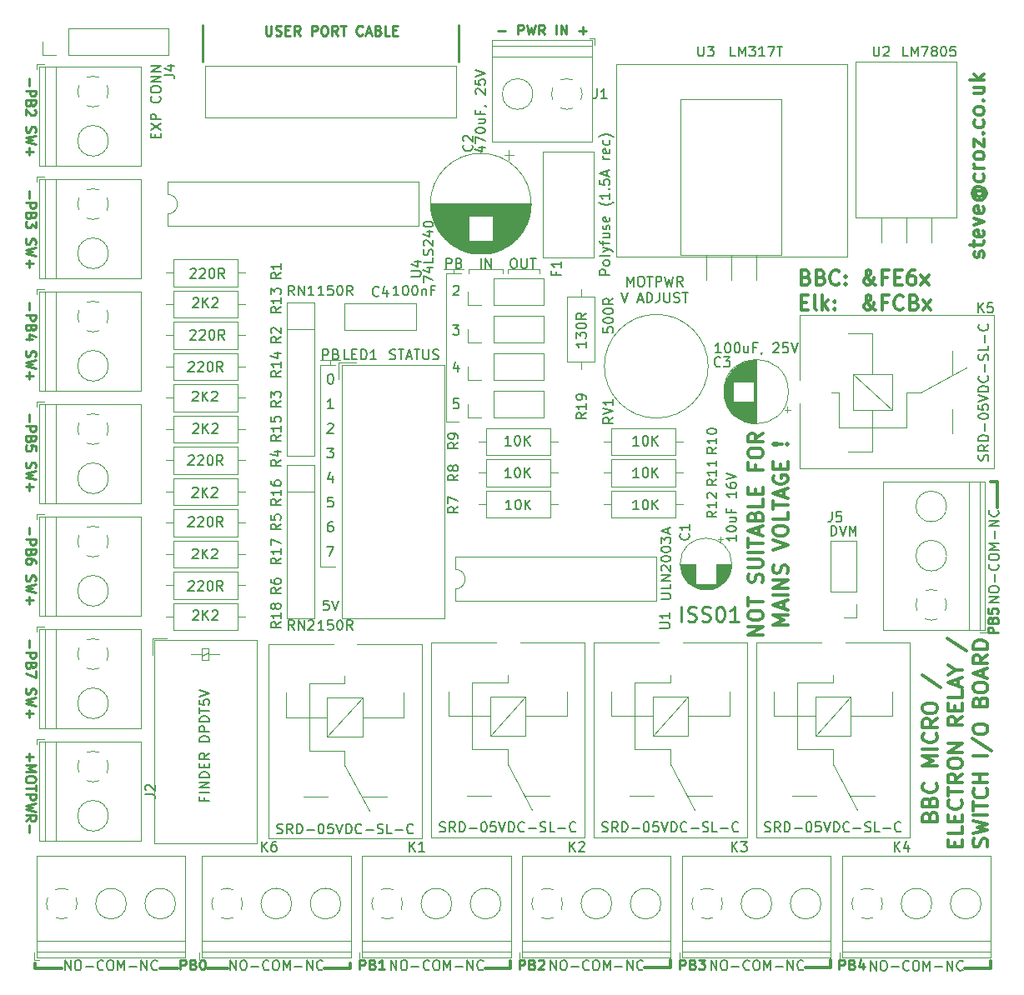
<source format=gbr>
%TF.GenerationSoftware,KiCad,Pcbnew,(5.1.10-1-10_14)*%
%TF.CreationDate,2022-01-13T10:24:38-08:00*%
%TF.ProjectId,ElkIOBoard,456c6b49-4f42-46f6-9172-642e6b696361,rev?*%
%TF.SameCoordinates,Original*%
%TF.FileFunction,Legend,Top*%
%TF.FilePolarity,Positive*%
%FSLAX46Y46*%
G04 Gerber Fmt 4.6, Leading zero omitted, Abs format (unit mm)*
G04 Created by KiCad (PCBNEW (5.1.10-1-10_14)) date 2022-01-13 10:24:38*
%MOMM*%
%LPD*%
G01*
G04 APERTURE LIST*
%ADD10C,0.250000*%
%ADD11C,0.150000*%
%ADD12C,0.300000*%
%ADD13C,0.120000*%
G04 APERTURE END LIST*
D10*
X132142857Y-593578571D02*
X132142857Y-592078571D01*
X132785714Y-593507142D02*
X133000000Y-593578571D01*
X133357142Y-593578571D01*
X133500000Y-593507142D01*
X133571428Y-593435714D01*
X133642857Y-593292857D01*
X133642857Y-593150000D01*
X133571428Y-593007142D01*
X133500000Y-592935714D01*
X133357142Y-592864285D01*
X133071428Y-592792857D01*
X132928571Y-592721428D01*
X132857142Y-592650000D01*
X132785714Y-592507142D01*
X132785714Y-592364285D01*
X132857142Y-592221428D01*
X132928571Y-592150000D01*
X133071428Y-592078571D01*
X133428571Y-592078571D01*
X133642857Y-592150000D01*
X134214285Y-593507142D02*
X134428571Y-593578571D01*
X134785714Y-593578571D01*
X134928571Y-593507142D01*
X135000000Y-593435714D01*
X135071428Y-593292857D01*
X135071428Y-593150000D01*
X135000000Y-593007142D01*
X134928571Y-592935714D01*
X134785714Y-592864285D01*
X134500000Y-592792857D01*
X134357142Y-592721428D01*
X134285714Y-592650000D01*
X134214285Y-592507142D01*
X134214285Y-592364285D01*
X134285714Y-592221428D01*
X134357142Y-592150000D01*
X134500000Y-592078571D01*
X134857142Y-592078571D01*
X135071428Y-592150000D01*
X136000000Y-592078571D02*
X136142857Y-592078571D01*
X136285714Y-592150000D01*
X136357142Y-592221428D01*
X136428571Y-592364285D01*
X136500000Y-592650000D01*
X136500000Y-593007142D01*
X136428571Y-593292857D01*
X136357142Y-593435714D01*
X136285714Y-593507142D01*
X136142857Y-593578571D01*
X136000000Y-593578571D01*
X135857142Y-593507142D01*
X135785714Y-593435714D01*
X135714285Y-593292857D01*
X135642857Y-593007142D01*
X135642857Y-592650000D01*
X135714285Y-592364285D01*
X135785714Y-592221428D01*
X135857142Y-592150000D01*
X136000000Y-592078571D01*
X137928571Y-593578571D02*
X137071428Y-593578571D01*
X137500000Y-593578571D02*
X137500000Y-592078571D01*
X137357142Y-592292857D01*
X137214285Y-592435714D01*
X137071428Y-592507142D01*
D11*
X126590476Y-559527380D02*
X126590476Y-558527380D01*
X126923809Y-559241666D01*
X127257142Y-558527380D01*
X127257142Y-559527380D01*
X127923809Y-558527380D02*
X128114285Y-558527380D01*
X128209523Y-558575000D01*
X128304761Y-558670238D01*
X128352380Y-558860714D01*
X128352380Y-559194047D01*
X128304761Y-559384523D01*
X128209523Y-559479761D01*
X128114285Y-559527380D01*
X127923809Y-559527380D01*
X127828571Y-559479761D01*
X127733333Y-559384523D01*
X127685714Y-559194047D01*
X127685714Y-558860714D01*
X127733333Y-558670238D01*
X127828571Y-558575000D01*
X127923809Y-558527380D01*
X128638095Y-558527380D02*
X129209523Y-558527380D01*
X128923809Y-559527380D02*
X128923809Y-558527380D01*
X129542857Y-559527380D02*
X129542857Y-558527380D01*
X129923809Y-558527380D01*
X130019047Y-558575000D01*
X130066666Y-558622619D01*
X130114285Y-558717857D01*
X130114285Y-558860714D01*
X130066666Y-558955952D01*
X130019047Y-559003571D01*
X129923809Y-559051190D01*
X129542857Y-559051190D01*
X130447619Y-558527380D02*
X130685714Y-559527380D01*
X130876190Y-558813095D01*
X131066666Y-559527380D01*
X131304761Y-558527380D01*
X132257142Y-559527380D02*
X131923809Y-559051190D01*
X131685714Y-559527380D02*
X131685714Y-558527380D01*
X132066666Y-558527380D01*
X132161904Y-558575000D01*
X132209523Y-558622619D01*
X132257142Y-558717857D01*
X132257142Y-558860714D01*
X132209523Y-558955952D01*
X132161904Y-559003571D01*
X132066666Y-559051190D01*
X131685714Y-559051190D01*
X125995238Y-560177380D02*
X126328571Y-561177380D01*
X126661904Y-560177380D01*
X127709523Y-560891666D02*
X128185714Y-560891666D01*
X127614285Y-561177380D02*
X127947619Y-560177380D01*
X128280952Y-561177380D01*
X128614285Y-561177380D02*
X128614285Y-560177380D01*
X128852380Y-560177380D01*
X128995238Y-560225000D01*
X129090476Y-560320238D01*
X129138095Y-560415476D01*
X129185714Y-560605952D01*
X129185714Y-560748809D01*
X129138095Y-560939285D01*
X129090476Y-561034523D01*
X128995238Y-561129761D01*
X128852380Y-561177380D01*
X128614285Y-561177380D01*
X129900000Y-560177380D02*
X129900000Y-560891666D01*
X129852380Y-561034523D01*
X129757142Y-561129761D01*
X129614285Y-561177380D01*
X129519047Y-561177380D01*
X130376190Y-560177380D02*
X130376190Y-560986904D01*
X130423809Y-561082142D01*
X130471428Y-561129761D01*
X130566666Y-561177380D01*
X130757142Y-561177380D01*
X130852380Y-561129761D01*
X130900000Y-561082142D01*
X130947619Y-560986904D01*
X130947619Y-560177380D01*
X131376190Y-561129761D02*
X131519047Y-561177380D01*
X131757142Y-561177380D01*
X131852380Y-561129761D01*
X131900000Y-561082142D01*
X131947619Y-560986904D01*
X131947619Y-560891666D01*
X131900000Y-560796428D01*
X131852380Y-560748809D01*
X131757142Y-560701190D01*
X131566666Y-560653571D01*
X131471428Y-560605952D01*
X131423809Y-560558333D01*
X131376190Y-560463095D01*
X131376190Y-560367857D01*
X131423809Y-560272619D01*
X131471428Y-560225000D01*
X131566666Y-560177380D01*
X131804761Y-560177380D01*
X131947619Y-560225000D01*
X132233333Y-560177380D02*
X132804761Y-560177380D01*
X132519047Y-561177380D02*
X132519047Y-560177380D01*
D10*
X65928571Y-538395238D02*
X65928571Y-539157142D01*
X65547619Y-539633333D02*
X66547619Y-539633333D01*
X66547619Y-540014285D01*
X66500000Y-540109523D01*
X66452380Y-540157142D01*
X66357142Y-540204761D01*
X66214285Y-540204761D01*
X66119047Y-540157142D01*
X66071428Y-540109523D01*
X66023809Y-540014285D01*
X66023809Y-539633333D01*
X66071428Y-540966666D02*
X66023809Y-541109523D01*
X65976190Y-541157142D01*
X65880952Y-541204761D01*
X65738095Y-541204761D01*
X65642857Y-541157142D01*
X65595238Y-541109523D01*
X65547619Y-541014285D01*
X65547619Y-540633333D01*
X66547619Y-540633333D01*
X66547619Y-540966666D01*
X66500000Y-541061904D01*
X66452380Y-541109523D01*
X66357142Y-541157142D01*
X66261904Y-541157142D01*
X66166666Y-541109523D01*
X66119047Y-541061904D01*
X66071428Y-540966666D01*
X66071428Y-540633333D01*
X66452380Y-541585714D02*
X66500000Y-541633333D01*
X66547619Y-541728571D01*
X66547619Y-541966666D01*
X66500000Y-542061904D01*
X66452380Y-542109523D01*
X66357142Y-542157142D01*
X66261904Y-542157142D01*
X66119047Y-542109523D01*
X65547619Y-541538095D01*
X65547619Y-542157142D01*
X65595238Y-543300000D02*
X65547619Y-543442857D01*
X65547619Y-543680952D01*
X65595238Y-543776190D01*
X65642857Y-543823809D01*
X65738095Y-543871428D01*
X65833333Y-543871428D01*
X65928571Y-543823809D01*
X65976190Y-543776190D01*
X66023809Y-543680952D01*
X66071428Y-543490476D01*
X66119047Y-543395238D01*
X66166666Y-543347619D01*
X66261904Y-543300000D01*
X66357142Y-543300000D01*
X66452380Y-543347619D01*
X66500000Y-543395238D01*
X66547619Y-543490476D01*
X66547619Y-543728571D01*
X66500000Y-543871428D01*
X66547619Y-544204761D02*
X65547619Y-544442857D01*
X66261904Y-544633333D01*
X65547619Y-544823809D01*
X66547619Y-545061904D01*
X65928571Y-545442857D02*
X65928571Y-546204761D01*
X65547619Y-545823809D02*
X66309523Y-545823809D01*
X65928571Y-549795238D02*
X65928571Y-550557142D01*
X65547619Y-551033333D02*
X66547619Y-551033333D01*
X66547619Y-551414285D01*
X66500000Y-551509523D01*
X66452380Y-551557142D01*
X66357142Y-551604761D01*
X66214285Y-551604761D01*
X66119047Y-551557142D01*
X66071428Y-551509523D01*
X66023809Y-551414285D01*
X66023809Y-551033333D01*
X66071428Y-552366666D02*
X66023809Y-552509523D01*
X65976190Y-552557142D01*
X65880952Y-552604761D01*
X65738095Y-552604761D01*
X65642857Y-552557142D01*
X65595238Y-552509523D01*
X65547619Y-552414285D01*
X65547619Y-552033333D01*
X66547619Y-552033333D01*
X66547619Y-552366666D01*
X66500000Y-552461904D01*
X66452380Y-552509523D01*
X66357142Y-552557142D01*
X66261904Y-552557142D01*
X66166666Y-552509523D01*
X66119047Y-552461904D01*
X66071428Y-552366666D01*
X66071428Y-552033333D01*
X66547619Y-552938095D02*
X66547619Y-553557142D01*
X66166666Y-553223809D01*
X66166666Y-553366666D01*
X66119047Y-553461904D01*
X66071428Y-553509523D01*
X65976190Y-553557142D01*
X65738095Y-553557142D01*
X65642857Y-553509523D01*
X65595238Y-553461904D01*
X65547619Y-553366666D01*
X65547619Y-553080952D01*
X65595238Y-552985714D01*
X65642857Y-552938095D01*
X65595238Y-554700000D02*
X65547619Y-554842857D01*
X65547619Y-555080952D01*
X65595238Y-555176190D01*
X65642857Y-555223809D01*
X65738095Y-555271428D01*
X65833333Y-555271428D01*
X65928571Y-555223809D01*
X65976190Y-555176190D01*
X66023809Y-555080952D01*
X66071428Y-554890476D01*
X66119047Y-554795238D01*
X66166666Y-554747619D01*
X66261904Y-554700000D01*
X66357142Y-554700000D01*
X66452380Y-554747619D01*
X66500000Y-554795238D01*
X66547619Y-554890476D01*
X66547619Y-555128571D01*
X66500000Y-555271428D01*
X66547619Y-555604761D02*
X65547619Y-555842857D01*
X66261904Y-556033333D01*
X65547619Y-556223809D01*
X66547619Y-556461904D01*
X65928571Y-556842857D02*
X65928571Y-557604761D01*
X65547619Y-557223809D02*
X66309523Y-557223809D01*
X65928571Y-561195238D02*
X65928571Y-561957142D01*
X65547619Y-562433333D02*
X66547619Y-562433333D01*
X66547619Y-562814285D01*
X66500000Y-562909523D01*
X66452380Y-562957142D01*
X66357142Y-563004761D01*
X66214285Y-563004761D01*
X66119047Y-562957142D01*
X66071428Y-562909523D01*
X66023809Y-562814285D01*
X66023809Y-562433333D01*
X66071428Y-563766666D02*
X66023809Y-563909523D01*
X65976190Y-563957142D01*
X65880952Y-564004761D01*
X65738095Y-564004761D01*
X65642857Y-563957142D01*
X65595238Y-563909523D01*
X65547619Y-563814285D01*
X65547619Y-563433333D01*
X66547619Y-563433333D01*
X66547619Y-563766666D01*
X66500000Y-563861904D01*
X66452380Y-563909523D01*
X66357142Y-563957142D01*
X66261904Y-563957142D01*
X66166666Y-563909523D01*
X66119047Y-563861904D01*
X66071428Y-563766666D01*
X66071428Y-563433333D01*
X66214285Y-564861904D02*
X65547619Y-564861904D01*
X66595238Y-564623809D02*
X65880952Y-564385714D01*
X65880952Y-565004761D01*
X65595238Y-566100000D02*
X65547619Y-566242857D01*
X65547619Y-566480952D01*
X65595238Y-566576190D01*
X65642857Y-566623809D01*
X65738095Y-566671428D01*
X65833333Y-566671428D01*
X65928571Y-566623809D01*
X65976190Y-566576190D01*
X66023809Y-566480952D01*
X66071428Y-566290476D01*
X66119047Y-566195238D01*
X66166666Y-566147619D01*
X66261904Y-566100000D01*
X66357142Y-566100000D01*
X66452380Y-566147619D01*
X66500000Y-566195238D01*
X66547619Y-566290476D01*
X66547619Y-566528571D01*
X66500000Y-566671428D01*
X66547619Y-567004761D02*
X65547619Y-567242857D01*
X66261904Y-567433333D01*
X65547619Y-567623809D01*
X66547619Y-567861904D01*
X65928571Y-568242857D02*
X65928571Y-569004761D01*
X65547619Y-568623809D02*
X66309523Y-568623809D01*
X65928571Y-572495238D02*
X65928571Y-573257142D01*
X65547619Y-573733333D02*
X66547619Y-573733333D01*
X66547619Y-574114285D01*
X66500000Y-574209523D01*
X66452380Y-574257142D01*
X66357142Y-574304761D01*
X66214285Y-574304761D01*
X66119047Y-574257142D01*
X66071428Y-574209523D01*
X66023809Y-574114285D01*
X66023809Y-573733333D01*
X66071428Y-575066666D02*
X66023809Y-575209523D01*
X65976190Y-575257142D01*
X65880952Y-575304761D01*
X65738095Y-575304761D01*
X65642857Y-575257142D01*
X65595238Y-575209523D01*
X65547619Y-575114285D01*
X65547619Y-574733333D01*
X66547619Y-574733333D01*
X66547619Y-575066666D01*
X66500000Y-575161904D01*
X66452380Y-575209523D01*
X66357142Y-575257142D01*
X66261904Y-575257142D01*
X66166666Y-575209523D01*
X66119047Y-575161904D01*
X66071428Y-575066666D01*
X66071428Y-574733333D01*
X66547619Y-576209523D02*
X66547619Y-575733333D01*
X66071428Y-575685714D01*
X66119047Y-575733333D01*
X66166666Y-575828571D01*
X66166666Y-576066666D01*
X66119047Y-576161904D01*
X66071428Y-576209523D01*
X65976190Y-576257142D01*
X65738095Y-576257142D01*
X65642857Y-576209523D01*
X65595238Y-576161904D01*
X65547619Y-576066666D01*
X65547619Y-575828571D01*
X65595238Y-575733333D01*
X65642857Y-575685714D01*
X65595238Y-577400000D02*
X65547619Y-577542857D01*
X65547619Y-577780952D01*
X65595238Y-577876190D01*
X65642857Y-577923809D01*
X65738095Y-577971428D01*
X65833333Y-577971428D01*
X65928571Y-577923809D01*
X65976190Y-577876190D01*
X66023809Y-577780952D01*
X66071428Y-577590476D01*
X66119047Y-577495238D01*
X66166666Y-577447619D01*
X66261904Y-577400000D01*
X66357142Y-577400000D01*
X66452380Y-577447619D01*
X66500000Y-577495238D01*
X66547619Y-577590476D01*
X66547619Y-577828571D01*
X66500000Y-577971428D01*
X66547619Y-578304761D02*
X65547619Y-578542857D01*
X66261904Y-578733333D01*
X65547619Y-578923809D01*
X66547619Y-579161904D01*
X65928571Y-579542857D02*
X65928571Y-580304761D01*
X65547619Y-579923809D02*
X66309523Y-579923809D01*
X65928571Y-583995238D02*
X65928571Y-584757142D01*
X65547619Y-585233333D02*
X66547619Y-585233333D01*
X66547619Y-585614285D01*
X66500000Y-585709523D01*
X66452380Y-585757142D01*
X66357142Y-585804761D01*
X66214285Y-585804761D01*
X66119047Y-585757142D01*
X66071428Y-585709523D01*
X66023809Y-585614285D01*
X66023809Y-585233333D01*
X66071428Y-586566666D02*
X66023809Y-586709523D01*
X65976190Y-586757142D01*
X65880952Y-586804761D01*
X65738095Y-586804761D01*
X65642857Y-586757142D01*
X65595238Y-586709523D01*
X65547619Y-586614285D01*
X65547619Y-586233333D01*
X66547619Y-586233333D01*
X66547619Y-586566666D01*
X66500000Y-586661904D01*
X66452380Y-586709523D01*
X66357142Y-586757142D01*
X66261904Y-586757142D01*
X66166666Y-586709523D01*
X66119047Y-586661904D01*
X66071428Y-586566666D01*
X66071428Y-586233333D01*
X66547619Y-587661904D02*
X66547619Y-587471428D01*
X66500000Y-587376190D01*
X66452380Y-587328571D01*
X66309523Y-587233333D01*
X66119047Y-587185714D01*
X65738095Y-587185714D01*
X65642857Y-587233333D01*
X65595238Y-587280952D01*
X65547619Y-587376190D01*
X65547619Y-587566666D01*
X65595238Y-587661904D01*
X65642857Y-587709523D01*
X65738095Y-587757142D01*
X65976190Y-587757142D01*
X66071428Y-587709523D01*
X66119047Y-587661904D01*
X66166666Y-587566666D01*
X66166666Y-587376190D01*
X66119047Y-587280952D01*
X66071428Y-587233333D01*
X65976190Y-587185714D01*
X65595238Y-588900000D02*
X65547619Y-589042857D01*
X65547619Y-589280952D01*
X65595238Y-589376190D01*
X65642857Y-589423809D01*
X65738095Y-589471428D01*
X65833333Y-589471428D01*
X65928571Y-589423809D01*
X65976190Y-589376190D01*
X66023809Y-589280952D01*
X66071428Y-589090476D01*
X66119047Y-588995238D01*
X66166666Y-588947619D01*
X66261904Y-588900000D01*
X66357142Y-588900000D01*
X66452380Y-588947619D01*
X66500000Y-588995238D01*
X66547619Y-589090476D01*
X66547619Y-589328571D01*
X66500000Y-589471428D01*
X66547619Y-589804761D02*
X65547619Y-590042857D01*
X66261904Y-590233333D01*
X65547619Y-590423809D01*
X66547619Y-590661904D01*
X65928571Y-591042857D02*
X65928571Y-591804761D01*
X65547619Y-591423809D02*
X66309523Y-591423809D01*
X65928571Y-595495238D02*
X65928571Y-596257142D01*
X65547619Y-596733333D02*
X66547619Y-596733333D01*
X66547619Y-597114285D01*
X66500000Y-597209523D01*
X66452380Y-597257142D01*
X66357142Y-597304761D01*
X66214285Y-597304761D01*
X66119047Y-597257142D01*
X66071428Y-597209523D01*
X66023809Y-597114285D01*
X66023809Y-596733333D01*
X66071428Y-598066666D02*
X66023809Y-598209523D01*
X65976190Y-598257142D01*
X65880952Y-598304761D01*
X65738095Y-598304761D01*
X65642857Y-598257142D01*
X65595238Y-598209523D01*
X65547619Y-598114285D01*
X65547619Y-597733333D01*
X66547619Y-597733333D01*
X66547619Y-598066666D01*
X66500000Y-598161904D01*
X66452380Y-598209523D01*
X66357142Y-598257142D01*
X66261904Y-598257142D01*
X66166666Y-598209523D01*
X66119047Y-598161904D01*
X66071428Y-598066666D01*
X66071428Y-597733333D01*
X66547619Y-598638095D02*
X66547619Y-599304761D01*
X65547619Y-598876190D01*
X65595238Y-600400000D02*
X65547619Y-600542857D01*
X65547619Y-600780952D01*
X65595238Y-600876190D01*
X65642857Y-600923809D01*
X65738095Y-600971428D01*
X65833333Y-600971428D01*
X65928571Y-600923809D01*
X65976190Y-600876190D01*
X66023809Y-600780952D01*
X66071428Y-600590476D01*
X66119047Y-600495238D01*
X66166666Y-600447619D01*
X66261904Y-600400000D01*
X66357142Y-600400000D01*
X66452380Y-600447619D01*
X66500000Y-600495238D01*
X66547619Y-600590476D01*
X66547619Y-600828571D01*
X66500000Y-600971428D01*
X66547619Y-601304761D02*
X65547619Y-601542857D01*
X66261904Y-601733333D01*
X65547619Y-601923809D01*
X66547619Y-602161904D01*
X65928571Y-602542857D02*
X65928571Y-603304761D01*
X65547619Y-602923809D02*
X66309523Y-602923809D01*
D12*
X164200000Y-579400000D02*
X163500000Y-579400000D01*
X164200000Y-582000000D02*
X164200000Y-579400000D01*
D10*
X164252380Y-594738095D02*
X163252380Y-594738095D01*
X163252380Y-594357142D01*
X163300000Y-594261904D01*
X163347619Y-594214285D01*
X163442857Y-594166666D01*
X163585714Y-594166666D01*
X163680952Y-594214285D01*
X163728571Y-594261904D01*
X163776190Y-594357142D01*
X163776190Y-594738095D01*
X163728571Y-593404761D02*
X163776190Y-593261904D01*
X163823809Y-593214285D01*
X163919047Y-593166666D01*
X164061904Y-593166666D01*
X164157142Y-593214285D01*
X164204761Y-593261904D01*
X164252380Y-593357142D01*
X164252380Y-593738095D01*
X163252380Y-593738095D01*
X163252380Y-593404761D01*
X163300000Y-593309523D01*
X163347619Y-593261904D01*
X163442857Y-593214285D01*
X163538095Y-593214285D01*
X163633333Y-593261904D01*
X163680952Y-593309523D01*
X163728571Y-593404761D01*
X163728571Y-593738095D01*
X163252380Y-592261904D02*
X163252380Y-592738095D01*
X163728571Y-592785714D01*
X163680952Y-592738095D01*
X163633333Y-592642857D01*
X163633333Y-592404761D01*
X163680952Y-592309523D01*
X163728571Y-592261904D01*
X163823809Y-592214285D01*
X164061904Y-592214285D01*
X164157142Y-592261904D01*
X164204761Y-592309523D01*
X164252380Y-592404761D01*
X164252380Y-592642857D01*
X164204761Y-592738095D01*
X164157142Y-592785714D01*
D12*
X163500000Y-628800000D02*
X163500000Y-628100000D01*
X147300000Y-628700000D02*
X147300000Y-628000000D01*
X160900000Y-628800000D02*
X163500000Y-628800000D01*
X144700000Y-628700000D02*
X147300000Y-628700000D01*
D10*
X148161904Y-628952380D02*
X148161904Y-627952380D01*
X148542857Y-627952380D01*
X148638095Y-628000000D01*
X148685714Y-628047619D01*
X148733333Y-628142857D01*
X148733333Y-628285714D01*
X148685714Y-628380952D01*
X148638095Y-628428571D01*
X148542857Y-628476190D01*
X148161904Y-628476190D01*
X149495238Y-628428571D02*
X149638095Y-628476190D01*
X149685714Y-628523809D01*
X149733333Y-628619047D01*
X149733333Y-628761904D01*
X149685714Y-628857142D01*
X149638095Y-628904761D01*
X149542857Y-628952380D01*
X149161904Y-628952380D01*
X149161904Y-627952380D01*
X149495238Y-627952380D01*
X149590476Y-628000000D01*
X149638095Y-628047619D01*
X149685714Y-628142857D01*
X149685714Y-628238095D01*
X149638095Y-628333333D01*
X149590476Y-628380952D01*
X149495238Y-628428571D01*
X149161904Y-628428571D01*
X150590476Y-628285714D02*
X150590476Y-628952380D01*
X150352380Y-627904761D02*
X150114285Y-628619047D01*
X150733333Y-628619047D01*
D12*
X131000000Y-628700000D02*
X131000000Y-628000000D01*
X128400000Y-628700000D02*
X131000000Y-628700000D01*
D10*
X131961904Y-628952380D02*
X131961904Y-627952380D01*
X132342857Y-627952380D01*
X132438095Y-628000000D01*
X132485714Y-628047619D01*
X132533333Y-628142857D01*
X132533333Y-628285714D01*
X132485714Y-628380952D01*
X132438095Y-628428571D01*
X132342857Y-628476190D01*
X131961904Y-628476190D01*
X133295238Y-628428571D02*
X133438095Y-628476190D01*
X133485714Y-628523809D01*
X133533333Y-628619047D01*
X133533333Y-628761904D01*
X133485714Y-628857142D01*
X133438095Y-628904761D01*
X133342857Y-628952380D01*
X132961904Y-628952380D01*
X132961904Y-627952380D01*
X133295238Y-627952380D01*
X133390476Y-628000000D01*
X133438095Y-628047619D01*
X133485714Y-628142857D01*
X133485714Y-628238095D01*
X133438095Y-628333333D01*
X133390476Y-628380952D01*
X133295238Y-628428571D01*
X132961904Y-628428571D01*
X133866666Y-627952380D02*
X134485714Y-627952380D01*
X134152380Y-628333333D01*
X134295238Y-628333333D01*
X134390476Y-628380952D01*
X134438095Y-628428571D01*
X134485714Y-628523809D01*
X134485714Y-628761904D01*
X134438095Y-628857142D01*
X134390476Y-628904761D01*
X134295238Y-628952380D01*
X134009523Y-628952380D01*
X133914285Y-628904761D01*
X133866666Y-628857142D01*
X115661904Y-628952380D02*
X115661904Y-627952380D01*
X116042857Y-627952380D01*
X116138095Y-628000000D01*
X116185714Y-628047619D01*
X116233333Y-628142857D01*
X116233333Y-628285714D01*
X116185714Y-628380952D01*
X116138095Y-628428571D01*
X116042857Y-628476190D01*
X115661904Y-628476190D01*
X116995238Y-628428571D02*
X117138095Y-628476190D01*
X117185714Y-628523809D01*
X117233333Y-628619047D01*
X117233333Y-628761904D01*
X117185714Y-628857142D01*
X117138095Y-628904761D01*
X117042857Y-628952380D01*
X116661904Y-628952380D01*
X116661904Y-627952380D01*
X116995238Y-627952380D01*
X117090476Y-628000000D01*
X117138095Y-628047619D01*
X117185714Y-628142857D01*
X117185714Y-628238095D01*
X117138095Y-628333333D01*
X117090476Y-628380952D01*
X116995238Y-628428571D01*
X116661904Y-628428571D01*
X117614285Y-628047619D02*
X117661904Y-628000000D01*
X117757142Y-627952380D01*
X117995238Y-627952380D01*
X118090476Y-628000000D01*
X118138095Y-628047619D01*
X118185714Y-628142857D01*
X118185714Y-628238095D01*
X118138095Y-628380952D01*
X117566666Y-628952380D01*
X118185714Y-628952380D01*
D12*
X114800000Y-628800000D02*
X114800000Y-628100000D01*
X112200000Y-628800000D02*
X114800000Y-628800000D01*
D10*
X99461904Y-628952380D02*
X99461904Y-627952380D01*
X99842857Y-627952380D01*
X99938095Y-628000000D01*
X99985714Y-628047619D01*
X100033333Y-628142857D01*
X100033333Y-628285714D01*
X99985714Y-628380952D01*
X99938095Y-628428571D01*
X99842857Y-628476190D01*
X99461904Y-628476190D01*
X100795238Y-628428571D02*
X100938095Y-628476190D01*
X100985714Y-628523809D01*
X101033333Y-628619047D01*
X101033333Y-628761904D01*
X100985714Y-628857142D01*
X100938095Y-628904761D01*
X100842857Y-628952380D01*
X100461904Y-628952380D01*
X100461904Y-627952380D01*
X100795238Y-627952380D01*
X100890476Y-628000000D01*
X100938095Y-628047619D01*
X100985714Y-628142857D01*
X100985714Y-628238095D01*
X100938095Y-628333333D01*
X100890476Y-628380952D01*
X100795238Y-628428571D01*
X100461904Y-628428571D01*
X101985714Y-628952380D02*
X101414285Y-628952380D01*
X101700000Y-628952380D02*
X101700000Y-627952380D01*
X101604761Y-628095238D01*
X101509523Y-628190476D01*
X101414285Y-628238095D01*
D12*
X98500000Y-628800000D02*
X98500000Y-628300000D01*
X95900000Y-628800000D02*
X98500000Y-628800000D01*
X84000000Y-628800000D02*
X86100000Y-628800000D01*
X79200000Y-628800000D02*
X81000000Y-628800000D01*
X66500000Y-628800000D02*
X69200000Y-628800000D01*
X66500000Y-628300000D02*
X66500000Y-628800000D01*
D11*
X69533333Y-629002380D02*
X69533333Y-628002380D01*
X70104761Y-629002380D01*
X70104761Y-628002380D01*
X70771428Y-628002380D02*
X70961904Y-628002380D01*
X71057142Y-628050000D01*
X71152380Y-628145238D01*
X71200000Y-628335714D01*
X71200000Y-628669047D01*
X71152380Y-628859523D01*
X71057142Y-628954761D01*
X70961904Y-629002380D01*
X70771428Y-629002380D01*
X70676190Y-628954761D01*
X70580952Y-628859523D01*
X70533333Y-628669047D01*
X70533333Y-628335714D01*
X70580952Y-628145238D01*
X70676190Y-628050000D01*
X70771428Y-628002380D01*
X71628571Y-628621428D02*
X72390476Y-628621428D01*
X73438095Y-628907142D02*
X73390476Y-628954761D01*
X73247619Y-629002380D01*
X73152380Y-629002380D01*
X73009523Y-628954761D01*
X72914285Y-628859523D01*
X72866666Y-628764285D01*
X72819047Y-628573809D01*
X72819047Y-628430952D01*
X72866666Y-628240476D01*
X72914285Y-628145238D01*
X73009523Y-628050000D01*
X73152380Y-628002380D01*
X73247619Y-628002380D01*
X73390476Y-628050000D01*
X73438095Y-628097619D01*
X74057142Y-628002380D02*
X74247619Y-628002380D01*
X74342857Y-628050000D01*
X74438095Y-628145238D01*
X74485714Y-628335714D01*
X74485714Y-628669047D01*
X74438095Y-628859523D01*
X74342857Y-628954761D01*
X74247619Y-629002380D01*
X74057142Y-629002380D01*
X73961904Y-628954761D01*
X73866666Y-628859523D01*
X73819047Y-628669047D01*
X73819047Y-628335714D01*
X73866666Y-628145238D01*
X73961904Y-628050000D01*
X74057142Y-628002380D01*
X74914285Y-629002380D02*
X74914285Y-628002380D01*
X75247619Y-628716666D01*
X75580952Y-628002380D01*
X75580952Y-629002380D01*
X76057142Y-628621428D02*
X76819047Y-628621428D01*
X77295238Y-629002380D02*
X77295238Y-628002380D01*
X77866666Y-629002380D01*
X77866666Y-628002380D01*
X78914285Y-628907142D02*
X78866666Y-628954761D01*
X78723809Y-629002380D01*
X78628571Y-629002380D01*
X78485714Y-628954761D01*
X78390476Y-628859523D01*
X78342857Y-628764285D01*
X78295238Y-628573809D01*
X78295238Y-628430952D01*
X78342857Y-628240476D01*
X78390476Y-628145238D01*
X78485714Y-628050000D01*
X78628571Y-628002380D01*
X78723809Y-628002380D01*
X78866666Y-628050000D01*
X78914285Y-628097619D01*
X86333333Y-629002380D02*
X86333333Y-628002380D01*
X86904761Y-629002380D01*
X86904761Y-628002380D01*
X87571428Y-628002380D02*
X87761904Y-628002380D01*
X87857142Y-628050000D01*
X87952380Y-628145238D01*
X88000000Y-628335714D01*
X88000000Y-628669047D01*
X87952380Y-628859523D01*
X87857142Y-628954761D01*
X87761904Y-629002380D01*
X87571428Y-629002380D01*
X87476190Y-628954761D01*
X87380952Y-628859523D01*
X87333333Y-628669047D01*
X87333333Y-628335714D01*
X87380952Y-628145238D01*
X87476190Y-628050000D01*
X87571428Y-628002380D01*
X88428571Y-628621428D02*
X89190476Y-628621428D01*
X90238095Y-628907142D02*
X90190476Y-628954761D01*
X90047619Y-629002380D01*
X89952380Y-629002380D01*
X89809523Y-628954761D01*
X89714285Y-628859523D01*
X89666666Y-628764285D01*
X89619047Y-628573809D01*
X89619047Y-628430952D01*
X89666666Y-628240476D01*
X89714285Y-628145238D01*
X89809523Y-628050000D01*
X89952380Y-628002380D01*
X90047619Y-628002380D01*
X90190476Y-628050000D01*
X90238095Y-628097619D01*
X90857142Y-628002380D02*
X91047619Y-628002380D01*
X91142857Y-628050000D01*
X91238095Y-628145238D01*
X91285714Y-628335714D01*
X91285714Y-628669047D01*
X91238095Y-628859523D01*
X91142857Y-628954761D01*
X91047619Y-629002380D01*
X90857142Y-629002380D01*
X90761904Y-628954761D01*
X90666666Y-628859523D01*
X90619047Y-628669047D01*
X90619047Y-628335714D01*
X90666666Y-628145238D01*
X90761904Y-628050000D01*
X90857142Y-628002380D01*
X91714285Y-629002380D02*
X91714285Y-628002380D01*
X92047619Y-628716666D01*
X92380952Y-628002380D01*
X92380952Y-629002380D01*
X92857142Y-628621428D02*
X93619047Y-628621428D01*
X94095238Y-629002380D02*
X94095238Y-628002380D01*
X94666666Y-629002380D01*
X94666666Y-628002380D01*
X95714285Y-628907142D02*
X95666666Y-628954761D01*
X95523809Y-629002380D01*
X95428571Y-629002380D01*
X95285714Y-628954761D01*
X95190476Y-628859523D01*
X95142857Y-628764285D01*
X95095238Y-628573809D01*
X95095238Y-628430952D01*
X95142857Y-628240476D01*
X95190476Y-628145238D01*
X95285714Y-628050000D01*
X95428571Y-628002380D01*
X95523809Y-628002380D01*
X95666666Y-628050000D01*
X95714285Y-628097619D01*
X102633333Y-629002380D02*
X102633333Y-628002380D01*
X103204761Y-629002380D01*
X103204761Y-628002380D01*
X103871428Y-628002380D02*
X104061904Y-628002380D01*
X104157142Y-628050000D01*
X104252380Y-628145238D01*
X104300000Y-628335714D01*
X104300000Y-628669047D01*
X104252380Y-628859523D01*
X104157142Y-628954761D01*
X104061904Y-629002380D01*
X103871428Y-629002380D01*
X103776190Y-628954761D01*
X103680952Y-628859523D01*
X103633333Y-628669047D01*
X103633333Y-628335714D01*
X103680952Y-628145238D01*
X103776190Y-628050000D01*
X103871428Y-628002380D01*
X104728571Y-628621428D02*
X105490476Y-628621428D01*
X106538095Y-628907142D02*
X106490476Y-628954761D01*
X106347619Y-629002380D01*
X106252380Y-629002380D01*
X106109523Y-628954761D01*
X106014285Y-628859523D01*
X105966666Y-628764285D01*
X105919047Y-628573809D01*
X105919047Y-628430952D01*
X105966666Y-628240476D01*
X106014285Y-628145238D01*
X106109523Y-628050000D01*
X106252380Y-628002380D01*
X106347619Y-628002380D01*
X106490476Y-628050000D01*
X106538095Y-628097619D01*
X107157142Y-628002380D02*
X107347619Y-628002380D01*
X107442857Y-628050000D01*
X107538095Y-628145238D01*
X107585714Y-628335714D01*
X107585714Y-628669047D01*
X107538095Y-628859523D01*
X107442857Y-628954761D01*
X107347619Y-629002380D01*
X107157142Y-629002380D01*
X107061904Y-628954761D01*
X106966666Y-628859523D01*
X106919047Y-628669047D01*
X106919047Y-628335714D01*
X106966666Y-628145238D01*
X107061904Y-628050000D01*
X107157142Y-628002380D01*
X108014285Y-629002380D02*
X108014285Y-628002380D01*
X108347619Y-628716666D01*
X108680952Y-628002380D01*
X108680952Y-629002380D01*
X109157142Y-628621428D02*
X109919047Y-628621428D01*
X110395238Y-629002380D02*
X110395238Y-628002380D01*
X110966666Y-629002380D01*
X110966666Y-628002380D01*
X112014285Y-628907142D02*
X111966666Y-628954761D01*
X111823809Y-629002380D01*
X111728571Y-629002380D01*
X111585714Y-628954761D01*
X111490476Y-628859523D01*
X111442857Y-628764285D01*
X111395238Y-628573809D01*
X111395238Y-628430952D01*
X111442857Y-628240476D01*
X111490476Y-628145238D01*
X111585714Y-628050000D01*
X111728571Y-628002380D01*
X111823809Y-628002380D01*
X111966666Y-628050000D01*
X112014285Y-628097619D01*
X118833333Y-629002380D02*
X118833333Y-628002380D01*
X119404761Y-629002380D01*
X119404761Y-628002380D01*
X120071428Y-628002380D02*
X120261904Y-628002380D01*
X120357142Y-628050000D01*
X120452380Y-628145238D01*
X120500000Y-628335714D01*
X120500000Y-628669047D01*
X120452380Y-628859523D01*
X120357142Y-628954761D01*
X120261904Y-629002380D01*
X120071428Y-629002380D01*
X119976190Y-628954761D01*
X119880952Y-628859523D01*
X119833333Y-628669047D01*
X119833333Y-628335714D01*
X119880952Y-628145238D01*
X119976190Y-628050000D01*
X120071428Y-628002380D01*
X120928571Y-628621428D02*
X121690476Y-628621428D01*
X122738095Y-628907142D02*
X122690476Y-628954761D01*
X122547619Y-629002380D01*
X122452380Y-629002380D01*
X122309523Y-628954761D01*
X122214285Y-628859523D01*
X122166666Y-628764285D01*
X122119047Y-628573809D01*
X122119047Y-628430952D01*
X122166666Y-628240476D01*
X122214285Y-628145238D01*
X122309523Y-628050000D01*
X122452380Y-628002380D01*
X122547619Y-628002380D01*
X122690476Y-628050000D01*
X122738095Y-628097619D01*
X123357142Y-628002380D02*
X123547619Y-628002380D01*
X123642857Y-628050000D01*
X123738095Y-628145238D01*
X123785714Y-628335714D01*
X123785714Y-628669047D01*
X123738095Y-628859523D01*
X123642857Y-628954761D01*
X123547619Y-629002380D01*
X123357142Y-629002380D01*
X123261904Y-628954761D01*
X123166666Y-628859523D01*
X123119047Y-628669047D01*
X123119047Y-628335714D01*
X123166666Y-628145238D01*
X123261904Y-628050000D01*
X123357142Y-628002380D01*
X124214285Y-629002380D02*
X124214285Y-628002380D01*
X124547619Y-628716666D01*
X124880952Y-628002380D01*
X124880952Y-629002380D01*
X125357142Y-628621428D02*
X126119047Y-628621428D01*
X126595238Y-629002380D02*
X126595238Y-628002380D01*
X127166666Y-629002380D01*
X127166666Y-628002380D01*
X128214285Y-628907142D02*
X128166666Y-628954761D01*
X128023809Y-629002380D01*
X127928571Y-629002380D01*
X127785714Y-628954761D01*
X127690476Y-628859523D01*
X127642857Y-628764285D01*
X127595238Y-628573809D01*
X127595238Y-628430952D01*
X127642857Y-628240476D01*
X127690476Y-628145238D01*
X127785714Y-628050000D01*
X127928571Y-628002380D01*
X128023809Y-628002380D01*
X128166666Y-628050000D01*
X128214285Y-628097619D01*
X135133333Y-629002380D02*
X135133333Y-628002380D01*
X135704761Y-629002380D01*
X135704761Y-628002380D01*
X136371428Y-628002380D02*
X136561904Y-628002380D01*
X136657142Y-628050000D01*
X136752380Y-628145238D01*
X136800000Y-628335714D01*
X136800000Y-628669047D01*
X136752380Y-628859523D01*
X136657142Y-628954761D01*
X136561904Y-629002380D01*
X136371428Y-629002380D01*
X136276190Y-628954761D01*
X136180952Y-628859523D01*
X136133333Y-628669047D01*
X136133333Y-628335714D01*
X136180952Y-628145238D01*
X136276190Y-628050000D01*
X136371428Y-628002380D01*
X137228571Y-628621428D02*
X137990476Y-628621428D01*
X139038095Y-628907142D02*
X138990476Y-628954761D01*
X138847619Y-629002380D01*
X138752380Y-629002380D01*
X138609523Y-628954761D01*
X138514285Y-628859523D01*
X138466666Y-628764285D01*
X138419047Y-628573809D01*
X138419047Y-628430952D01*
X138466666Y-628240476D01*
X138514285Y-628145238D01*
X138609523Y-628050000D01*
X138752380Y-628002380D01*
X138847619Y-628002380D01*
X138990476Y-628050000D01*
X139038095Y-628097619D01*
X139657142Y-628002380D02*
X139847619Y-628002380D01*
X139942857Y-628050000D01*
X140038095Y-628145238D01*
X140085714Y-628335714D01*
X140085714Y-628669047D01*
X140038095Y-628859523D01*
X139942857Y-628954761D01*
X139847619Y-629002380D01*
X139657142Y-629002380D01*
X139561904Y-628954761D01*
X139466666Y-628859523D01*
X139419047Y-628669047D01*
X139419047Y-628335714D01*
X139466666Y-628145238D01*
X139561904Y-628050000D01*
X139657142Y-628002380D01*
X140514285Y-629002380D02*
X140514285Y-628002380D01*
X140847619Y-628716666D01*
X141180952Y-628002380D01*
X141180952Y-629002380D01*
X141657142Y-628621428D02*
X142419047Y-628621428D01*
X142895238Y-629002380D02*
X142895238Y-628002380D01*
X143466666Y-629002380D01*
X143466666Y-628002380D01*
X144514285Y-628907142D02*
X144466666Y-628954761D01*
X144323809Y-629002380D01*
X144228571Y-629002380D01*
X144085714Y-628954761D01*
X143990476Y-628859523D01*
X143942857Y-628764285D01*
X143895238Y-628573809D01*
X143895238Y-628430952D01*
X143942857Y-628240476D01*
X143990476Y-628145238D01*
X144085714Y-628050000D01*
X144228571Y-628002380D01*
X144323809Y-628002380D01*
X144466666Y-628050000D01*
X144514285Y-628097619D01*
X151333333Y-629052380D02*
X151333333Y-628052380D01*
X151904761Y-629052380D01*
X151904761Y-628052380D01*
X152571428Y-628052380D02*
X152761904Y-628052380D01*
X152857142Y-628100000D01*
X152952380Y-628195238D01*
X153000000Y-628385714D01*
X153000000Y-628719047D01*
X152952380Y-628909523D01*
X152857142Y-629004761D01*
X152761904Y-629052380D01*
X152571428Y-629052380D01*
X152476190Y-629004761D01*
X152380952Y-628909523D01*
X152333333Y-628719047D01*
X152333333Y-628385714D01*
X152380952Y-628195238D01*
X152476190Y-628100000D01*
X152571428Y-628052380D01*
X153428571Y-628671428D02*
X154190476Y-628671428D01*
X155238095Y-628957142D02*
X155190476Y-629004761D01*
X155047619Y-629052380D01*
X154952380Y-629052380D01*
X154809523Y-629004761D01*
X154714285Y-628909523D01*
X154666666Y-628814285D01*
X154619047Y-628623809D01*
X154619047Y-628480952D01*
X154666666Y-628290476D01*
X154714285Y-628195238D01*
X154809523Y-628100000D01*
X154952380Y-628052380D01*
X155047619Y-628052380D01*
X155190476Y-628100000D01*
X155238095Y-628147619D01*
X155857142Y-628052380D02*
X156047619Y-628052380D01*
X156142857Y-628100000D01*
X156238095Y-628195238D01*
X156285714Y-628385714D01*
X156285714Y-628719047D01*
X156238095Y-628909523D01*
X156142857Y-629004761D01*
X156047619Y-629052380D01*
X155857142Y-629052380D01*
X155761904Y-629004761D01*
X155666666Y-628909523D01*
X155619047Y-628719047D01*
X155619047Y-628385714D01*
X155666666Y-628195238D01*
X155761904Y-628100000D01*
X155857142Y-628052380D01*
X156714285Y-629052380D02*
X156714285Y-628052380D01*
X157047619Y-628766666D01*
X157380952Y-628052380D01*
X157380952Y-629052380D01*
X157857142Y-628671428D02*
X158619047Y-628671428D01*
X159095238Y-629052380D02*
X159095238Y-628052380D01*
X159666666Y-629052380D01*
X159666666Y-628052380D01*
X160714285Y-628957142D02*
X160666666Y-629004761D01*
X160523809Y-629052380D01*
X160428571Y-629052380D01*
X160285714Y-629004761D01*
X160190476Y-628909523D01*
X160142857Y-628814285D01*
X160095238Y-628623809D01*
X160095238Y-628480952D01*
X160142857Y-628290476D01*
X160190476Y-628195238D01*
X160285714Y-628100000D01*
X160428571Y-628052380D01*
X160523809Y-628052380D01*
X160666666Y-628100000D01*
X160714285Y-628147619D01*
D10*
X113523809Y-533571428D02*
X114285714Y-533571428D01*
X115523809Y-533952380D02*
X115523809Y-532952380D01*
X115904761Y-532952380D01*
X116000000Y-533000000D01*
X116047619Y-533047619D01*
X116095238Y-533142857D01*
X116095238Y-533285714D01*
X116047619Y-533380952D01*
X116000000Y-533428571D01*
X115904761Y-533476190D01*
X115523809Y-533476190D01*
X116428571Y-532952380D02*
X116666666Y-533952380D01*
X116857142Y-533238095D01*
X117047619Y-533952380D01*
X117285714Y-532952380D01*
X118238095Y-533952380D02*
X117904761Y-533476190D01*
X117666666Y-533952380D02*
X117666666Y-532952380D01*
X118047619Y-532952380D01*
X118142857Y-533000000D01*
X118190476Y-533047619D01*
X118238095Y-533142857D01*
X118238095Y-533285714D01*
X118190476Y-533380952D01*
X118142857Y-533428571D01*
X118047619Y-533476190D01*
X117666666Y-533476190D01*
X119428571Y-533952380D02*
X119428571Y-532952380D01*
X119904761Y-533952380D02*
X119904761Y-532952380D01*
X120476190Y-533952380D01*
X120476190Y-532952380D01*
X121714285Y-533571428D02*
X122476190Y-533571428D01*
X122095238Y-533952380D02*
X122095238Y-533190476D01*
D12*
X162807142Y-556585714D02*
X162878571Y-556442857D01*
X162878571Y-556157142D01*
X162807142Y-556014285D01*
X162664285Y-555942857D01*
X162592857Y-555942857D01*
X162450000Y-556014285D01*
X162378571Y-556157142D01*
X162378571Y-556371428D01*
X162307142Y-556514285D01*
X162164285Y-556585714D01*
X162092857Y-556585714D01*
X161950000Y-556514285D01*
X161878571Y-556371428D01*
X161878571Y-556157142D01*
X161950000Y-556014285D01*
X161878571Y-555514285D02*
X161878571Y-554942857D01*
X161378571Y-555300000D02*
X162664285Y-555300000D01*
X162807142Y-555228571D01*
X162878571Y-555085714D01*
X162878571Y-554942857D01*
X162807142Y-553871428D02*
X162878571Y-554014285D01*
X162878571Y-554300000D01*
X162807142Y-554442857D01*
X162664285Y-554514285D01*
X162092857Y-554514285D01*
X161950000Y-554442857D01*
X161878571Y-554300000D01*
X161878571Y-554014285D01*
X161950000Y-553871428D01*
X162092857Y-553800000D01*
X162235714Y-553800000D01*
X162378571Y-554514285D01*
X161878571Y-553300000D02*
X162878571Y-552942857D01*
X161878571Y-552585714D01*
X162807142Y-551442857D02*
X162878571Y-551585714D01*
X162878571Y-551871428D01*
X162807142Y-552014285D01*
X162664285Y-552085714D01*
X162092857Y-552085714D01*
X161950000Y-552014285D01*
X161878571Y-551871428D01*
X161878571Y-551585714D01*
X161950000Y-551442857D01*
X162092857Y-551371428D01*
X162235714Y-551371428D01*
X162378571Y-552085714D01*
X162164285Y-549800000D02*
X162092857Y-549871428D01*
X162021428Y-550014285D01*
X162021428Y-550157142D01*
X162092857Y-550300000D01*
X162164285Y-550371428D01*
X162307142Y-550442857D01*
X162450000Y-550442857D01*
X162592857Y-550371428D01*
X162664285Y-550300000D01*
X162735714Y-550157142D01*
X162735714Y-550014285D01*
X162664285Y-549871428D01*
X162592857Y-549800000D01*
X162021428Y-549800000D02*
X162592857Y-549800000D01*
X162664285Y-549728571D01*
X162664285Y-549657142D01*
X162592857Y-549514285D01*
X162450000Y-549442857D01*
X162092857Y-549442857D01*
X161878571Y-549585714D01*
X161735714Y-549800000D01*
X161664285Y-550085714D01*
X161735714Y-550371428D01*
X161878571Y-550585714D01*
X162092857Y-550728571D01*
X162378571Y-550800000D01*
X162664285Y-550728571D01*
X162878571Y-550585714D01*
X163021428Y-550371428D01*
X163092857Y-550085714D01*
X163021428Y-549800000D01*
X162878571Y-549585714D01*
X162807142Y-548157142D02*
X162878571Y-548300000D01*
X162878571Y-548585714D01*
X162807142Y-548728571D01*
X162735714Y-548800000D01*
X162592857Y-548871428D01*
X162164285Y-548871428D01*
X162021428Y-548800000D01*
X161950000Y-548728571D01*
X161878571Y-548585714D01*
X161878571Y-548300000D01*
X161950000Y-548157142D01*
X162878571Y-547514285D02*
X161878571Y-547514285D01*
X162164285Y-547514285D02*
X162021428Y-547442857D01*
X161950000Y-547371428D01*
X161878571Y-547228571D01*
X161878571Y-547085714D01*
X162878571Y-546371428D02*
X162807142Y-546514285D01*
X162735714Y-546585714D01*
X162592857Y-546657142D01*
X162164285Y-546657142D01*
X162021428Y-546585714D01*
X161950000Y-546514285D01*
X161878571Y-546371428D01*
X161878571Y-546157142D01*
X161950000Y-546014285D01*
X162021428Y-545942857D01*
X162164285Y-545871428D01*
X162592857Y-545871428D01*
X162735714Y-545942857D01*
X162807142Y-546014285D01*
X162878571Y-546157142D01*
X162878571Y-546371428D01*
X161878571Y-545371428D02*
X161878571Y-544585714D01*
X162878571Y-545371428D01*
X162878571Y-544585714D01*
X162735714Y-544014285D02*
X162807142Y-543942857D01*
X162878571Y-544014285D01*
X162807142Y-544085714D01*
X162735714Y-544014285D01*
X162878571Y-544014285D01*
X162807142Y-542657142D02*
X162878571Y-542800000D01*
X162878571Y-543085714D01*
X162807142Y-543228571D01*
X162735714Y-543300000D01*
X162592857Y-543371428D01*
X162164285Y-543371428D01*
X162021428Y-543300000D01*
X161950000Y-543228571D01*
X161878571Y-543085714D01*
X161878571Y-542800000D01*
X161950000Y-542657142D01*
X162878571Y-541800000D02*
X162807142Y-541942857D01*
X162735714Y-542014285D01*
X162592857Y-542085714D01*
X162164285Y-542085714D01*
X162021428Y-542014285D01*
X161950000Y-541942857D01*
X161878571Y-541800000D01*
X161878571Y-541585714D01*
X161950000Y-541442857D01*
X162021428Y-541371428D01*
X162164285Y-541300000D01*
X162592857Y-541300000D01*
X162735714Y-541371428D01*
X162807142Y-541442857D01*
X162878571Y-541585714D01*
X162878571Y-541800000D01*
X162735714Y-540657142D02*
X162807142Y-540585714D01*
X162878571Y-540657142D01*
X162807142Y-540728571D01*
X162735714Y-540657142D01*
X162878571Y-540657142D01*
X161878571Y-539300000D02*
X162878571Y-539300000D01*
X161878571Y-539942857D02*
X162664285Y-539942857D01*
X162807142Y-539871428D01*
X162878571Y-539728571D01*
X162878571Y-539514285D01*
X162807142Y-539371428D01*
X162735714Y-539300000D01*
X162878571Y-538585714D02*
X161378571Y-538585714D01*
X162307142Y-538442857D02*
X162878571Y-538014285D01*
X161878571Y-538014285D02*
X162450000Y-538585714D01*
X144802142Y-558617857D02*
X145016428Y-558689285D01*
X145087857Y-558760714D01*
X145159285Y-558903571D01*
X145159285Y-559117857D01*
X145087857Y-559260714D01*
X145016428Y-559332142D01*
X144873571Y-559403571D01*
X144302142Y-559403571D01*
X144302142Y-557903571D01*
X144802142Y-557903571D01*
X144945000Y-557975000D01*
X145016428Y-558046428D01*
X145087857Y-558189285D01*
X145087857Y-558332142D01*
X145016428Y-558475000D01*
X144945000Y-558546428D01*
X144802142Y-558617857D01*
X144302142Y-558617857D01*
X146302142Y-558617857D02*
X146516428Y-558689285D01*
X146587857Y-558760714D01*
X146659285Y-558903571D01*
X146659285Y-559117857D01*
X146587857Y-559260714D01*
X146516428Y-559332142D01*
X146373571Y-559403571D01*
X145802142Y-559403571D01*
X145802142Y-557903571D01*
X146302142Y-557903571D01*
X146445000Y-557975000D01*
X146516428Y-558046428D01*
X146587857Y-558189285D01*
X146587857Y-558332142D01*
X146516428Y-558475000D01*
X146445000Y-558546428D01*
X146302142Y-558617857D01*
X145802142Y-558617857D01*
X148159285Y-559260714D02*
X148087857Y-559332142D01*
X147873571Y-559403571D01*
X147730714Y-559403571D01*
X147516428Y-559332142D01*
X147373571Y-559189285D01*
X147302142Y-559046428D01*
X147230714Y-558760714D01*
X147230714Y-558546428D01*
X147302142Y-558260714D01*
X147373571Y-558117857D01*
X147516428Y-557975000D01*
X147730714Y-557903571D01*
X147873571Y-557903571D01*
X148087857Y-557975000D01*
X148159285Y-558046428D01*
X148802142Y-559260714D02*
X148873571Y-559332142D01*
X148802142Y-559403571D01*
X148730714Y-559332142D01*
X148802142Y-559260714D01*
X148802142Y-559403571D01*
X148802142Y-558475000D02*
X148873571Y-558546428D01*
X148802142Y-558617857D01*
X148730714Y-558546428D01*
X148802142Y-558475000D01*
X148802142Y-558617857D01*
X151873571Y-559403571D02*
X151802142Y-559403571D01*
X151659285Y-559332142D01*
X151445000Y-559117857D01*
X151087857Y-558689285D01*
X150945000Y-558475000D01*
X150873571Y-558260714D01*
X150873571Y-558117857D01*
X150945000Y-557975000D01*
X151087857Y-557903571D01*
X151159285Y-557903571D01*
X151302142Y-557975000D01*
X151373571Y-558117857D01*
X151373571Y-558189285D01*
X151302142Y-558332142D01*
X151230714Y-558403571D01*
X150802142Y-558689285D01*
X150730714Y-558760714D01*
X150659285Y-558903571D01*
X150659285Y-559117857D01*
X150730714Y-559260714D01*
X150802142Y-559332142D01*
X150945000Y-559403571D01*
X151159285Y-559403571D01*
X151302142Y-559332142D01*
X151373571Y-559260714D01*
X151587857Y-558975000D01*
X151659285Y-558760714D01*
X151659285Y-558617857D01*
X153016428Y-558617857D02*
X152516428Y-558617857D01*
X152516428Y-559403571D02*
X152516428Y-557903571D01*
X153230714Y-557903571D01*
X153802142Y-558617857D02*
X154302142Y-558617857D01*
X154516428Y-559403571D02*
X153802142Y-559403571D01*
X153802142Y-557903571D01*
X154516428Y-557903571D01*
X155802142Y-557903571D02*
X155516428Y-557903571D01*
X155373571Y-557975000D01*
X155302142Y-558046428D01*
X155159285Y-558260714D01*
X155087857Y-558546428D01*
X155087857Y-559117857D01*
X155159285Y-559260714D01*
X155230714Y-559332142D01*
X155373571Y-559403571D01*
X155659285Y-559403571D01*
X155802142Y-559332142D01*
X155873571Y-559260714D01*
X155945000Y-559117857D01*
X155945000Y-558760714D01*
X155873571Y-558617857D01*
X155802142Y-558546428D01*
X155659285Y-558475000D01*
X155373571Y-558475000D01*
X155230714Y-558546428D01*
X155159285Y-558617857D01*
X155087857Y-558760714D01*
X156445000Y-559403571D02*
X157230714Y-558403571D01*
X156445000Y-558403571D02*
X157230714Y-559403571D01*
X144302142Y-561167857D02*
X144802142Y-561167857D01*
X145016428Y-561953571D02*
X144302142Y-561953571D01*
X144302142Y-560453571D01*
X145016428Y-560453571D01*
X145873571Y-561953571D02*
X145730714Y-561882142D01*
X145659285Y-561739285D01*
X145659285Y-560453571D01*
X146445000Y-561953571D02*
X146445000Y-560453571D01*
X146587857Y-561382142D02*
X147016428Y-561953571D01*
X147016428Y-560953571D02*
X146445000Y-561525000D01*
X147659285Y-561810714D02*
X147730714Y-561882142D01*
X147659285Y-561953571D01*
X147587857Y-561882142D01*
X147659285Y-561810714D01*
X147659285Y-561953571D01*
X147659285Y-561025000D02*
X147730714Y-561096428D01*
X147659285Y-561167857D01*
X147587857Y-561096428D01*
X147659285Y-561025000D01*
X147659285Y-561167857D01*
X151873571Y-561953571D02*
X151802142Y-561953571D01*
X151659285Y-561882142D01*
X151445000Y-561667857D01*
X151087857Y-561239285D01*
X150945000Y-561025000D01*
X150873571Y-560810714D01*
X150873571Y-560667857D01*
X150945000Y-560525000D01*
X151087857Y-560453571D01*
X151159285Y-560453571D01*
X151302142Y-560525000D01*
X151373571Y-560667857D01*
X151373571Y-560739285D01*
X151302142Y-560882142D01*
X151230714Y-560953571D01*
X150802142Y-561239285D01*
X150730714Y-561310714D01*
X150659285Y-561453571D01*
X150659285Y-561667857D01*
X150730714Y-561810714D01*
X150802142Y-561882142D01*
X150945000Y-561953571D01*
X151159285Y-561953571D01*
X151302142Y-561882142D01*
X151373571Y-561810714D01*
X151587857Y-561525000D01*
X151659285Y-561310714D01*
X151659285Y-561167857D01*
X153016428Y-561167857D02*
X152516428Y-561167857D01*
X152516428Y-561953571D02*
X152516428Y-560453571D01*
X153230714Y-560453571D01*
X154659285Y-561810714D02*
X154587857Y-561882142D01*
X154373571Y-561953571D01*
X154230714Y-561953571D01*
X154016428Y-561882142D01*
X153873571Y-561739285D01*
X153802142Y-561596428D01*
X153730714Y-561310714D01*
X153730714Y-561096428D01*
X153802142Y-560810714D01*
X153873571Y-560667857D01*
X154016428Y-560525000D01*
X154230714Y-560453571D01*
X154373571Y-560453571D01*
X154587857Y-560525000D01*
X154659285Y-560596428D01*
X155802142Y-561167857D02*
X156016428Y-561239285D01*
X156087857Y-561310714D01*
X156159285Y-561453571D01*
X156159285Y-561667857D01*
X156087857Y-561810714D01*
X156016428Y-561882142D01*
X155873571Y-561953571D01*
X155302142Y-561953571D01*
X155302142Y-560453571D01*
X155802142Y-560453571D01*
X155945000Y-560525000D01*
X156016428Y-560596428D01*
X156087857Y-560739285D01*
X156087857Y-560882142D01*
X156016428Y-561025000D01*
X155945000Y-561096428D01*
X155802142Y-561167857D01*
X155302142Y-561167857D01*
X156659285Y-561953571D02*
X157445000Y-560953571D01*
X156659285Y-560953571D02*
X157445000Y-561953571D01*
X140403571Y-594964285D02*
X138903571Y-594964285D01*
X140403571Y-594107142D01*
X138903571Y-594107142D01*
X138903571Y-593107142D02*
X138903571Y-592821428D01*
X138975000Y-592678571D01*
X139117857Y-592535714D01*
X139403571Y-592464285D01*
X139903571Y-592464285D01*
X140189285Y-592535714D01*
X140332142Y-592678571D01*
X140403571Y-592821428D01*
X140403571Y-593107142D01*
X140332142Y-593250000D01*
X140189285Y-593392857D01*
X139903571Y-593464285D01*
X139403571Y-593464285D01*
X139117857Y-593392857D01*
X138975000Y-593250000D01*
X138903571Y-593107142D01*
X138903571Y-592035714D02*
X138903571Y-591178571D01*
X140403571Y-591607142D02*
X138903571Y-591607142D01*
X140332142Y-589607142D02*
X140403571Y-589392857D01*
X140403571Y-589035714D01*
X140332142Y-588892857D01*
X140260714Y-588821428D01*
X140117857Y-588750000D01*
X139975000Y-588750000D01*
X139832142Y-588821428D01*
X139760714Y-588892857D01*
X139689285Y-589035714D01*
X139617857Y-589321428D01*
X139546428Y-589464285D01*
X139475000Y-589535714D01*
X139332142Y-589607142D01*
X139189285Y-589607142D01*
X139046428Y-589535714D01*
X138975000Y-589464285D01*
X138903571Y-589321428D01*
X138903571Y-588964285D01*
X138975000Y-588750000D01*
X138903571Y-588107142D02*
X140117857Y-588107142D01*
X140260714Y-588035714D01*
X140332142Y-587964285D01*
X140403571Y-587821428D01*
X140403571Y-587535714D01*
X140332142Y-587392857D01*
X140260714Y-587321428D01*
X140117857Y-587250000D01*
X138903571Y-587250000D01*
X140403571Y-586535714D02*
X138903571Y-586535714D01*
X138903571Y-586035714D02*
X138903571Y-585178571D01*
X140403571Y-585607142D02*
X138903571Y-585607142D01*
X139975000Y-584750000D02*
X139975000Y-584035714D01*
X140403571Y-584892857D02*
X138903571Y-584392857D01*
X140403571Y-583892857D01*
X139617857Y-582892857D02*
X139689285Y-582678571D01*
X139760714Y-582607142D01*
X139903571Y-582535714D01*
X140117857Y-582535714D01*
X140260714Y-582607142D01*
X140332142Y-582678571D01*
X140403571Y-582821428D01*
X140403571Y-583392857D01*
X138903571Y-583392857D01*
X138903571Y-582892857D01*
X138975000Y-582750000D01*
X139046428Y-582678571D01*
X139189285Y-582607142D01*
X139332142Y-582607142D01*
X139475000Y-582678571D01*
X139546428Y-582750000D01*
X139617857Y-582892857D01*
X139617857Y-583392857D01*
X140403571Y-581178571D02*
X140403571Y-581892857D01*
X138903571Y-581892857D01*
X139617857Y-580678571D02*
X139617857Y-580178571D01*
X140403571Y-579964285D02*
X140403571Y-580678571D01*
X138903571Y-580678571D01*
X138903571Y-579964285D01*
X139617857Y-577678571D02*
X139617857Y-578178571D01*
X140403571Y-578178571D02*
X138903571Y-578178571D01*
X138903571Y-577464285D01*
X138903571Y-576607142D02*
X138903571Y-576321428D01*
X138975000Y-576178571D01*
X139117857Y-576035714D01*
X139403571Y-575964285D01*
X139903571Y-575964285D01*
X140189285Y-576035714D01*
X140332142Y-576178571D01*
X140403571Y-576321428D01*
X140403571Y-576607142D01*
X140332142Y-576750000D01*
X140189285Y-576892857D01*
X139903571Y-576964285D01*
X139403571Y-576964285D01*
X139117857Y-576892857D01*
X138975000Y-576750000D01*
X138903571Y-576607142D01*
X140403571Y-574464285D02*
X139689285Y-574964285D01*
X140403571Y-575321428D02*
X138903571Y-575321428D01*
X138903571Y-574750000D01*
X138975000Y-574607142D01*
X139046428Y-574535714D01*
X139189285Y-574464285D01*
X139403571Y-574464285D01*
X139546428Y-574535714D01*
X139617857Y-574607142D01*
X139689285Y-574750000D01*
X139689285Y-575321428D01*
X142953571Y-593928571D02*
X141453571Y-593928571D01*
X142525000Y-593428571D01*
X141453571Y-592928571D01*
X142953571Y-592928571D01*
X142525000Y-592285714D02*
X142525000Y-591571428D01*
X142953571Y-592428571D02*
X141453571Y-591928571D01*
X142953571Y-591428571D01*
X142953571Y-590928571D02*
X141453571Y-590928571D01*
X142953571Y-590214285D02*
X141453571Y-590214285D01*
X142953571Y-589357142D01*
X141453571Y-589357142D01*
X142882142Y-588714285D02*
X142953571Y-588500000D01*
X142953571Y-588142857D01*
X142882142Y-588000000D01*
X142810714Y-587928571D01*
X142667857Y-587857142D01*
X142525000Y-587857142D01*
X142382142Y-587928571D01*
X142310714Y-588000000D01*
X142239285Y-588142857D01*
X142167857Y-588428571D01*
X142096428Y-588571428D01*
X142025000Y-588642857D01*
X141882142Y-588714285D01*
X141739285Y-588714285D01*
X141596428Y-588642857D01*
X141525000Y-588571428D01*
X141453571Y-588428571D01*
X141453571Y-588071428D01*
X141525000Y-587857142D01*
X141453571Y-586285714D02*
X142953571Y-585785714D01*
X141453571Y-585285714D01*
X141453571Y-584500000D02*
X141453571Y-584214285D01*
X141525000Y-584071428D01*
X141667857Y-583928571D01*
X141953571Y-583857142D01*
X142453571Y-583857142D01*
X142739285Y-583928571D01*
X142882142Y-584071428D01*
X142953571Y-584214285D01*
X142953571Y-584500000D01*
X142882142Y-584642857D01*
X142739285Y-584785714D01*
X142453571Y-584857142D01*
X141953571Y-584857142D01*
X141667857Y-584785714D01*
X141525000Y-584642857D01*
X141453571Y-584500000D01*
X142953571Y-582500000D02*
X142953571Y-583214285D01*
X141453571Y-583214285D01*
X141453571Y-582214285D02*
X141453571Y-581357142D01*
X142953571Y-581785714D02*
X141453571Y-581785714D01*
X142525000Y-580928571D02*
X142525000Y-580214285D01*
X142953571Y-581071428D02*
X141453571Y-580571428D01*
X142953571Y-580071428D01*
X141525000Y-578785714D02*
X141453571Y-578928571D01*
X141453571Y-579142857D01*
X141525000Y-579357142D01*
X141667857Y-579500000D01*
X141810714Y-579571428D01*
X142096428Y-579642857D01*
X142310714Y-579642857D01*
X142596428Y-579571428D01*
X142739285Y-579500000D01*
X142882142Y-579357142D01*
X142953571Y-579142857D01*
X142953571Y-579000000D01*
X142882142Y-578785714D01*
X142810714Y-578714285D01*
X142310714Y-578714285D01*
X142310714Y-579000000D01*
X142167857Y-578071428D02*
X142167857Y-577571428D01*
X142953571Y-577357142D02*
X142953571Y-578071428D01*
X141453571Y-578071428D01*
X141453571Y-577357142D01*
X142810714Y-575571428D02*
X142882142Y-575500000D01*
X142953571Y-575571428D01*
X142882142Y-575642857D01*
X142810714Y-575571428D01*
X142953571Y-575571428D01*
X142382142Y-575571428D02*
X141525000Y-575642857D01*
X141453571Y-575571428D01*
X141525000Y-575500000D01*
X142382142Y-575571428D01*
X141453571Y-575571428D01*
X157342857Y-613392857D02*
X157414285Y-613178571D01*
X157485714Y-613107142D01*
X157628571Y-613035714D01*
X157842857Y-613035714D01*
X157985714Y-613107142D01*
X158057142Y-613178571D01*
X158128571Y-613321428D01*
X158128571Y-613892857D01*
X156628571Y-613892857D01*
X156628571Y-613392857D01*
X156700000Y-613250000D01*
X156771428Y-613178571D01*
X156914285Y-613107142D01*
X157057142Y-613107142D01*
X157200000Y-613178571D01*
X157271428Y-613250000D01*
X157342857Y-613392857D01*
X157342857Y-613892857D01*
X157342857Y-611892857D02*
X157414285Y-611678571D01*
X157485714Y-611607142D01*
X157628571Y-611535714D01*
X157842857Y-611535714D01*
X157985714Y-611607142D01*
X158057142Y-611678571D01*
X158128571Y-611821428D01*
X158128571Y-612392857D01*
X156628571Y-612392857D01*
X156628571Y-611892857D01*
X156700000Y-611750000D01*
X156771428Y-611678571D01*
X156914285Y-611607142D01*
X157057142Y-611607142D01*
X157200000Y-611678571D01*
X157271428Y-611750000D01*
X157342857Y-611892857D01*
X157342857Y-612392857D01*
X157985714Y-610035714D02*
X158057142Y-610107142D01*
X158128571Y-610321428D01*
X158128571Y-610464285D01*
X158057142Y-610678571D01*
X157914285Y-610821428D01*
X157771428Y-610892857D01*
X157485714Y-610964285D01*
X157271428Y-610964285D01*
X156985714Y-610892857D01*
X156842857Y-610821428D01*
X156700000Y-610678571D01*
X156628571Y-610464285D01*
X156628571Y-610321428D01*
X156700000Y-610107142D01*
X156771428Y-610035714D01*
X158128571Y-608250000D02*
X156628571Y-608250000D01*
X157700000Y-607750000D01*
X156628571Y-607250000D01*
X158128571Y-607250000D01*
X158128571Y-606535714D02*
X156628571Y-606535714D01*
X157985714Y-604964285D02*
X158057142Y-605035714D01*
X158128571Y-605250000D01*
X158128571Y-605392857D01*
X158057142Y-605607142D01*
X157914285Y-605750000D01*
X157771428Y-605821428D01*
X157485714Y-605892857D01*
X157271428Y-605892857D01*
X156985714Y-605821428D01*
X156842857Y-605750000D01*
X156700000Y-605607142D01*
X156628571Y-605392857D01*
X156628571Y-605250000D01*
X156700000Y-605035714D01*
X156771428Y-604964285D01*
X158128571Y-603464285D02*
X157414285Y-603964285D01*
X158128571Y-604321428D02*
X156628571Y-604321428D01*
X156628571Y-603750000D01*
X156700000Y-603607142D01*
X156771428Y-603535714D01*
X156914285Y-603464285D01*
X157128571Y-603464285D01*
X157271428Y-603535714D01*
X157342857Y-603607142D01*
X157414285Y-603750000D01*
X157414285Y-604321428D01*
X156628571Y-602535714D02*
X156628571Y-602250000D01*
X156700000Y-602107142D01*
X156842857Y-601964285D01*
X157128571Y-601892857D01*
X157628571Y-601892857D01*
X157914285Y-601964285D01*
X158057142Y-602107142D01*
X158128571Y-602250000D01*
X158128571Y-602535714D01*
X158057142Y-602678571D01*
X157914285Y-602821428D01*
X157628571Y-602892857D01*
X157128571Y-602892857D01*
X156842857Y-602821428D01*
X156700000Y-602678571D01*
X156628571Y-602535714D01*
X156557142Y-599035714D02*
X158485714Y-600321428D01*
X159892857Y-616500000D02*
X159892857Y-616000000D01*
X160678571Y-615785714D02*
X160678571Y-616500000D01*
X159178571Y-616500000D01*
X159178571Y-615785714D01*
X160678571Y-614428571D02*
X160678571Y-615142857D01*
X159178571Y-615142857D01*
X159892857Y-613928571D02*
X159892857Y-613428571D01*
X160678571Y-613214285D02*
X160678571Y-613928571D01*
X159178571Y-613928571D01*
X159178571Y-613214285D01*
X160535714Y-611714285D02*
X160607142Y-611785714D01*
X160678571Y-612000000D01*
X160678571Y-612142857D01*
X160607142Y-612357142D01*
X160464285Y-612500000D01*
X160321428Y-612571428D01*
X160035714Y-612642857D01*
X159821428Y-612642857D01*
X159535714Y-612571428D01*
X159392857Y-612500000D01*
X159250000Y-612357142D01*
X159178571Y-612142857D01*
X159178571Y-612000000D01*
X159250000Y-611785714D01*
X159321428Y-611714285D01*
X159178571Y-611285714D02*
X159178571Y-610428571D01*
X160678571Y-610857142D02*
X159178571Y-610857142D01*
X160678571Y-609071428D02*
X159964285Y-609571428D01*
X160678571Y-609928571D02*
X159178571Y-609928571D01*
X159178571Y-609357142D01*
X159250000Y-609214285D01*
X159321428Y-609142857D01*
X159464285Y-609071428D01*
X159678571Y-609071428D01*
X159821428Y-609142857D01*
X159892857Y-609214285D01*
X159964285Y-609357142D01*
X159964285Y-609928571D01*
X159178571Y-608142857D02*
X159178571Y-607857142D01*
X159250000Y-607714285D01*
X159392857Y-607571428D01*
X159678571Y-607500000D01*
X160178571Y-607500000D01*
X160464285Y-607571428D01*
X160607142Y-607714285D01*
X160678571Y-607857142D01*
X160678571Y-608142857D01*
X160607142Y-608285714D01*
X160464285Y-608428571D01*
X160178571Y-608500000D01*
X159678571Y-608500000D01*
X159392857Y-608428571D01*
X159250000Y-608285714D01*
X159178571Y-608142857D01*
X160678571Y-606857142D02*
X159178571Y-606857142D01*
X160678571Y-606000000D01*
X159178571Y-606000000D01*
X160678571Y-603285714D02*
X159964285Y-603785714D01*
X160678571Y-604142857D02*
X159178571Y-604142857D01*
X159178571Y-603571428D01*
X159250000Y-603428571D01*
X159321428Y-603357142D01*
X159464285Y-603285714D01*
X159678571Y-603285714D01*
X159821428Y-603357142D01*
X159892857Y-603428571D01*
X159964285Y-603571428D01*
X159964285Y-604142857D01*
X159892857Y-602642857D02*
X159892857Y-602142857D01*
X160678571Y-601928571D02*
X160678571Y-602642857D01*
X159178571Y-602642857D01*
X159178571Y-601928571D01*
X160678571Y-600571428D02*
X160678571Y-601285714D01*
X159178571Y-601285714D01*
X160250000Y-600142857D02*
X160250000Y-599428571D01*
X160678571Y-600285714D02*
X159178571Y-599785714D01*
X160678571Y-599285714D01*
X159964285Y-598500000D02*
X160678571Y-598500000D01*
X159178571Y-599000000D02*
X159964285Y-598500000D01*
X159178571Y-598000000D01*
X159107142Y-595285714D02*
X161035714Y-596571428D01*
X163157142Y-616500000D02*
X163228571Y-616285714D01*
X163228571Y-615928571D01*
X163157142Y-615785714D01*
X163085714Y-615714285D01*
X162942857Y-615642857D01*
X162800000Y-615642857D01*
X162657142Y-615714285D01*
X162585714Y-615785714D01*
X162514285Y-615928571D01*
X162442857Y-616214285D01*
X162371428Y-616357142D01*
X162300000Y-616428571D01*
X162157142Y-616500000D01*
X162014285Y-616500000D01*
X161871428Y-616428571D01*
X161800000Y-616357142D01*
X161728571Y-616214285D01*
X161728571Y-615857142D01*
X161800000Y-615642857D01*
X161728571Y-615142857D02*
X163228571Y-614785714D01*
X162157142Y-614500000D01*
X163228571Y-614214285D01*
X161728571Y-613857142D01*
X163228571Y-613285714D02*
X161728571Y-613285714D01*
X161728571Y-612785714D02*
X161728571Y-611928571D01*
X163228571Y-612357142D02*
X161728571Y-612357142D01*
X163085714Y-610571428D02*
X163157142Y-610642857D01*
X163228571Y-610857142D01*
X163228571Y-611000000D01*
X163157142Y-611214285D01*
X163014285Y-611357142D01*
X162871428Y-611428571D01*
X162585714Y-611500000D01*
X162371428Y-611500000D01*
X162085714Y-611428571D01*
X161942857Y-611357142D01*
X161800000Y-611214285D01*
X161728571Y-611000000D01*
X161728571Y-610857142D01*
X161800000Y-610642857D01*
X161871428Y-610571428D01*
X163228571Y-609928571D02*
X161728571Y-609928571D01*
X162442857Y-609928571D02*
X162442857Y-609071428D01*
X163228571Y-609071428D02*
X161728571Y-609071428D01*
X163228571Y-607214285D02*
X161728571Y-607214285D01*
X161657142Y-605428571D02*
X163585714Y-606714285D01*
X161728571Y-604642857D02*
X161728571Y-604357142D01*
X161800000Y-604214285D01*
X161942857Y-604071428D01*
X162228571Y-604000000D01*
X162728571Y-604000000D01*
X163014285Y-604071428D01*
X163157142Y-604214285D01*
X163228571Y-604357142D01*
X163228571Y-604642857D01*
X163157142Y-604785714D01*
X163014285Y-604928571D01*
X162728571Y-605000000D01*
X162228571Y-605000000D01*
X161942857Y-604928571D01*
X161800000Y-604785714D01*
X161728571Y-604642857D01*
X162442857Y-601714285D02*
X162514285Y-601500000D01*
X162585714Y-601428571D01*
X162728571Y-601357142D01*
X162942857Y-601357142D01*
X163085714Y-601428571D01*
X163157142Y-601500000D01*
X163228571Y-601642857D01*
X163228571Y-602214285D01*
X161728571Y-602214285D01*
X161728571Y-601714285D01*
X161800000Y-601571428D01*
X161871428Y-601500000D01*
X162014285Y-601428571D01*
X162157142Y-601428571D01*
X162300000Y-601500000D01*
X162371428Y-601571428D01*
X162442857Y-601714285D01*
X162442857Y-602214285D01*
X161728571Y-600428571D02*
X161728571Y-600142857D01*
X161800000Y-600000000D01*
X161942857Y-599857142D01*
X162228571Y-599785714D01*
X162728571Y-599785714D01*
X163014285Y-599857142D01*
X163157142Y-600000000D01*
X163228571Y-600142857D01*
X163228571Y-600428571D01*
X163157142Y-600571428D01*
X163014285Y-600714285D01*
X162728571Y-600785714D01*
X162228571Y-600785714D01*
X161942857Y-600714285D01*
X161800000Y-600571428D01*
X161728571Y-600428571D01*
X162800000Y-599214285D02*
X162800000Y-598500000D01*
X163228571Y-599357142D02*
X161728571Y-598857142D01*
X163228571Y-598357142D01*
X163228571Y-597000000D02*
X162514285Y-597500000D01*
X163228571Y-597857142D02*
X161728571Y-597857142D01*
X161728571Y-597285714D01*
X161800000Y-597142857D01*
X161871428Y-597071428D01*
X162014285Y-597000000D01*
X162228571Y-597000000D01*
X162371428Y-597071428D01*
X162442857Y-597142857D01*
X162514285Y-597285714D01*
X162514285Y-597857142D01*
X163228571Y-596357142D02*
X161728571Y-596357142D01*
X161728571Y-596000000D01*
X161800000Y-595785714D01*
X161942857Y-595642857D01*
X162085714Y-595571428D01*
X162371428Y-595500000D01*
X162585714Y-595500000D01*
X162871428Y-595571428D01*
X163014285Y-595642857D01*
X163157142Y-595785714D01*
X163228571Y-596000000D01*
X163228571Y-596357142D01*
D10*
X83500000Y-536750000D02*
X83500000Y-533000000D01*
X109500000Y-536750000D02*
X109500000Y-533000000D01*
X65928571Y-606952380D02*
X65928571Y-607714285D01*
X65547619Y-607333333D02*
X66309523Y-607333333D01*
X65547619Y-608190476D02*
X66547619Y-608190476D01*
X65833333Y-608523809D01*
X66547619Y-608857142D01*
X65547619Y-608857142D01*
X66547619Y-609523809D02*
X66547619Y-609714285D01*
X66500000Y-609809523D01*
X66404761Y-609904761D01*
X66214285Y-609952380D01*
X65880952Y-609952380D01*
X65690476Y-609904761D01*
X65595238Y-609809523D01*
X65547619Y-609714285D01*
X65547619Y-609523809D01*
X65595238Y-609428571D01*
X65690476Y-609333333D01*
X65880952Y-609285714D01*
X66214285Y-609285714D01*
X66404761Y-609333333D01*
X66500000Y-609428571D01*
X66547619Y-609523809D01*
X66547619Y-610238095D02*
X66547619Y-610809523D01*
X65547619Y-610523809D02*
X66547619Y-610523809D01*
X65547619Y-611142857D02*
X66547619Y-611142857D01*
X66547619Y-611523809D01*
X66500000Y-611619047D01*
X66452380Y-611666666D01*
X66357142Y-611714285D01*
X66214285Y-611714285D01*
X66119047Y-611666666D01*
X66071428Y-611619047D01*
X66023809Y-611523809D01*
X66023809Y-611142857D01*
X66547619Y-612047619D02*
X65547619Y-612285714D01*
X66261904Y-612476190D01*
X65547619Y-612666666D01*
X66547619Y-612904761D01*
X65547619Y-613857142D02*
X66023809Y-613523809D01*
X65547619Y-613285714D02*
X66547619Y-613285714D01*
X66547619Y-613666666D01*
X66500000Y-613761904D01*
X66452380Y-613809523D01*
X66357142Y-613857142D01*
X66214285Y-613857142D01*
X66119047Y-613809523D01*
X66071428Y-613761904D01*
X66023809Y-613666666D01*
X66023809Y-613285714D01*
X65928571Y-614285714D02*
X65928571Y-615047619D01*
X81261904Y-628952380D02*
X81261904Y-627952380D01*
X81642857Y-627952380D01*
X81738095Y-628000000D01*
X81785714Y-628047619D01*
X81833333Y-628142857D01*
X81833333Y-628285714D01*
X81785714Y-628380952D01*
X81738095Y-628428571D01*
X81642857Y-628476190D01*
X81261904Y-628476190D01*
X82595238Y-628428571D02*
X82738095Y-628476190D01*
X82785714Y-628523809D01*
X82833333Y-628619047D01*
X82833333Y-628761904D01*
X82785714Y-628857142D01*
X82738095Y-628904761D01*
X82642857Y-628952380D01*
X82261904Y-628952380D01*
X82261904Y-627952380D01*
X82595238Y-627952380D01*
X82690476Y-628000000D01*
X82738095Y-628047619D01*
X82785714Y-628142857D01*
X82785714Y-628238095D01*
X82738095Y-628333333D01*
X82690476Y-628380952D01*
X82595238Y-628428571D01*
X82261904Y-628428571D01*
X83452380Y-627952380D02*
X83547619Y-627952380D01*
X83642857Y-628000000D01*
X83690476Y-628047619D01*
X83738095Y-628142857D01*
X83785714Y-628333333D01*
X83785714Y-628571428D01*
X83738095Y-628761904D01*
X83690476Y-628857142D01*
X83642857Y-628904761D01*
X83547619Y-628952380D01*
X83452380Y-628952380D01*
X83357142Y-628904761D01*
X83309523Y-628857142D01*
X83261904Y-628761904D01*
X83214285Y-628571428D01*
X83214285Y-628333333D01*
X83261904Y-628142857D01*
X83309523Y-628047619D01*
X83357142Y-628000000D01*
X83452380Y-627952380D01*
D11*
X164352380Y-591666666D02*
X163352380Y-591666666D01*
X164352380Y-591095238D01*
X163352380Y-591095238D01*
X163352380Y-590428571D02*
X163352380Y-590238095D01*
X163400000Y-590142857D01*
X163495238Y-590047619D01*
X163685714Y-590000000D01*
X164019047Y-590000000D01*
X164209523Y-590047619D01*
X164304761Y-590142857D01*
X164352380Y-590238095D01*
X164352380Y-590428571D01*
X164304761Y-590523809D01*
X164209523Y-590619047D01*
X164019047Y-590666666D01*
X163685714Y-590666666D01*
X163495238Y-590619047D01*
X163400000Y-590523809D01*
X163352380Y-590428571D01*
X163971428Y-589571428D02*
X163971428Y-588809523D01*
X164257142Y-587761904D02*
X164304761Y-587809523D01*
X164352380Y-587952380D01*
X164352380Y-588047619D01*
X164304761Y-588190476D01*
X164209523Y-588285714D01*
X164114285Y-588333333D01*
X163923809Y-588380952D01*
X163780952Y-588380952D01*
X163590476Y-588333333D01*
X163495238Y-588285714D01*
X163400000Y-588190476D01*
X163352380Y-588047619D01*
X163352380Y-587952380D01*
X163400000Y-587809523D01*
X163447619Y-587761904D01*
X163352380Y-587142857D02*
X163352380Y-586952380D01*
X163400000Y-586857142D01*
X163495238Y-586761904D01*
X163685714Y-586714285D01*
X164019047Y-586714285D01*
X164209523Y-586761904D01*
X164304761Y-586857142D01*
X164352380Y-586952380D01*
X164352380Y-587142857D01*
X164304761Y-587238095D01*
X164209523Y-587333333D01*
X164019047Y-587380952D01*
X163685714Y-587380952D01*
X163495238Y-587333333D01*
X163400000Y-587238095D01*
X163352380Y-587142857D01*
X164352380Y-586285714D02*
X163352380Y-586285714D01*
X164066666Y-585952380D01*
X163352380Y-585619047D01*
X164352380Y-585619047D01*
X163971428Y-585142857D02*
X163971428Y-584380952D01*
X164352380Y-583904761D02*
X163352380Y-583904761D01*
X164352380Y-583333333D01*
X163352380Y-583333333D01*
X164257142Y-582285714D02*
X164304761Y-582333333D01*
X164352380Y-582476190D01*
X164352380Y-582571428D01*
X164304761Y-582714285D01*
X164209523Y-582809523D01*
X164114285Y-582857142D01*
X163923809Y-582904761D01*
X163780952Y-582904761D01*
X163590476Y-582857142D01*
X163495238Y-582809523D01*
X163400000Y-582714285D01*
X163352380Y-582571428D01*
X163352380Y-582476190D01*
X163400000Y-582333333D01*
X163447619Y-582285714D01*
D13*
X117750000Y-557750000D02*
X117750000Y-558250000D01*
X114500000Y-557750000D02*
X117750000Y-557750000D01*
X114500000Y-558250000D02*
X114500000Y-557750000D01*
X114000000Y-557750000D02*
X114000000Y-558250000D01*
X110500000Y-557750000D02*
X114000000Y-557750000D01*
X110500000Y-558250000D02*
X110500000Y-557750000D01*
X108000000Y-557750000D02*
X110000000Y-557750000D01*
X108250000Y-557750000D02*
X108000000Y-557750000D01*
X109000000Y-557750000D02*
X109000000Y-558250000D01*
X109750000Y-557750000D02*
X109000000Y-557750000D01*
X108250000Y-557750000D02*
X109750000Y-557750000D01*
D11*
X108238095Y-557702380D02*
X108238095Y-556702380D01*
X108619047Y-556702380D01*
X108714285Y-556750000D01*
X108761904Y-556797619D01*
X108809523Y-556892857D01*
X108809523Y-557035714D01*
X108761904Y-557130952D01*
X108714285Y-557178571D01*
X108619047Y-557226190D01*
X108238095Y-557226190D01*
X109571428Y-557178571D02*
X109714285Y-557226190D01*
X109761904Y-557273809D01*
X109809523Y-557369047D01*
X109809523Y-557511904D01*
X109761904Y-557607142D01*
X109714285Y-557654761D01*
X109619047Y-557702380D01*
X109238095Y-557702380D01*
X109238095Y-556702380D01*
X109571428Y-556702380D01*
X109666666Y-556750000D01*
X109714285Y-556797619D01*
X109761904Y-556892857D01*
X109761904Y-556988095D01*
X109714285Y-557083333D01*
X109666666Y-557130952D01*
X109571428Y-557178571D01*
X109238095Y-557178571D01*
D13*
X108250000Y-558250000D02*
X109750000Y-558250000D01*
X108250000Y-573250000D02*
X108250000Y-558250000D01*
X109500000Y-573250000D02*
X108250000Y-573250000D01*
D11*
X111785714Y-557702380D02*
X111785714Y-556702380D01*
X112261904Y-557702380D02*
X112261904Y-556702380D01*
X112833333Y-557702380D01*
X112833333Y-556702380D01*
X115023809Y-556702380D02*
X115214285Y-556702380D01*
X115309523Y-556750000D01*
X115404761Y-556845238D01*
X115452380Y-557035714D01*
X115452380Y-557369047D01*
X115404761Y-557559523D01*
X115309523Y-557654761D01*
X115214285Y-557702380D01*
X115023809Y-557702380D01*
X114928571Y-557654761D01*
X114833333Y-557559523D01*
X114785714Y-557369047D01*
X114785714Y-557035714D01*
X114833333Y-556845238D01*
X114928571Y-556750000D01*
X115023809Y-556702380D01*
X115880952Y-556702380D02*
X115880952Y-557511904D01*
X115928571Y-557607142D01*
X115976190Y-557654761D01*
X116071428Y-557702380D01*
X116261904Y-557702380D01*
X116357142Y-557654761D01*
X116404761Y-557607142D01*
X116452380Y-557511904D01*
X116452380Y-556702380D01*
X116785714Y-556702380D02*
X117357142Y-556702380D01*
X117071428Y-557702380D02*
X117071428Y-556702380D01*
X109488095Y-570952380D02*
X109011904Y-570952380D01*
X108964285Y-571428571D01*
X109011904Y-571380952D01*
X109107142Y-571333333D01*
X109345238Y-571333333D01*
X109440476Y-571380952D01*
X109488095Y-571428571D01*
X109535714Y-571523809D01*
X109535714Y-571761904D01*
X109488095Y-571857142D01*
X109440476Y-571904761D01*
X109345238Y-571952380D01*
X109107142Y-571952380D01*
X109011904Y-571904761D01*
X108964285Y-571857142D01*
X109440476Y-567535714D02*
X109440476Y-568202380D01*
X109202380Y-567154761D02*
X108964285Y-567869047D01*
X109583333Y-567869047D01*
X108916666Y-563452380D02*
X109535714Y-563452380D01*
X109202380Y-563833333D01*
X109345238Y-563833333D01*
X109440476Y-563880952D01*
X109488095Y-563928571D01*
X109535714Y-564023809D01*
X109535714Y-564261904D01*
X109488095Y-564357142D01*
X109440476Y-564404761D01*
X109345238Y-564452380D01*
X109059523Y-564452380D01*
X108964285Y-564404761D01*
X108916666Y-564357142D01*
X108964285Y-559547619D02*
X109011904Y-559500000D01*
X109107142Y-559452380D01*
X109345238Y-559452380D01*
X109440476Y-559500000D01*
X109488095Y-559547619D01*
X109535714Y-559642857D01*
X109535714Y-559738095D01*
X109488095Y-559880952D01*
X108916666Y-560452380D01*
X109535714Y-560452380D01*
D13*
X96500000Y-567000000D02*
X96500000Y-567500000D01*
X97500000Y-567000000D02*
X96500000Y-567000000D01*
X95500000Y-567000000D02*
X97500000Y-567000000D01*
X95500000Y-567500000D02*
X95500000Y-588000000D01*
X97000000Y-567500000D02*
X95500000Y-567500000D01*
X95500000Y-588000000D02*
X97000000Y-588000000D01*
D11*
X95738095Y-566952380D02*
X95738095Y-565952380D01*
X96119047Y-565952380D01*
X96214285Y-566000000D01*
X96261904Y-566047619D01*
X96309523Y-566142857D01*
X96309523Y-566285714D01*
X96261904Y-566380952D01*
X96214285Y-566428571D01*
X96119047Y-566476190D01*
X95738095Y-566476190D01*
X97071428Y-566428571D02*
X97214285Y-566476190D01*
X97261904Y-566523809D01*
X97309523Y-566619047D01*
X97309523Y-566761904D01*
X97261904Y-566857142D01*
X97214285Y-566904761D01*
X97119047Y-566952380D01*
X96738095Y-566952380D01*
X96738095Y-565952380D01*
X97071428Y-565952380D01*
X97166666Y-566000000D01*
X97214285Y-566047619D01*
X97261904Y-566142857D01*
X97261904Y-566238095D01*
X97214285Y-566333333D01*
X97166666Y-566380952D01*
X97071428Y-566428571D01*
X96738095Y-566428571D01*
X96309523Y-591452380D02*
X95833333Y-591452380D01*
X95785714Y-591928571D01*
X95833333Y-591880952D01*
X95928571Y-591833333D01*
X96166666Y-591833333D01*
X96261904Y-591880952D01*
X96309523Y-591928571D01*
X96357142Y-592023809D01*
X96357142Y-592261904D01*
X96309523Y-592357142D01*
X96261904Y-592404761D01*
X96166666Y-592452380D01*
X95928571Y-592452380D01*
X95833333Y-592404761D01*
X95785714Y-592357142D01*
X96642857Y-591452380D02*
X96976190Y-592452380D01*
X97309523Y-591452380D01*
X96166666Y-585952380D02*
X96833333Y-585952380D01*
X96404761Y-586952380D01*
X96690476Y-583452380D02*
X96500000Y-583452380D01*
X96404761Y-583500000D01*
X96357142Y-583547619D01*
X96261904Y-583690476D01*
X96214285Y-583880952D01*
X96214285Y-584261904D01*
X96261904Y-584357142D01*
X96309523Y-584404761D01*
X96404761Y-584452380D01*
X96595238Y-584452380D01*
X96690476Y-584404761D01*
X96738095Y-584357142D01*
X96785714Y-584261904D01*
X96785714Y-584023809D01*
X96738095Y-583928571D01*
X96690476Y-583880952D01*
X96595238Y-583833333D01*
X96404761Y-583833333D01*
X96309523Y-583880952D01*
X96261904Y-583928571D01*
X96214285Y-584023809D01*
X96738095Y-580952380D02*
X96261904Y-580952380D01*
X96214285Y-581428571D01*
X96261904Y-581380952D01*
X96357142Y-581333333D01*
X96595238Y-581333333D01*
X96690476Y-581380952D01*
X96738095Y-581428571D01*
X96785714Y-581523809D01*
X96785714Y-581761904D01*
X96738095Y-581857142D01*
X96690476Y-581904761D01*
X96595238Y-581952380D01*
X96357142Y-581952380D01*
X96261904Y-581904761D01*
X96214285Y-581857142D01*
X96690476Y-578785714D02*
X96690476Y-579452380D01*
X96452380Y-578404761D02*
X96214285Y-579119047D01*
X96833333Y-579119047D01*
X96166666Y-575952380D02*
X96785714Y-575952380D01*
X96452380Y-576333333D01*
X96595238Y-576333333D01*
X96690476Y-576380952D01*
X96738095Y-576428571D01*
X96785714Y-576523809D01*
X96785714Y-576761904D01*
X96738095Y-576857142D01*
X96690476Y-576904761D01*
X96595238Y-576952380D01*
X96309523Y-576952380D01*
X96214285Y-576904761D01*
X96166666Y-576857142D01*
X96214285Y-573547619D02*
X96261904Y-573500000D01*
X96357142Y-573452380D01*
X96595238Y-573452380D01*
X96690476Y-573500000D01*
X96738095Y-573547619D01*
X96785714Y-573642857D01*
X96785714Y-573738095D01*
X96738095Y-573880952D01*
X96166666Y-574452380D01*
X96785714Y-574452380D01*
X96785714Y-571952380D02*
X96214285Y-571952380D01*
X96500000Y-571952380D02*
X96500000Y-570952380D01*
X96404761Y-571095238D01*
X96309523Y-571190476D01*
X96214285Y-571238095D01*
X96452380Y-568452380D02*
X96547619Y-568452380D01*
X96642857Y-568500000D01*
X96690476Y-568547619D01*
X96738095Y-568642857D01*
X96785714Y-568833333D01*
X96785714Y-569071428D01*
X96738095Y-569261904D01*
X96690476Y-569357142D01*
X96642857Y-569404761D01*
X96547619Y-569452380D01*
X96452380Y-569452380D01*
X96357142Y-569404761D01*
X96309523Y-569357142D01*
X96261904Y-569261904D01*
X96214285Y-569071428D01*
X96214285Y-568833333D01*
X96261904Y-568642857D01*
X96309523Y-568547619D01*
X96357142Y-568500000D01*
X96452380Y-568452380D01*
X102523809Y-566904761D02*
X102666666Y-566952380D01*
X102904761Y-566952380D01*
X103000000Y-566904761D01*
X103047619Y-566857142D01*
X103095238Y-566761904D01*
X103095238Y-566666666D01*
X103047619Y-566571428D01*
X103000000Y-566523809D01*
X102904761Y-566476190D01*
X102714285Y-566428571D01*
X102619047Y-566380952D01*
X102571428Y-566333333D01*
X102523809Y-566238095D01*
X102523809Y-566142857D01*
X102571428Y-566047619D01*
X102619047Y-566000000D01*
X102714285Y-565952380D01*
X102952380Y-565952380D01*
X103095238Y-566000000D01*
X103380952Y-565952380D02*
X103952380Y-565952380D01*
X103666666Y-566952380D02*
X103666666Y-565952380D01*
X104238095Y-566666666D02*
X104714285Y-566666666D01*
X104142857Y-566952380D02*
X104476190Y-565952380D01*
X104809523Y-566952380D01*
X105000000Y-565952380D02*
X105571428Y-565952380D01*
X105285714Y-566952380D02*
X105285714Y-565952380D01*
X105904761Y-565952380D02*
X105904761Y-566761904D01*
X105952380Y-566857142D01*
X106000000Y-566904761D01*
X106095238Y-566952380D01*
X106285714Y-566952380D01*
X106380952Y-566904761D01*
X106428571Y-566857142D01*
X106476190Y-566761904D01*
X106476190Y-565952380D01*
X106904761Y-566904761D02*
X107047619Y-566952380D01*
X107285714Y-566952380D01*
X107380952Y-566904761D01*
X107428571Y-566857142D01*
X107476190Y-566761904D01*
X107476190Y-566666666D01*
X107428571Y-566571428D01*
X107380952Y-566523809D01*
X107285714Y-566476190D01*
X107095238Y-566428571D01*
X107000000Y-566380952D01*
X106952380Y-566333333D01*
X106904761Y-566238095D01*
X106904761Y-566142857D01*
X106952380Y-566047619D01*
X107000000Y-566000000D01*
X107095238Y-565952380D01*
X107333333Y-565952380D01*
X107476190Y-566000000D01*
D13*
X125500000Y-556500000D02*
X125500000Y-537000000D01*
X149000000Y-556500000D02*
X125500000Y-556500000D01*
X149000000Y-537000000D02*
X149000000Y-556500000D01*
X125500000Y-537000000D02*
X149000000Y-537000000D01*
%TO.C,K2*%
X112690000Y-605200000D02*
X112690000Y-601200000D01*
X116290000Y-605200000D02*
X112690000Y-605200000D01*
X116290000Y-601200000D02*
X116290000Y-605200000D01*
X112690000Y-601200000D02*
X116290000Y-601200000D01*
X112690000Y-605200000D02*
X116290000Y-601200000D01*
X112690000Y-603200000D02*
X108490000Y-603200000D01*
X120490000Y-603200000D02*
X116290000Y-603200000D01*
X114490000Y-599800000D02*
X110890000Y-599800000D01*
X114490000Y-606600000D02*
X110890000Y-606600000D01*
X110890000Y-606600000D02*
X110890000Y-599800000D01*
X114490000Y-608100000D02*
X116990000Y-612700000D01*
X114490000Y-606600000D02*
X114490000Y-608100000D01*
X120490000Y-603200000D02*
X120490000Y-600700000D01*
X114490000Y-599800000D02*
X114490000Y-599000000D01*
X108490000Y-600700000D02*
X108490000Y-603200000D01*
X118740000Y-611300000D02*
X116240000Y-611300000D01*
X110340000Y-611300000D02*
X112790000Y-611300000D01*
X106740000Y-615550000D02*
X106740000Y-595750000D01*
X122340000Y-615550000D02*
X106740000Y-615550000D01*
X122340000Y-595750000D02*
X122340000Y-615550000D01*
X122340000Y-595750000D02*
X115740000Y-595750000D01*
X113340000Y-595750000D02*
X106740000Y-595750000D01*
%TO.C,LED1*%
X108090000Y-567550000D02*
X108090000Y-593230000D01*
X97650000Y-567550000D02*
X108090000Y-567550000D01*
X97650000Y-593230000D02*
X97650000Y-567550000D01*
X108090000Y-593230000D02*
X97650000Y-593230000D01*
X97360000Y-567260000D02*
X97360000Y-568960000D01*
X99060000Y-567260000D02*
X97360000Y-567260000D01*
%TO.C,C2*%
X116880000Y-551140000D02*
G75*
G03*
X116880000Y-551140000I-5120000J0D01*
G01*
X116840000Y-551140000D02*
X106680000Y-551140000D01*
X116840000Y-551180000D02*
X106680000Y-551180000D01*
X116840000Y-551220000D02*
X106680000Y-551220000D01*
X116839000Y-551260000D02*
X106681000Y-551260000D01*
X116838000Y-551300000D02*
X106682000Y-551300000D01*
X116837000Y-551340000D02*
X106683000Y-551340000D01*
X116835000Y-551380000D02*
X106685000Y-551380000D01*
X116833000Y-551420000D02*
X106687000Y-551420000D01*
X116830000Y-551460000D02*
X106690000Y-551460000D01*
X116828000Y-551500000D02*
X106692000Y-551500000D01*
X116825000Y-551540000D02*
X106695000Y-551540000D01*
X116822000Y-551580000D02*
X106698000Y-551580000D01*
X116818000Y-551620000D02*
X106702000Y-551620000D01*
X116814000Y-551660000D02*
X106706000Y-551660000D01*
X116810000Y-551700000D02*
X106710000Y-551700000D01*
X116805000Y-551740000D02*
X106715000Y-551740000D01*
X116800000Y-551780000D02*
X106720000Y-551780000D01*
X116795000Y-551820000D02*
X106725000Y-551820000D01*
X116790000Y-551861000D02*
X106730000Y-551861000D01*
X116784000Y-551901000D02*
X106736000Y-551901000D01*
X116778000Y-551941000D02*
X106742000Y-551941000D01*
X116771000Y-551981000D02*
X106749000Y-551981000D01*
X116764000Y-552021000D02*
X106756000Y-552021000D01*
X116757000Y-552061000D02*
X106763000Y-552061000D01*
X116750000Y-552101000D02*
X106770000Y-552101000D01*
X116742000Y-552141000D02*
X106778000Y-552141000D01*
X116734000Y-552181000D02*
X106786000Y-552181000D01*
X116725000Y-552221000D02*
X106795000Y-552221000D01*
X116716000Y-552261000D02*
X106804000Y-552261000D01*
X116707000Y-552301000D02*
X106813000Y-552301000D01*
X116698000Y-552341000D02*
X106822000Y-552341000D01*
X116688000Y-552381000D02*
X106832000Y-552381000D01*
X116678000Y-552421000D02*
X113001000Y-552421000D01*
X110519000Y-552421000D02*
X106842000Y-552421000D01*
X116667000Y-552461000D02*
X113001000Y-552461000D01*
X110519000Y-552461000D02*
X106853000Y-552461000D01*
X116657000Y-552501000D02*
X113001000Y-552501000D01*
X110519000Y-552501000D02*
X106863000Y-552501000D01*
X116645000Y-552541000D02*
X113001000Y-552541000D01*
X110519000Y-552541000D02*
X106875000Y-552541000D01*
X116634000Y-552581000D02*
X113001000Y-552581000D01*
X110519000Y-552581000D02*
X106886000Y-552581000D01*
X116622000Y-552621000D02*
X113001000Y-552621000D01*
X110519000Y-552621000D02*
X106898000Y-552621000D01*
X116610000Y-552661000D02*
X113001000Y-552661000D01*
X110519000Y-552661000D02*
X106910000Y-552661000D01*
X116597000Y-552701000D02*
X113001000Y-552701000D01*
X110519000Y-552701000D02*
X106923000Y-552701000D01*
X116584000Y-552741000D02*
X113001000Y-552741000D01*
X110519000Y-552741000D02*
X106936000Y-552741000D01*
X116571000Y-552781000D02*
X113001000Y-552781000D01*
X110519000Y-552781000D02*
X106949000Y-552781000D01*
X116557000Y-552821000D02*
X113001000Y-552821000D01*
X110519000Y-552821000D02*
X106963000Y-552821000D01*
X116543000Y-552861000D02*
X113001000Y-552861000D01*
X110519000Y-552861000D02*
X106977000Y-552861000D01*
X116528000Y-552901000D02*
X113001000Y-552901000D01*
X110519000Y-552901000D02*
X106992000Y-552901000D01*
X116514000Y-552941000D02*
X113001000Y-552941000D01*
X110519000Y-552941000D02*
X107006000Y-552941000D01*
X116498000Y-552981000D02*
X113001000Y-552981000D01*
X110519000Y-552981000D02*
X107022000Y-552981000D01*
X116483000Y-553021000D02*
X113001000Y-553021000D01*
X110519000Y-553021000D02*
X107037000Y-553021000D01*
X116467000Y-553061000D02*
X113001000Y-553061000D01*
X110519000Y-553061000D02*
X107053000Y-553061000D01*
X116450000Y-553101000D02*
X113001000Y-553101000D01*
X110519000Y-553101000D02*
X107070000Y-553101000D01*
X116434000Y-553141000D02*
X113001000Y-553141000D01*
X110519000Y-553141000D02*
X107086000Y-553141000D01*
X116417000Y-553181000D02*
X113001000Y-553181000D01*
X110519000Y-553181000D02*
X107103000Y-553181000D01*
X116399000Y-553221000D02*
X113001000Y-553221000D01*
X110519000Y-553221000D02*
X107121000Y-553221000D01*
X116381000Y-553261000D02*
X113001000Y-553261000D01*
X110519000Y-553261000D02*
X107139000Y-553261000D01*
X116363000Y-553301000D02*
X113001000Y-553301000D01*
X110519000Y-553301000D02*
X107157000Y-553301000D01*
X116344000Y-553341000D02*
X113001000Y-553341000D01*
X110519000Y-553341000D02*
X107176000Y-553341000D01*
X116324000Y-553381000D02*
X113001000Y-553381000D01*
X110519000Y-553381000D02*
X107196000Y-553381000D01*
X116305000Y-553421000D02*
X113001000Y-553421000D01*
X110519000Y-553421000D02*
X107215000Y-553421000D01*
X116285000Y-553461000D02*
X113001000Y-553461000D01*
X110519000Y-553461000D02*
X107235000Y-553461000D01*
X116264000Y-553501000D02*
X113001000Y-553501000D01*
X110519000Y-553501000D02*
X107256000Y-553501000D01*
X116243000Y-553541000D02*
X113001000Y-553541000D01*
X110519000Y-553541000D02*
X107277000Y-553541000D01*
X116222000Y-553581000D02*
X113001000Y-553581000D01*
X110519000Y-553581000D02*
X107298000Y-553581000D01*
X116200000Y-553621000D02*
X113001000Y-553621000D01*
X110519000Y-553621000D02*
X107320000Y-553621000D01*
X116177000Y-553661000D02*
X113001000Y-553661000D01*
X110519000Y-553661000D02*
X107343000Y-553661000D01*
X116155000Y-553701000D02*
X113001000Y-553701000D01*
X110519000Y-553701000D02*
X107365000Y-553701000D01*
X116131000Y-553741000D02*
X113001000Y-553741000D01*
X110519000Y-553741000D02*
X107389000Y-553741000D01*
X116107000Y-553781000D02*
X113001000Y-553781000D01*
X110519000Y-553781000D02*
X107413000Y-553781000D01*
X116083000Y-553821000D02*
X113001000Y-553821000D01*
X110519000Y-553821000D02*
X107437000Y-553821000D01*
X116058000Y-553861000D02*
X113001000Y-553861000D01*
X110519000Y-553861000D02*
X107462000Y-553861000D01*
X116033000Y-553901000D02*
X113001000Y-553901000D01*
X110519000Y-553901000D02*
X107487000Y-553901000D01*
X116007000Y-553941000D02*
X113001000Y-553941000D01*
X110519000Y-553941000D02*
X107513000Y-553941000D01*
X115981000Y-553981000D02*
X113001000Y-553981000D01*
X110519000Y-553981000D02*
X107539000Y-553981000D01*
X115954000Y-554021000D02*
X113001000Y-554021000D01*
X110519000Y-554021000D02*
X107566000Y-554021000D01*
X115926000Y-554061000D02*
X113001000Y-554061000D01*
X110519000Y-554061000D02*
X107594000Y-554061000D01*
X115898000Y-554101000D02*
X113001000Y-554101000D01*
X110519000Y-554101000D02*
X107622000Y-554101000D01*
X115870000Y-554141000D02*
X113001000Y-554141000D01*
X110519000Y-554141000D02*
X107650000Y-554141000D01*
X115840000Y-554181000D02*
X113001000Y-554181000D01*
X110519000Y-554181000D02*
X107680000Y-554181000D01*
X115810000Y-554221000D02*
X113001000Y-554221000D01*
X110519000Y-554221000D02*
X107710000Y-554221000D01*
X115780000Y-554261000D02*
X113001000Y-554261000D01*
X110519000Y-554261000D02*
X107740000Y-554261000D01*
X115749000Y-554301000D02*
X113001000Y-554301000D01*
X110519000Y-554301000D02*
X107771000Y-554301000D01*
X115717000Y-554341000D02*
X113001000Y-554341000D01*
X110519000Y-554341000D02*
X107803000Y-554341000D01*
X115685000Y-554381000D02*
X113001000Y-554381000D01*
X110519000Y-554381000D02*
X107835000Y-554381000D01*
X115652000Y-554421000D02*
X113001000Y-554421000D01*
X110519000Y-554421000D02*
X107868000Y-554421000D01*
X115618000Y-554461000D02*
X113001000Y-554461000D01*
X110519000Y-554461000D02*
X107902000Y-554461000D01*
X115584000Y-554501000D02*
X113001000Y-554501000D01*
X110519000Y-554501000D02*
X107936000Y-554501000D01*
X115549000Y-554541000D02*
X113001000Y-554541000D01*
X110519000Y-554541000D02*
X107971000Y-554541000D01*
X115513000Y-554581000D02*
X113001000Y-554581000D01*
X110519000Y-554581000D02*
X108007000Y-554581000D01*
X115476000Y-554621000D02*
X113001000Y-554621000D01*
X110519000Y-554621000D02*
X108044000Y-554621000D01*
X115439000Y-554661000D02*
X113001000Y-554661000D01*
X110519000Y-554661000D02*
X108081000Y-554661000D01*
X115400000Y-554701000D02*
X113001000Y-554701000D01*
X110519000Y-554701000D02*
X108120000Y-554701000D01*
X115361000Y-554741000D02*
X113001000Y-554741000D01*
X110519000Y-554741000D02*
X108159000Y-554741000D01*
X115321000Y-554781000D02*
X113001000Y-554781000D01*
X110519000Y-554781000D02*
X108199000Y-554781000D01*
X115280000Y-554821000D02*
X113001000Y-554821000D01*
X110519000Y-554821000D02*
X108240000Y-554821000D01*
X115238000Y-554861000D02*
X113001000Y-554861000D01*
X110519000Y-554861000D02*
X108282000Y-554861000D01*
X115196000Y-554901000D02*
X108324000Y-554901000D01*
X115152000Y-554941000D02*
X108368000Y-554941000D01*
X115107000Y-554981000D02*
X108413000Y-554981000D01*
X115061000Y-555021000D02*
X108459000Y-555021000D01*
X115014000Y-555061000D02*
X108506000Y-555061000D01*
X114966000Y-555101000D02*
X108554000Y-555101000D01*
X114916000Y-555141000D02*
X108604000Y-555141000D01*
X114866000Y-555181000D02*
X108654000Y-555181000D01*
X114814000Y-555221000D02*
X108706000Y-555221000D01*
X114760000Y-555261000D02*
X108760000Y-555261000D01*
X114705000Y-555301000D02*
X108815000Y-555301000D01*
X114649000Y-555341000D02*
X108871000Y-555341000D01*
X114590000Y-555381000D02*
X108930000Y-555381000D01*
X114530000Y-555421000D02*
X108990000Y-555421000D01*
X114469000Y-555461000D02*
X109051000Y-555461000D01*
X114405000Y-555501000D02*
X109115000Y-555501000D01*
X114339000Y-555541000D02*
X109181000Y-555541000D01*
X114270000Y-555581000D02*
X109250000Y-555581000D01*
X114199000Y-555621000D02*
X109321000Y-555621000D01*
X114125000Y-555661000D02*
X109395000Y-555661000D01*
X114049000Y-555701000D02*
X109471000Y-555701000D01*
X113969000Y-555741000D02*
X109551000Y-555741000D01*
X113885000Y-555781000D02*
X109635000Y-555781000D01*
X113797000Y-555821000D02*
X109723000Y-555821000D01*
X113704000Y-555861000D02*
X109816000Y-555861000D01*
X113606000Y-555901000D02*
X109914000Y-555901000D01*
X113502000Y-555941000D02*
X110018000Y-555941000D01*
X113390000Y-555981000D02*
X110130000Y-555981000D01*
X113270000Y-556021000D02*
X110250000Y-556021000D01*
X113138000Y-556061000D02*
X110382000Y-556061000D01*
X112990000Y-556101000D02*
X110530000Y-556101000D01*
X112822000Y-556141000D02*
X110698000Y-556141000D01*
X112622000Y-556181000D02*
X110898000Y-556181000D01*
X112359000Y-556221000D02*
X111161000Y-556221000D01*
X114635000Y-545660354D02*
X114635000Y-546660354D01*
X115135000Y-546160354D02*
X114135000Y-546160354D01*
%TO.C,K1*%
X96800000Y-595850000D02*
X90200000Y-595850000D01*
X105800000Y-595850000D02*
X99200000Y-595850000D01*
X105800000Y-595850000D02*
X105800000Y-615650000D01*
X105800000Y-615650000D02*
X90200000Y-615650000D01*
X90200000Y-615650000D02*
X90200000Y-595850000D01*
X93800000Y-611400000D02*
X96250000Y-611400000D01*
X102200000Y-611400000D02*
X99700000Y-611400000D01*
X91950000Y-600800000D02*
X91950000Y-603300000D01*
X97950000Y-599900000D02*
X97950000Y-599100000D01*
X103950000Y-603300000D02*
X103950000Y-600800000D01*
X97950000Y-606700000D02*
X97950000Y-608200000D01*
X97950000Y-608200000D02*
X100450000Y-612800000D01*
X94350000Y-606700000D02*
X94350000Y-599900000D01*
X97950000Y-606700000D02*
X94350000Y-606700000D01*
X97950000Y-599900000D02*
X94350000Y-599900000D01*
X103950000Y-603300000D02*
X99750000Y-603300000D01*
X96150000Y-603300000D02*
X91950000Y-603300000D01*
X96150000Y-605300000D02*
X99750000Y-601300000D01*
X96150000Y-601300000D02*
X99750000Y-601300000D01*
X99750000Y-601300000D02*
X99750000Y-605300000D01*
X99750000Y-605300000D02*
X96150000Y-605300000D01*
X96150000Y-605300000D02*
X96150000Y-601300000D01*
%TO.C,K3*%
X129850000Y-595750000D02*
X123250000Y-595750000D01*
X138850000Y-595750000D02*
X132250000Y-595750000D01*
X138850000Y-595750000D02*
X138850000Y-615550000D01*
X138850000Y-615550000D02*
X123250000Y-615550000D01*
X123250000Y-615550000D02*
X123250000Y-595750000D01*
X126850000Y-611300000D02*
X129300000Y-611300000D01*
X135250000Y-611300000D02*
X132750000Y-611300000D01*
X125000000Y-600700000D02*
X125000000Y-603200000D01*
X131000000Y-599800000D02*
X131000000Y-599000000D01*
X137000000Y-603200000D02*
X137000000Y-600700000D01*
X131000000Y-606600000D02*
X131000000Y-608100000D01*
X131000000Y-608100000D02*
X133500000Y-612700000D01*
X127400000Y-606600000D02*
X127400000Y-599800000D01*
X131000000Y-606600000D02*
X127400000Y-606600000D01*
X131000000Y-599800000D02*
X127400000Y-599800000D01*
X137000000Y-603200000D02*
X132800000Y-603200000D01*
X129200000Y-603200000D02*
X125000000Y-603200000D01*
X129200000Y-605200000D02*
X132800000Y-601200000D01*
X129200000Y-601200000D02*
X132800000Y-601200000D01*
X132800000Y-601200000D02*
X132800000Y-605200000D01*
X132800000Y-605200000D02*
X129200000Y-605200000D01*
X129200000Y-605200000D02*
X129200000Y-601200000D01*
%TO.C,K4*%
X145710000Y-605200000D02*
X145710000Y-601200000D01*
X149310000Y-605200000D02*
X145710000Y-605200000D01*
X149310000Y-601200000D02*
X149310000Y-605200000D01*
X145710000Y-601200000D02*
X149310000Y-601200000D01*
X145710000Y-605200000D02*
X149310000Y-601200000D01*
X145710000Y-603200000D02*
X141510000Y-603200000D01*
X153510000Y-603200000D02*
X149310000Y-603200000D01*
X147510000Y-599800000D02*
X143910000Y-599800000D01*
X147510000Y-606600000D02*
X143910000Y-606600000D01*
X143910000Y-606600000D02*
X143910000Y-599800000D01*
X147510000Y-608100000D02*
X150010000Y-612700000D01*
X147510000Y-606600000D02*
X147510000Y-608100000D01*
X153510000Y-603200000D02*
X153510000Y-600700000D01*
X147510000Y-599800000D02*
X147510000Y-599000000D01*
X141510000Y-600700000D02*
X141510000Y-603200000D01*
X151760000Y-611300000D02*
X149260000Y-611300000D01*
X143360000Y-611300000D02*
X145810000Y-611300000D01*
X139760000Y-615550000D02*
X139760000Y-595750000D01*
X155360000Y-615550000D02*
X139760000Y-615550000D01*
X155360000Y-595750000D02*
X155360000Y-615550000D01*
X155360000Y-595750000D02*
X148760000Y-595750000D01*
X146360000Y-595750000D02*
X139760000Y-595750000D01*
%TO.C,K5*%
X144100000Y-571450000D02*
X144100000Y-578050000D01*
X144100000Y-562450000D02*
X144100000Y-569050000D01*
X144100000Y-562450000D02*
X163900000Y-562450000D01*
X163900000Y-562450000D02*
X163900000Y-578050000D01*
X163900000Y-578050000D02*
X144100000Y-578050000D01*
X159650000Y-574450000D02*
X159650000Y-572000000D01*
X159650000Y-566050000D02*
X159650000Y-568550000D01*
X149050000Y-576300000D02*
X151550000Y-576300000D01*
X148150000Y-570300000D02*
X147350000Y-570300000D01*
X151550000Y-564300000D02*
X149050000Y-564300000D01*
X154950000Y-570300000D02*
X156450000Y-570300000D01*
X156450000Y-570300000D02*
X161050000Y-567800000D01*
X154950000Y-573900000D02*
X148150000Y-573900000D01*
X154950000Y-570300000D02*
X154950000Y-573900000D01*
X148150000Y-570300000D02*
X148150000Y-573900000D01*
X151550000Y-564300000D02*
X151550000Y-568500000D01*
X151550000Y-572100000D02*
X151550000Y-576300000D01*
X153550000Y-572100000D02*
X149550000Y-568500000D01*
X149550000Y-572100000D02*
X149550000Y-568500000D01*
X149550000Y-568500000D02*
X153550000Y-568500000D01*
X153550000Y-568500000D02*
X153550000Y-572100000D01*
X153550000Y-572100000D02*
X149550000Y-572100000D01*
%TO.C,K6*%
X84110000Y-596300000D02*
X83410000Y-596300000D01*
X84110000Y-597500000D02*
X84110000Y-596300000D01*
X83410000Y-597500000D02*
X84110000Y-597500000D01*
X83410000Y-596300000D02*
X83410000Y-597500000D01*
X83410000Y-597100000D02*
X84110000Y-596700000D01*
X84110000Y-596900000D02*
X85210000Y-596900000D01*
X83410000Y-596900000D02*
X82310000Y-596900000D01*
X89010000Y-616100000D02*
X78610000Y-616100000D01*
X89010000Y-595500000D02*
X89010000Y-616100000D01*
X78610000Y-595500000D02*
X89010000Y-595500000D01*
X78610000Y-616100000D02*
X78610000Y-595500000D01*
X78410000Y-595300000D02*
X79910000Y-595300000D01*
X78410000Y-597000000D02*
X78410000Y-595300000D01*
%TO.C,J12*%
X75770000Y-622250000D02*
G75*
G03*
X75770000Y-622250000I-1555000J0D01*
G01*
X80770000Y-622250000D02*
G75*
G03*
X80770000Y-622250000I-1555000J0D01*
G01*
X66655000Y-627150000D02*
X81775000Y-627150000D01*
X66655000Y-626050000D02*
X81775000Y-626050000D01*
X66655000Y-617390000D02*
X81775000Y-617390000D01*
X66655000Y-627710000D02*
X81775000Y-627710000D01*
X66655000Y-617390000D02*
X66655000Y-627710000D01*
X81775000Y-617390000D02*
X81775000Y-627710000D01*
X66415000Y-627210000D02*
X66415000Y-627950000D01*
X66415000Y-627950000D02*
X66915000Y-627950000D01*
X69822587Y-623681385D02*
G75*
G02*
X69215000Y-623805000I-607587J1431385D01*
G01*
X70647109Y-621642258D02*
G75*
G02*
X70647000Y-622858000I-1432109J-607742D01*
G01*
X68607258Y-620817891D02*
G75*
G02*
X69823000Y-620818000I607742J-1432109D01*
G01*
X67782891Y-622857742D02*
G75*
G02*
X67783000Y-621642000I1432109J607742D01*
G01*
X69242011Y-623805492D02*
G75*
G02*
X68607000Y-623682000I-27011J1555492D01*
G01*
%TO.C,J13*%
X83200000Y-627950000D02*
X83700000Y-627950000D01*
X83200000Y-627210000D02*
X83200000Y-627950000D01*
X98560000Y-617390000D02*
X98560000Y-627710000D01*
X83440000Y-617390000D02*
X83440000Y-627710000D01*
X83440000Y-627710000D02*
X98560000Y-627710000D01*
X83440000Y-617390000D02*
X98560000Y-617390000D01*
X83440000Y-626050000D02*
X98560000Y-626050000D01*
X83440000Y-627150000D02*
X98560000Y-627150000D01*
X97555000Y-622250000D02*
G75*
G03*
X97555000Y-622250000I-1555000J0D01*
G01*
X92555000Y-622250000D02*
G75*
G03*
X92555000Y-622250000I-1555000J0D01*
G01*
X86027011Y-623805492D02*
G75*
G02*
X85392000Y-623682000I-27011J1555492D01*
G01*
X84567891Y-622857742D02*
G75*
G02*
X84568000Y-621642000I1432109J607742D01*
G01*
X85392258Y-620817891D02*
G75*
G02*
X86608000Y-620818000I607742J-1432109D01*
G01*
X87432109Y-621642258D02*
G75*
G02*
X87432000Y-622858000I-1432109J-607742D01*
G01*
X86607587Y-623681385D02*
G75*
G02*
X86000000Y-623805000I-607587J1431385D01*
G01*
%TO.C,J14*%
X108805000Y-622250000D02*
G75*
G03*
X108805000Y-622250000I-1555000J0D01*
G01*
X113805000Y-622250000D02*
G75*
G03*
X113805000Y-622250000I-1555000J0D01*
G01*
X99690000Y-627150000D02*
X114810000Y-627150000D01*
X99690000Y-626050000D02*
X114810000Y-626050000D01*
X99690000Y-617390000D02*
X114810000Y-617390000D01*
X99690000Y-627710000D02*
X114810000Y-627710000D01*
X99690000Y-617390000D02*
X99690000Y-627710000D01*
X114810000Y-617390000D02*
X114810000Y-627710000D01*
X99450000Y-627210000D02*
X99450000Y-627950000D01*
X99450000Y-627950000D02*
X99950000Y-627950000D01*
X102857587Y-623681385D02*
G75*
G02*
X102250000Y-623805000I-607587J1431385D01*
G01*
X103682109Y-621642258D02*
G75*
G02*
X103682000Y-622858000I-1432109J-607742D01*
G01*
X101642258Y-620817891D02*
G75*
G02*
X102858000Y-620818000I607742J-1432109D01*
G01*
X100817891Y-622857742D02*
G75*
G02*
X100818000Y-621642000I1432109J607742D01*
G01*
X102277011Y-623805492D02*
G75*
G02*
X101642000Y-623682000I-27011J1555492D01*
G01*
%TO.C,J15*%
X115700000Y-627950000D02*
X116200000Y-627950000D01*
X115700000Y-627210000D02*
X115700000Y-627950000D01*
X131060000Y-617390000D02*
X131060000Y-627710000D01*
X115940000Y-617390000D02*
X115940000Y-627710000D01*
X115940000Y-627710000D02*
X131060000Y-627710000D01*
X115940000Y-617390000D02*
X131060000Y-617390000D01*
X115940000Y-626050000D02*
X131060000Y-626050000D01*
X115940000Y-627150000D02*
X131060000Y-627150000D01*
X130055000Y-622250000D02*
G75*
G03*
X130055000Y-622250000I-1555000J0D01*
G01*
X125055000Y-622250000D02*
G75*
G03*
X125055000Y-622250000I-1555000J0D01*
G01*
X118527011Y-623805492D02*
G75*
G02*
X117892000Y-623682000I-27011J1555492D01*
G01*
X117067891Y-622857742D02*
G75*
G02*
X117068000Y-621642000I1432109J607742D01*
G01*
X117892258Y-620817891D02*
G75*
G02*
X119108000Y-620818000I607742J-1432109D01*
G01*
X119932109Y-621642258D02*
G75*
G02*
X119932000Y-622858000I-1432109J-607742D01*
G01*
X119107587Y-623681385D02*
G75*
G02*
X118500000Y-623805000I-607587J1431385D01*
G01*
%TO.C,J16*%
X141305000Y-622250000D02*
G75*
G03*
X141305000Y-622250000I-1555000J0D01*
G01*
X146305000Y-622250000D02*
G75*
G03*
X146305000Y-622250000I-1555000J0D01*
G01*
X132190000Y-627150000D02*
X147310000Y-627150000D01*
X132190000Y-626050000D02*
X147310000Y-626050000D01*
X132190000Y-617390000D02*
X147310000Y-617390000D01*
X132190000Y-627710000D02*
X147310000Y-627710000D01*
X132190000Y-617390000D02*
X132190000Y-627710000D01*
X147310000Y-617390000D02*
X147310000Y-627710000D01*
X131950000Y-627210000D02*
X131950000Y-627950000D01*
X131950000Y-627950000D02*
X132450000Y-627950000D01*
X135357587Y-623681385D02*
G75*
G02*
X134750000Y-623805000I-607587J1431385D01*
G01*
X136182109Y-621642258D02*
G75*
G02*
X136182000Y-622858000I-1432109J-607742D01*
G01*
X134142258Y-620817891D02*
G75*
G02*
X135358000Y-620818000I607742J-1432109D01*
G01*
X133317891Y-622857742D02*
G75*
G02*
X133318000Y-621642000I1432109J607742D01*
G01*
X134777011Y-623805492D02*
G75*
G02*
X134142000Y-623682000I-27011J1555492D01*
G01*
%TO.C,J17*%
X148200000Y-627950000D02*
X148700000Y-627950000D01*
X148200000Y-627210000D02*
X148200000Y-627950000D01*
X163560000Y-617390000D02*
X163560000Y-627710000D01*
X148440000Y-617390000D02*
X148440000Y-627710000D01*
X148440000Y-627710000D02*
X163560000Y-627710000D01*
X148440000Y-617390000D02*
X163560000Y-617390000D01*
X148440000Y-626050000D02*
X163560000Y-626050000D01*
X148440000Y-627150000D02*
X163560000Y-627150000D01*
X162555000Y-622250000D02*
G75*
G03*
X162555000Y-622250000I-1555000J0D01*
G01*
X157555000Y-622250000D02*
G75*
G03*
X157555000Y-622250000I-1555000J0D01*
G01*
X151027011Y-623805492D02*
G75*
G02*
X150392000Y-623682000I-27011J1555492D01*
G01*
X149567891Y-622857742D02*
G75*
G02*
X149568000Y-621642000I1432109J607742D01*
G01*
X150392258Y-620817891D02*
G75*
G02*
X151608000Y-620818000I607742J-1432109D01*
G01*
X152432109Y-621642258D02*
G75*
G02*
X152432000Y-622858000I-1432109J-607742D01*
G01*
X151607587Y-623681385D02*
G75*
G02*
X151000000Y-623805000I-607587J1431385D01*
G01*
%TO.C,J18*%
X159055000Y-586900000D02*
G75*
G03*
X159055000Y-586900000I-1555000J0D01*
G01*
X159055000Y-581900000D02*
G75*
G03*
X159055000Y-581900000I-1555000J0D01*
G01*
X162400000Y-594460000D02*
X162400000Y-579340000D01*
X161300000Y-594460000D02*
X161300000Y-579340000D01*
X152640000Y-594460000D02*
X152640000Y-579340000D01*
X162960000Y-594460000D02*
X162960000Y-579340000D01*
X152640000Y-594460000D02*
X162960000Y-594460000D01*
X152640000Y-579340000D02*
X162960000Y-579340000D01*
X162460000Y-594700000D02*
X163200000Y-594700000D01*
X163200000Y-594700000D02*
X163200000Y-594200000D01*
X158931385Y-591292413D02*
G75*
G02*
X159055000Y-591900000I-1431385J-607587D01*
G01*
X156892258Y-590467891D02*
G75*
G02*
X158108000Y-590468000I607742J-1432109D01*
G01*
X156067891Y-592507742D02*
G75*
G02*
X156068000Y-591292000I1432109J607742D01*
G01*
X158107742Y-593332109D02*
G75*
G02*
X156892000Y-593332000I-607742J1432109D01*
G01*
X159055492Y-591872989D02*
G75*
G02*
X158932000Y-592508000I-1555492J-27011D01*
G01*
%TO.C,J3*%
X109280000Y-542400000D02*
X109280000Y-537110000D01*
X83760000Y-542400000D02*
X109280000Y-542400000D01*
X83760000Y-537100000D02*
X83760000Y-542400000D01*
X109280000Y-537100000D02*
X83760000Y-537100000D01*
%TO.C,RN1*%
X94872000Y-563880000D02*
X92072000Y-563880000D01*
X94872000Y-576750000D02*
X94872000Y-561170000D01*
X92072000Y-576750000D02*
X94872000Y-576750000D01*
X92072000Y-561170000D02*
X92072000Y-576750000D01*
X94872000Y-561170000D02*
X92072000Y-561170000D01*
%TO.C,RN2*%
X94872000Y-577680000D02*
X92072000Y-577680000D01*
X92072000Y-577680000D02*
X92072000Y-593260000D01*
X92072000Y-593260000D02*
X94872000Y-593260000D01*
X94872000Y-593260000D02*
X94872000Y-577680000D01*
X94872000Y-580390000D02*
X92072000Y-580390000D01*
%TO.C,C1*%
X137240000Y-587740000D02*
G75*
G03*
X137240000Y-587740000I-2620000J0D01*
G01*
X133580000Y-587740000D02*
X132040000Y-587740000D01*
X137200000Y-587740000D02*
X135660000Y-587740000D01*
X133580000Y-587780000D02*
X132040000Y-587780000D01*
X137200000Y-587780000D02*
X135660000Y-587780000D01*
X137199000Y-587820000D02*
X135660000Y-587820000D01*
X133580000Y-587820000D02*
X132041000Y-587820000D01*
X137198000Y-587860000D02*
X135660000Y-587860000D01*
X133580000Y-587860000D02*
X132042000Y-587860000D01*
X137196000Y-587900000D02*
X135660000Y-587900000D01*
X133580000Y-587900000D02*
X132044000Y-587900000D01*
X137193000Y-587940000D02*
X135660000Y-587940000D01*
X133580000Y-587940000D02*
X132047000Y-587940000D01*
X137189000Y-587980000D02*
X135660000Y-587980000D01*
X133580000Y-587980000D02*
X132051000Y-587980000D01*
X137185000Y-588020000D02*
X135660000Y-588020000D01*
X133580000Y-588020000D02*
X132055000Y-588020000D01*
X137181000Y-588060000D02*
X135660000Y-588060000D01*
X133580000Y-588060000D02*
X132059000Y-588060000D01*
X137176000Y-588100000D02*
X135660000Y-588100000D01*
X133580000Y-588100000D02*
X132064000Y-588100000D01*
X137170000Y-588140000D02*
X135660000Y-588140000D01*
X133580000Y-588140000D02*
X132070000Y-588140000D01*
X137163000Y-588180000D02*
X135660000Y-588180000D01*
X133580000Y-588180000D02*
X132077000Y-588180000D01*
X137156000Y-588220000D02*
X135660000Y-588220000D01*
X133580000Y-588220000D02*
X132084000Y-588220000D01*
X137148000Y-588260000D02*
X135660000Y-588260000D01*
X133580000Y-588260000D02*
X132092000Y-588260000D01*
X137140000Y-588300000D02*
X135660000Y-588300000D01*
X133580000Y-588300000D02*
X132100000Y-588300000D01*
X137131000Y-588340000D02*
X135660000Y-588340000D01*
X133580000Y-588340000D02*
X132109000Y-588340000D01*
X137121000Y-588380000D02*
X135660000Y-588380000D01*
X133580000Y-588380000D02*
X132119000Y-588380000D01*
X137111000Y-588420000D02*
X135660000Y-588420000D01*
X133580000Y-588420000D02*
X132129000Y-588420000D01*
X137100000Y-588461000D02*
X135660000Y-588461000D01*
X133580000Y-588461000D02*
X132140000Y-588461000D01*
X137088000Y-588501000D02*
X135660000Y-588501000D01*
X133580000Y-588501000D02*
X132152000Y-588501000D01*
X137075000Y-588541000D02*
X135660000Y-588541000D01*
X133580000Y-588541000D02*
X132165000Y-588541000D01*
X137062000Y-588581000D02*
X135660000Y-588581000D01*
X133580000Y-588581000D02*
X132178000Y-588581000D01*
X137048000Y-588621000D02*
X135660000Y-588621000D01*
X133580000Y-588621000D02*
X132192000Y-588621000D01*
X137034000Y-588661000D02*
X135660000Y-588661000D01*
X133580000Y-588661000D02*
X132206000Y-588661000D01*
X137018000Y-588701000D02*
X135660000Y-588701000D01*
X133580000Y-588701000D02*
X132222000Y-588701000D01*
X137002000Y-588741000D02*
X135660000Y-588741000D01*
X133580000Y-588741000D02*
X132238000Y-588741000D01*
X136985000Y-588781000D02*
X135660000Y-588781000D01*
X133580000Y-588781000D02*
X132255000Y-588781000D01*
X136968000Y-588821000D02*
X135660000Y-588821000D01*
X133580000Y-588821000D02*
X132272000Y-588821000D01*
X136949000Y-588861000D02*
X135660000Y-588861000D01*
X133580000Y-588861000D02*
X132291000Y-588861000D01*
X136930000Y-588901000D02*
X135660000Y-588901000D01*
X133580000Y-588901000D02*
X132310000Y-588901000D01*
X136910000Y-588941000D02*
X135660000Y-588941000D01*
X133580000Y-588941000D02*
X132330000Y-588941000D01*
X136888000Y-588981000D02*
X135660000Y-588981000D01*
X133580000Y-588981000D02*
X132352000Y-588981000D01*
X136867000Y-589021000D02*
X135660000Y-589021000D01*
X133580000Y-589021000D02*
X132373000Y-589021000D01*
X136844000Y-589061000D02*
X135660000Y-589061000D01*
X133580000Y-589061000D02*
X132396000Y-589061000D01*
X136820000Y-589101000D02*
X135660000Y-589101000D01*
X133580000Y-589101000D02*
X132420000Y-589101000D01*
X136795000Y-589141000D02*
X135660000Y-589141000D01*
X133580000Y-589141000D02*
X132445000Y-589141000D01*
X136769000Y-589181000D02*
X135660000Y-589181000D01*
X133580000Y-589181000D02*
X132471000Y-589181000D01*
X136742000Y-589221000D02*
X135660000Y-589221000D01*
X133580000Y-589221000D02*
X132498000Y-589221000D01*
X136715000Y-589261000D02*
X135660000Y-589261000D01*
X133580000Y-589261000D02*
X132525000Y-589261000D01*
X136685000Y-589301000D02*
X135660000Y-589301000D01*
X133580000Y-589301000D02*
X132555000Y-589301000D01*
X136655000Y-589341000D02*
X135660000Y-589341000D01*
X133580000Y-589341000D02*
X132585000Y-589341000D01*
X136624000Y-589381000D02*
X135660000Y-589381000D01*
X133580000Y-589381000D02*
X132616000Y-589381000D01*
X136591000Y-589421000D02*
X135660000Y-589421000D01*
X133580000Y-589421000D02*
X132649000Y-589421000D01*
X136557000Y-589461000D02*
X135660000Y-589461000D01*
X133580000Y-589461000D02*
X132683000Y-589461000D01*
X136521000Y-589501000D02*
X135660000Y-589501000D01*
X133580000Y-589501000D02*
X132719000Y-589501000D01*
X136484000Y-589541000D02*
X135660000Y-589541000D01*
X133580000Y-589541000D02*
X132756000Y-589541000D01*
X136446000Y-589581000D02*
X135660000Y-589581000D01*
X133580000Y-589581000D02*
X132794000Y-589581000D01*
X136405000Y-589621000D02*
X135660000Y-589621000D01*
X133580000Y-589621000D02*
X132835000Y-589621000D01*
X136363000Y-589661000D02*
X135660000Y-589661000D01*
X133580000Y-589661000D02*
X132877000Y-589661000D01*
X136319000Y-589701000D02*
X135660000Y-589701000D01*
X133580000Y-589701000D02*
X132921000Y-589701000D01*
X136273000Y-589741000D02*
X135660000Y-589741000D01*
X133580000Y-589741000D02*
X132967000Y-589741000D01*
X136225000Y-589781000D02*
X133015000Y-589781000D01*
X136174000Y-589821000D02*
X133066000Y-589821000D01*
X136120000Y-589861000D02*
X133120000Y-589861000D01*
X136063000Y-589901000D02*
X133177000Y-589901000D01*
X136003000Y-589941000D02*
X133237000Y-589941000D01*
X135939000Y-589981000D02*
X133301000Y-589981000D01*
X135871000Y-590021000D02*
X133369000Y-590021000D01*
X135798000Y-590061000D02*
X133442000Y-590061000D01*
X135718000Y-590101000D02*
X133522000Y-590101000D01*
X135631000Y-590141000D02*
X133609000Y-590141000D01*
X135535000Y-590181000D02*
X133705000Y-590181000D01*
X135425000Y-590221000D02*
X133815000Y-590221000D01*
X135297000Y-590261000D02*
X133943000Y-590261000D01*
X135138000Y-590301000D02*
X134102000Y-590301000D01*
X134904000Y-590341000D02*
X134336000Y-590341000D01*
X136095000Y-584935225D02*
X136095000Y-585435225D01*
X136345000Y-585185225D02*
X135845000Y-585185225D01*
%TO.C,C3*%
X142990000Y-570230000D02*
G75*
G03*
X142990000Y-570230000I-3270000J0D01*
G01*
X139720000Y-573460000D02*
X139720000Y-567000000D01*
X139680000Y-573460000D02*
X139680000Y-567000000D01*
X139640000Y-573460000D02*
X139640000Y-567000000D01*
X139600000Y-573458000D02*
X139600000Y-567002000D01*
X139560000Y-573457000D02*
X139560000Y-567003000D01*
X139520000Y-573454000D02*
X139520000Y-567006000D01*
X139480000Y-573452000D02*
X139480000Y-571270000D01*
X139480000Y-569190000D02*
X139480000Y-567008000D01*
X139440000Y-573448000D02*
X139440000Y-571270000D01*
X139440000Y-569190000D02*
X139440000Y-567012000D01*
X139400000Y-573445000D02*
X139400000Y-571270000D01*
X139400000Y-569190000D02*
X139400000Y-567015000D01*
X139360000Y-573441000D02*
X139360000Y-571270000D01*
X139360000Y-569190000D02*
X139360000Y-567019000D01*
X139320000Y-573436000D02*
X139320000Y-571270000D01*
X139320000Y-569190000D02*
X139320000Y-567024000D01*
X139280000Y-573431000D02*
X139280000Y-571270000D01*
X139280000Y-569190000D02*
X139280000Y-567029000D01*
X139240000Y-573425000D02*
X139240000Y-571270000D01*
X139240000Y-569190000D02*
X139240000Y-567035000D01*
X139200000Y-573419000D02*
X139200000Y-571270000D01*
X139200000Y-569190000D02*
X139200000Y-567041000D01*
X139160000Y-573412000D02*
X139160000Y-571270000D01*
X139160000Y-569190000D02*
X139160000Y-567048000D01*
X139120000Y-573405000D02*
X139120000Y-571270000D01*
X139120000Y-569190000D02*
X139120000Y-567055000D01*
X139080000Y-573397000D02*
X139080000Y-571270000D01*
X139080000Y-569190000D02*
X139080000Y-567063000D01*
X139040000Y-573389000D02*
X139040000Y-571270000D01*
X139040000Y-569190000D02*
X139040000Y-567071000D01*
X138999000Y-573380000D02*
X138999000Y-571270000D01*
X138999000Y-569190000D02*
X138999000Y-567080000D01*
X138959000Y-573371000D02*
X138959000Y-571270000D01*
X138959000Y-569190000D02*
X138959000Y-567089000D01*
X138919000Y-573361000D02*
X138919000Y-571270000D01*
X138919000Y-569190000D02*
X138919000Y-567099000D01*
X138879000Y-573351000D02*
X138879000Y-571270000D01*
X138879000Y-569190000D02*
X138879000Y-567109000D01*
X138839000Y-573340000D02*
X138839000Y-571270000D01*
X138839000Y-569190000D02*
X138839000Y-567120000D01*
X138799000Y-573328000D02*
X138799000Y-571270000D01*
X138799000Y-569190000D02*
X138799000Y-567132000D01*
X138759000Y-573316000D02*
X138759000Y-571270000D01*
X138759000Y-569190000D02*
X138759000Y-567144000D01*
X138719000Y-573304000D02*
X138719000Y-571270000D01*
X138719000Y-569190000D02*
X138719000Y-567156000D01*
X138679000Y-573291000D02*
X138679000Y-571270000D01*
X138679000Y-569190000D02*
X138679000Y-567169000D01*
X138639000Y-573277000D02*
X138639000Y-571270000D01*
X138639000Y-569190000D02*
X138639000Y-567183000D01*
X138599000Y-573263000D02*
X138599000Y-571270000D01*
X138599000Y-569190000D02*
X138599000Y-567197000D01*
X138559000Y-573248000D02*
X138559000Y-571270000D01*
X138559000Y-569190000D02*
X138559000Y-567212000D01*
X138519000Y-573232000D02*
X138519000Y-571270000D01*
X138519000Y-569190000D02*
X138519000Y-567228000D01*
X138479000Y-573216000D02*
X138479000Y-571270000D01*
X138479000Y-569190000D02*
X138479000Y-567244000D01*
X138439000Y-573200000D02*
X138439000Y-571270000D01*
X138439000Y-569190000D02*
X138439000Y-567260000D01*
X138399000Y-573182000D02*
X138399000Y-571270000D01*
X138399000Y-569190000D02*
X138399000Y-567278000D01*
X138359000Y-573164000D02*
X138359000Y-571270000D01*
X138359000Y-569190000D02*
X138359000Y-567296000D01*
X138319000Y-573146000D02*
X138319000Y-571270000D01*
X138319000Y-569190000D02*
X138319000Y-567314000D01*
X138279000Y-573126000D02*
X138279000Y-571270000D01*
X138279000Y-569190000D02*
X138279000Y-567334000D01*
X138239000Y-573106000D02*
X138239000Y-571270000D01*
X138239000Y-569190000D02*
X138239000Y-567354000D01*
X138199000Y-573086000D02*
X138199000Y-571270000D01*
X138199000Y-569190000D02*
X138199000Y-567374000D01*
X138159000Y-573064000D02*
X138159000Y-571270000D01*
X138159000Y-569190000D02*
X138159000Y-567396000D01*
X138119000Y-573042000D02*
X138119000Y-571270000D01*
X138119000Y-569190000D02*
X138119000Y-567418000D01*
X138079000Y-573020000D02*
X138079000Y-571270000D01*
X138079000Y-569190000D02*
X138079000Y-567440000D01*
X138039000Y-572996000D02*
X138039000Y-571270000D01*
X138039000Y-569190000D02*
X138039000Y-567464000D01*
X137999000Y-572972000D02*
X137999000Y-571270000D01*
X137999000Y-569190000D02*
X137999000Y-567488000D01*
X137959000Y-572946000D02*
X137959000Y-571270000D01*
X137959000Y-569190000D02*
X137959000Y-567514000D01*
X137919000Y-572920000D02*
X137919000Y-571270000D01*
X137919000Y-569190000D02*
X137919000Y-567540000D01*
X137879000Y-572894000D02*
X137879000Y-571270000D01*
X137879000Y-569190000D02*
X137879000Y-567566000D01*
X137839000Y-572866000D02*
X137839000Y-571270000D01*
X137839000Y-569190000D02*
X137839000Y-567594000D01*
X137799000Y-572837000D02*
X137799000Y-571270000D01*
X137799000Y-569190000D02*
X137799000Y-567623000D01*
X137759000Y-572808000D02*
X137759000Y-571270000D01*
X137759000Y-569190000D02*
X137759000Y-567652000D01*
X137719000Y-572778000D02*
X137719000Y-571270000D01*
X137719000Y-569190000D02*
X137719000Y-567682000D01*
X137679000Y-572746000D02*
X137679000Y-571270000D01*
X137679000Y-569190000D02*
X137679000Y-567714000D01*
X137639000Y-572714000D02*
X137639000Y-571270000D01*
X137639000Y-569190000D02*
X137639000Y-567746000D01*
X137599000Y-572680000D02*
X137599000Y-571270000D01*
X137599000Y-569190000D02*
X137599000Y-567780000D01*
X137559000Y-572646000D02*
X137559000Y-571270000D01*
X137559000Y-569190000D02*
X137559000Y-567814000D01*
X137519000Y-572610000D02*
X137519000Y-571270000D01*
X137519000Y-569190000D02*
X137519000Y-567850000D01*
X137479000Y-572573000D02*
X137479000Y-571270000D01*
X137479000Y-569190000D02*
X137479000Y-567887000D01*
X137439000Y-572535000D02*
X137439000Y-571270000D01*
X137439000Y-569190000D02*
X137439000Y-567925000D01*
X137399000Y-572495000D02*
X137399000Y-567965000D01*
X137359000Y-572454000D02*
X137359000Y-568006000D01*
X137319000Y-572412000D02*
X137319000Y-568048000D01*
X137279000Y-572367000D02*
X137279000Y-568093000D01*
X137239000Y-572322000D02*
X137239000Y-568138000D01*
X137199000Y-572274000D02*
X137199000Y-568186000D01*
X137159000Y-572225000D02*
X137159000Y-568235000D01*
X137119000Y-572174000D02*
X137119000Y-568286000D01*
X137079000Y-572120000D02*
X137079000Y-568340000D01*
X137039000Y-572064000D02*
X137039000Y-568396000D01*
X136999000Y-572006000D02*
X136999000Y-568454000D01*
X136959000Y-571944000D02*
X136959000Y-568516000D01*
X136919000Y-571880000D02*
X136919000Y-568580000D01*
X136879000Y-571811000D02*
X136879000Y-568649000D01*
X136839000Y-571739000D02*
X136839000Y-568721000D01*
X136799000Y-571662000D02*
X136799000Y-568798000D01*
X136759000Y-571580000D02*
X136759000Y-568880000D01*
X136719000Y-571492000D02*
X136719000Y-568968000D01*
X136679000Y-571395000D02*
X136679000Y-569065000D01*
X136639000Y-571289000D02*
X136639000Y-569171000D01*
X136599000Y-571170000D02*
X136599000Y-569290000D01*
X136559000Y-571032000D02*
X136559000Y-569428000D01*
X136519000Y-570863000D02*
X136519000Y-569597000D01*
X136479000Y-570632000D02*
X136479000Y-569828000D01*
X143220241Y-572069000D02*
X142590241Y-572069000D01*
X142905241Y-572384000D02*
X142905241Y-571754000D01*
%TO.C,C4*%
X97940000Y-561240000D02*
X105180000Y-561240000D01*
X97940000Y-563980000D02*
X105180000Y-563980000D01*
X97940000Y-561240000D02*
X97940000Y-563980000D01*
X105180000Y-561240000D02*
X105180000Y-563980000D01*
%TO.C,F1*%
X118030000Y-556590000D02*
X118030000Y-545850000D01*
X123270000Y-556590000D02*
X123270000Y-545850000D01*
X118030000Y-556590000D02*
X123270000Y-556590000D01*
X118030000Y-545850000D02*
X123270000Y-545850000D01*
%TO.C,J1*%
X117055000Y-540000000D02*
G75*
G03*
X117055000Y-540000000I-1555000J0D01*
G01*
X123060000Y-535100000D02*
X112940000Y-535100000D01*
X123060000Y-536200000D02*
X112940000Y-536200000D01*
X123060000Y-544860000D02*
X112940000Y-544860000D01*
X123060000Y-534540000D02*
X112940000Y-534540000D01*
X123060000Y-544860000D02*
X123060000Y-534540000D01*
X112940000Y-544860000D02*
X112940000Y-534540000D01*
X123300000Y-535040000D02*
X123300000Y-534300000D01*
X123300000Y-534300000D02*
X122800000Y-534300000D01*
X119892413Y-538568615D02*
G75*
G02*
X120500000Y-538445000I607587J-1431385D01*
G01*
X119067891Y-540607742D02*
G75*
G02*
X119068000Y-539392000I1432109J607742D01*
G01*
X121107742Y-541432109D02*
G75*
G02*
X119892000Y-541432000I-607742J1432109D01*
G01*
X121932109Y-539392258D02*
G75*
G02*
X121932000Y-540608000I-1432109J-607742D01*
G01*
X120472989Y-538444508D02*
G75*
G02*
X121108000Y-538568000I27011J-1555492D01*
G01*
%TO.C,J2*%
X66690000Y-605530000D02*
X66690000Y-606030000D01*
X67430000Y-605530000D02*
X66690000Y-605530000D01*
X77250000Y-615890000D02*
X66930000Y-615890000D01*
X77250000Y-605770000D02*
X66930000Y-605770000D01*
X66930000Y-605770000D02*
X66930000Y-615890000D01*
X77250000Y-605770000D02*
X77250000Y-615890000D01*
X68590000Y-605770000D02*
X68590000Y-615890000D01*
X67490000Y-605770000D02*
X67490000Y-615890000D01*
X73945000Y-613330000D02*
G75*
G03*
X73945000Y-613330000I-1555000J0D01*
G01*
X70834508Y-608357011D02*
G75*
G02*
X70958000Y-607722000I1555492J27011D01*
G01*
X71782258Y-606897891D02*
G75*
G02*
X72998000Y-606898000I607742J-1432109D01*
G01*
X73822109Y-607722258D02*
G75*
G02*
X73822000Y-608938000I-1432109J-607742D01*
G01*
X72997742Y-609762109D02*
G75*
G02*
X71782000Y-609762000I-607742J1432109D01*
G01*
X70958615Y-608937587D02*
G75*
G02*
X70835000Y-608330000I1431385J607587D01*
G01*
%TO.C,J4*%
X80070000Y-536000000D02*
X80070000Y-533340000D01*
X69850000Y-536000000D02*
X80070000Y-536000000D01*
X69850000Y-533340000D02*
X80070000Y-533340000D01*
X69850000Y-536000000D02*
X69850000Y-533340000D01*
X68580000Y-536000000D02*
X67250000Y-536000000D01*
X67250000Y-536000000D02*
X67250000Y-534670000D01*
%TO.C,J6*%
X66690000Y-536950000D02*
X66690000Y-537450000D01*
X67430000Y-536950000D02*
X66690000Y-536950000D01*
X77250000Y-547310000D02*
X66930000Y-547310000D01*
X77250000Y-537190000D02*
X66930000Y-537190000D01*
X66930000Y-537190000D02*
X66930000Y-547310000D01*
X77250000Y-537190000D02*
X77250000Y-547310000D01*
X68590000Y-537190000D02*
X68590000Y-547310000D01*
X67490000Y-537190000D02*
X67490000Y-547310000D01*
X73945000Y-544750000D02*
G75*
G03*
X73945000Y-544750000I-1555000J0D01*
G01*
X70834508Y-539777011D02*
G75*
G02*
X70958000Y-539142000I1555492J27011D01*
G01*
X71782258Y-538317891D02*
G75*
G02*
X72998000Y-538318000I607742J-1432109D01*
G01*
X73822109Y-539142258D02*
G75*
G02*
X73822000Y-540358000I-1432109J-607742D01*
G01*
X72997742Y-541182109D02*
G75*
G02*
X71782000Y-541182000I-607742J1432109D01*
G01*
X70958615Y-540357587D02*
G75*
G02*
X70835000Y-539750000I1431385J607587D01*
G01*
%TO.C,J7*%
X73945000Y-556180000D02*
G75*
G03*
X73945000Y-556180000I-1555000J0D01*
G01*
X67490000Y-548620000D02*
X67490000Y-558740000D01*
X68590000Y-548620000D02*
X68590000Y-558740000D01*
X77250000Y-548620000D02*
X77250000Y-558740000D01*
X66930000Y-548620000D02*
X66930000Y-558740000D01*
X77250000Y-548620000D02*
X66930000Y-548620000D01*
X77250000Y-558740000D02*
X66930000Y-558740000D01*
X67430000Y-548380000D02*
X66690000Y-548380000D01*
X66690000Y-548380000D02*
X66690000Y-548880000D01*
X70958615Y-551787587D02*
G75*
G02*
X70835000Y-551180000I1431385J607587D01*
G01*
X72997742Y-552612109D02*
G75*
G02*
X71782000Y-552612000I-607742J1432109D01*
G01*
X73822109Y-550572258D02*
G75*
G02*
X73822000Y-551788000I-1432109J-607742D01*
G01*
X71782258Y-549747891D02*
G75*
G02*
X72998000Y-549748000I607742J-1432109D01*
G01*
X70834508Y-551207011D02*
G75*
G02*
X70958000Y-550572000I1555492J27011D01*
G01*
%TO.C,J8*%
X73945000Y-567610000D02*
G75*
G03*
X73945000Y-567610000I-1555000J0D01*
G01*
X67490000Y-560050000D02*
X67490000Y-570170000D01*
X68590000Y-560050000D02*
X68590000Y-570170000D01*
X77250000Y-560050000D02*
X77250000Y-570170000D01*
X66930000Y-560050000D02*
X66930000Y-570170000D01*
X77250000Y-560050000D02*
X66930000Y-560050000D01*
X77250000Y-570170000D02*
X66930000Y-570170000D01*
X67430000Y-559810000D02*
X66690000Y-559810000D01*
X66690000Y-559810000D02*
X66690000Y-560310000D01*
X70958615Y-563217587D02*
G75*
G02*
X70835000Y-562610000I1431385J607587D01*
G01*
X72997742Y-564042109D02*
G75*
G02*
X71782000Y-564042000I-607742J1432109D01*
G01*
X73822109Y-562002258D02*
G75*
G02*
X73822000Y-563218000I-1432109J-607742D01*
G01*
X71782258Y-561177891D02*
G75*
G02*
X72998000Y-561178000I607742J-1432109D01*
G01*
X70834508Y-562637011D02*
G75*
G02*
X70958000Y-562002000I1555492J27011D01*
G01*
%TO.C,J9*%
X66690000Y-571240000D02*
X66690000Y-571740000D01*
X67430000Y-571240000D02*
X66690000Y-571240000D01*
X77250000Y-581600000D02*
X66930000Y-581600000D01*
X77250000Y-571480000D02*
X66930000Y-571480000D01*
X66930000Y-571480000D02*
X66930000Y-581600000D01*
X77250000Y-571480000D02*
X77250000Y-581600000D01*
X68590000Y-571480000D02*
X68590000Y-581600000D01*
X67490000Y-571480000D02*
X67490000Y-581600000D01*
X73945000Y-579040000D02*
G75*
G03*
X73945000Y-579040000I-1555000J0D01*
G01*
X70834508Y-574067011D02*
G75*
G02*
X70958000Y-573432000I1555492J27011D01*
G01*
X71782258Y-572607891D02*
G75*
G02*
X72998000Y-572608000I607742J-1432109D01*
G01*
X73822109Y-573432258D02*
G75*
G02*
X73822000Y-574648000I-1432109J-607742D01*
G01*
X72997742Y-575472109D02*
G75*
G02*
X71782000Y-575472000I-607742J1432109D01*
G01*
X70958615Y-574647587D02*
G75*
G02*
X70835000Y-574040000I1431385J607587D01*
G01*
%TO.C,J10*%
X73945000Y-590470000D02*
G75*
G03*
X73945000Y-590470000I-1555000J0D01*
G01*
X67490000Y-582910000D02*
X67490000Y-593030000D01*
X68590000Y-582910000D02*
X68590000Y-593030000D01*
X77250000Y-582910000D02*
X77250000Y-593030000D01*
X66930000Y-582910000D02*
X66930000Y-593030000D01*
X77250000Y-582910000D02*
X66930000Y-582910000D01*
X77250000Y-593030000D02*
X66930000Y-593030000D01*
X67430000Y-582670000D02*
X66690000Y-582670000D01*
X66690000Y-582670000D02*
X66690000Y-583170000D01*
X70958615Y-586077587D02*
G75*
G02*
X70835000Y-585470000I1431385J607587D01*
G01*
X72997742Y-586902109D02*
G75*
G02*
X71782000Y-586902000I-607742J1432109D01*
G01*
X73822109Y-584862258D02*
G75*
G02*
X73822000Y-586078000I-1432109J-607742D01*
G01*
X71782258Y-584037891D02*
G75*
G02*
X72998000Y-584038000I607742J-1432109D01*
G01*
X70834508Y-585497011D02*
G75*
G02*
X70958000Y-584862000I1555492J27011D01*
G01*
%TO.C,J11*%
X66690000Y-594100000D02*
X66690000Y-594600000D01*
X67430000Y-594100000D02*
X66690000Y-594100000D01*
X77250000Y-604460000D02*
X66930000Y-604460000D01*
X77250000Y-594340000D02*
X66930000Y-594340000D01*
X66930000Y-594340000D02*
X66930000Y-604460000D01*
X77250000Y-594340000D02*
X77250000Y-604460000D01*
X68590000Y-594340000D02*
X68590000Y-604460000D01*
X67490000Y-594340000D02*
X67490000Y-604460000D01*
X73945000Y-601900000D02*
G75*
G03*
X73945000Y-601900000I-1555000J0D01*
G01*
X70834508Y-596927011D02*
G75*
G02*
X70958000Y-596292000I1555492J27011D01*
G01*
X71782258Y-595467891D02*
G75*
G02*
X72998000Y-595468000I607742J-1432109D01*
G01*
X73822109Y-596292258D02*
G75*
G02*
X73822000Y-597508000I-1432109J-607742D01*
G01*
X72997742Y-598332109D02*
G75*
G02*
X71782000Y-598332000I-607742J1432109D01*
G01*
X70958615Y-597507587D02*
G75*
G02*
X70835000Y-596900000I1431385J607587D01*
G01*
%TO.C,JP1*%
X110430000Y-561400000D02*
X110430000Y-560070000D01*
X111760000Y-561400000D02*
X110430000Y-561400000D01*
X113030000Y-561400000D02*
X113030000Y-558740000D01*
X113030000Y-558740000D02*
X118170000Y-558740000D01*
X113030000Y-561400000D02*
X118170000Y-561400000D01*
X118170000Y-561400000D02*
X118170000Y-558740000D01*
%TO.C,JP2*%
X118170000Y-565210000D02*
X118170000Y-562550000D01*
X113030000Y-565210000D02*
X118170000Y-565210000D01*
X113030000Y-562550000D02*
X118170000Y-562550000D01*
X113030000Y-565210000D02*
X113030000Y-562550000D01*
X111760000Y-565210000D02*
X110430000Y-565210000D01*
X110430000Y-565210000D02*
X110430000Y-563880000D01*
%TO.C,JP3*%
X110430000Y-569020000D02*
X110430000Y-567690000D01*
X111760000Y-569020000D02*
X110430000Y-569020000D01*
X113030000Y-569020000D02*
X113030000Y-566360000D01*
X113030000Y-566360000D02*
X118170000Y-566360000D01*
X113030000Y-569020000D02*
X118170000Y-569020000D01*
X118170000Y-569020000D02*
X118170000Y-566360000D01*
%TO.C,JP4*%
X118170000Y-572830000D02*
X118170000Y-570170000D01*
X113030000Y-572830000D02*
X118170000Y-572830000D01*
X113030000Y-570170000D02*
X118170000Y-570170000D01*
X113030000Y-572830000D02*
X113030000Y-570170000D01*
X111760000Y-572830000D02*
X110430000Y-572830000D01*
X110430000Y-572830000D02*
X110430000Y-571500000D01*
%TO.C,R1*%
X87090000Y-559535000D02*
X87090000Y-556795000D01*
X87090000Y-556795000D02*
X80550000Y-556795000D01*
X80550000Y-556795000D02*
X80550000Y-559535000D01*
X80550000Y-559535000D02*
X87090000Y-559535000D01*
X87860000Y-558165000D02*
X87090000Y-558165000D01*
X79780000Y-558165000D02*
X80550000Y-558165000D01*
%TO.C,R2*%
X79780000Y-564515000D02*
X80550000Y-564515000D01*
X87860000Y-564515000D02*
X87090000Y-564515000D01*
X80550000Y-565885000D02*
X87090000Y-565885000D01*
X80550000Y-563145000D02*
X80550000Y-565885000D01*
X87090000Y-563145000D02*
X80550000Y-563145000D01*
X87090000Y-565885000D02*
X87090000Y-563145000D01*
%TO.C,R3*%
X87090000Y-572235000D02*
X87090000Y-569495000D01*
X87090000Y-569495000D02*
X80550000Y-569495000D01*
X80550000Y-569495000D02*
X80550000Y-572235000D01*
X80550000Y-572235000D02*
X87090000Y-572235000D01*
X87860000Y-570865000D02*
X87090000Y-570865000D01*
X79780000Y-570865000D02*
X80550000Y-570865000D01*
%TO.C,R4*%
X79780000Y-577215000D02*
X80550000Y-577215000D01*
X87860000Y-577215000D02*
X87090000Y-577215000D01*
X80550000Y-578585000D02*
X87090000Y-578585000D01*
X80550000Y-575845000D02*
X80550000Y-578585000D01*
X87090000Y-575845000D02*
X80550000Y-575845000D01*
X87090000Y-578585000D02*
X87090000Y-575845000D01*
%TO.C,R5*%
X87090000Y-584935000D02*
X87090000Y-582195000D01*
X87090000Y-582195000D02*
X80550000Y-582195000D01*
X80550000Y-582195000D02*
X80550000Y-584935000D01*
X80550000Y-584935000D02*
X87090000Y-584935000D01*
X87860000Y-583565000D02*
X87090000Y-583565000D01*
X79780000Y-583565000D02*
X80550000Y-583565000D01*
%TO.C,R6*%
X79780000Y-589915000D02*
X80550000Y-589915000D01*
X87860000Y-589915000D02*
X87090000Y-589915000D01*
X80550000Y-591285000D02*
X87090000Y-591285000D01*
X80550000Y-588545000D02*
X80550000Y-591285000D01*
X87090000Y-588545000D02*
X80550000Y-588545000D01*
X87090000Y-591285000D02*
X87090000Y-588545000D01*
%TO.C,R7*%
X111530000Y-581660000D02*
X112300000Y-581660000D01*
X119610000Y-581660000D02*
X118840000Y-581660000D01*
X112300000Y-583030000D02*
X118840000Y-583030000D01*
X112300000Y-580290000D02*
X112300000Y-583030000D01*
X118840000Y-580290000D02*
X112300000Y-580290000D01*
X118840000Y-583030000D02*
X118840000Y-580290000D01*
%TO.C,R8*%
X111530000Y-578485000D02*
X112300000Y-578485000D01*
X119610000Y-578485000D02*
X118840000Y-578485000D01*
X112300000Y-579855000D02*
X118840000Y-579855000D01*
X112300000Y-577115000D02*
X112300000Y-579855000D01*
X118840000Y-577115000D02*
X112300000Y-577115000D01*
X118840000Y-579855000D02*
X118840000Y-577115000D01*
%TO.C,R9*%
X118840000Y-576680000D02*
X118840000Y-573940000D01*
X118840000Y-573940000D02*
X112300000Y-573940000D01*
X112300000Y-573940000D02*
X112300000Y-576680000D01*
X112300000Y-576680000D02*
X118840000Y-576680000D01*
X119610000Y-575310000D02*
X118840000Y-575310000D01*
X111530000Y-575310000D02*
X112300000Y-575310000D01*
%TO.C,R10*%
X132310000Y-575310000D02*
X131540000Y-575310000D01*
X124230000Y-575310000D02*
X125000000Y-575310000D01*
X131540000Y-573940000D02*
X125000000Y-573940000D01*
X131540000Y-576680000D02*
X131540000Y-573940000D01*
X125000000Y-576680000D02*
X131540000Y-576680000D01*
X125000000Y-573940000D02*
X125000000Y-576680000D01*
%TO.C,R11*%
X125000000Y-577115000D02*
X125000000Y-579855000D01*
X125000000Y-579855000D02*
X131540000Y-579855000D01*
X131540000Y-579855000D02*
X131540000Y-577115000D01*
X131540000Y-577115000D02*
X125000000Y-577115000D01*
X124230000Y-578485000D02*
X125000000Y-578485000D01*
X132310000Y-578485000D02*
X131540000Y-578485000D01*
%TO.C,R12*%
X125000000Y-580290000D02*
X125000000Y-583030000D01*
X125000000Y-583030000D02*
X131540000Y-583030000D01*
X131540000Y-583030000D02*
X131540000Y-580290000D01*
X131540000Y-580290000D02*
X125000000Y-580290000D01*
X124230000Y-581660000D02*
X125000000Y-581660000D01*
X132310000Y-581660000D02*
X131540000Y-581660000D01*
%TO.C,R13*%
X80550000Y-559970000D02*
X80550000Y-562710000D01*
X80550000Y-562710000D02*
X87090000Y-562710000D01*
X87090000Y-562710000D02*
X87090000Y-559970000D01*
X87090000Y-559970000D02*
X80550000Y-559970000D01*
X79780000Y-561340000D02*
X80550000Y-561340000D01*
X87860000Y-561340000D02*
X87090000Y-561340000D01*
%TO.C,R14*%
X87860000Y-567690000D02*
X87090000Y-567690000D01*
X79780000Y-567690000D02*
X80550000Y-567690000D01*
X87090000Y-566320000D02*
X80550000Y-566320000D01*
X87090000Y-569060000D02*
X87090000Y-566320000D01*
X80550000Y-569060000D02*
X87090000Y-569060000D01*
X80550000Y-566320000D02*
X80550000Y-569060000D01*
%TO.C,R15*%
X80550000Y-572670000D02*
X80550000Y-575410000D01*
X80550000Y-575410000D02*
X87090000Y-575410000D01*
X87090000Y-575410000D02*
X87090000Y-572670000D01*
X87090000Y-572670000D02*
X80550000Y-572670000D01*
X79780000Y-574040000D02*
X80550000Y-574040000D01*
X87860000Y-574040000D02*
X87090000Y-574040000D01*
%TO.C,R16*%
X87860000Y-580390000D02*
X87090000Y-580390000D01*
X79780000Y-580390000D02*
X80550000Y-580390000D01*
X87090000Y-579020000D02*
X80550000Y-579020000D01*
X87090000Y-581760000D02*
X87090000Y-579020000D01*
X80550000Y-581760000D02*
X87090000Y-581760000D01*
X80550000Y-579020000D02*
X80550000Y-581760000D01*
%TO.C,R17*%
X80550000Y-585370000D02*
X80550000Y-588110000D01*
X80550000Y-588110000D02*
X87090000Y-588110000D01*
X87090000Y-588110000D02*
X87090000Y-585370000D01*
X87090000Y-585370000D02*
X80550000Y-585370000D01*
X79780000Y-586740000D02*
X80550000Y-586740000D01*
X87860000Y-586740000D02*
X87090000Y-586740000D01*
%TO.C,R18*%
X87860000Y-593090000D02*
X87090000Y-593090000D01*
X79780000Y-593090000D02*
X80550000Y-593090000D01*
X87090000Y-591720000D02*
X80550000Y-591720000D01*
X87090000Y-594460000D02*
X87090000Y-591720000D01*
X80550000Y-594460000D02*
X87090000Y-594460000D01*
X80550000Y-591720000D02*
X80550000Y-594460000D01*
%TO.C,R19*%
X123290000Y-560610000D02*
X120550000Y-560610000D01*
X120550000Y-560610000D02*
X120550000Y-567150000D01*
X120550000Y-567150000D02*
X123290000Y-567150000D01*
X123290000Y-567150000D02*
X123290000Y-560610000D01*
X121920000Y-559840000D02*
X121920000Y-560610000D01*
X121920000Y-567920000D02*
X121920000Y-567150000D01*
%TO.C,RV1*%
X134849000Y-567650000D02*
G75*
G03*
X134849000Y-567650000I-5270000J0D01*
G01*
%TO.C,U1*%
X109160000Y-590280000D02*
X109160000Y-591530000D01*
X109160000Y-591530000D02*
X129600000Y-591530000D01*
X129600000Y-591530000D02*
X129600000Y-587030000D01*
X129600000Y-587030000D02*
X109160000Y-587030000D01*
X109160000Y-587030000D02*
X109160000Y-588280000D01*
X109160000Y-588280000D02*
G75*
G02*
X109160000Y-590280000I0J-1000000D01*
G01*
%TO.C,U2*%
X157480000Y-552570000D02*
X157480000Y-555110000D01*
X154940000Y-552570000D02*
X154940000Y-555110000D01*
X152400000Y-552570000D02*
X152400000Y-555110000D01*
X160060000Y-536680000D02*
X160060000Y-552570000D01*
X149820000Y-536680000D02*
X149820000Y-552570000D01*
X149820000Y-536680000D02*
X160060000Y-536680000D01*
X149820000Y-552570000D02*
X160060000Y-552570000D01*
%TO.C,U3*%
X132040000Y-556380000D02*
X142280000Y-556380000D01*
X132040000Y-540490000D02*
X142280000Y-540490000D01*
X132040000Y-540490000D02*
X132040000Y-556380000D01*
X142280000Y-540490000D02*
X142280000Y-556380000D01*
X134620000Y-556380000D02*
X134620000Y-558920000D01*
X137160000Y-556380000D02*
X137160000Y-558920000D01*
X139700000Y-556380000D02*
X139700000Y-558920000D01*
%TO.C,U4*%
X79950000Y-552180000D02*
X79950000Y-553430000D01*
X79950000Y-553430000D02*
X105470000Y-553430000D01*
X105470000Y-553430000D02*
X105470000Y-548930000D01*
X105470000Y-548930000D02*
X79950000Y-548930000D01*
X79950000Y-548930000D02*
X79950000Y-550180000D01*
X79950000Y-550180000D02*
G75*
G02*
X79950000Y-552180000I0J-1000000D01*
G01*
%TO.C,J5*%
X149920000Y-585410000D02*
X147260000Y-585410000D01*
X149920000Y-590550000D02*
X149920000Y-585410000D01*
X147260000Y-590550000D02*
X147260000Y-585410000D01*
X149920000Y-590550000D02*
X147260000Y-590550000D01*
X149920000Y-591820000D02*
X149920000Y-593150000D01*
X149920000Y-593150000D02*
X148590000Y-593150000D01*
%TO.C,K2*%
D11*
X120761904Y-616952380D02*
X120761904Y-615952380D01*
X121333333Y-616952380D02*
X120904761Y-616380952D01*
X121333333Y-615952380D02*
X120761904Y-616523809D01*
X121714285Y-616047619D02*
X121761904Y-616000000D01*
X121857142Y-615952380D01*
X122095238Y-615952380D01*
X122190476Y-616000000D01*
X122238095Y-616047619D01*
X122285714Y-616142857D01*
X122285714Y-616238095D01*
X122238095Y-616380952D01*
X121666666Y-616952380D01*
X122285714Y-616952380D01*
X107595238Y-614904761D02*
X107738095Y-614952380D01*
X107976190Y-614952380D01*
X108071428Y-614904761D01*
X108119047Y-614857142D01*
X108166666Y-614761904D01*
X108166666Y-614666666D01*
X108119047Y-614571428D01*
X108071428Y-614523809D01*
X107976190Y-614476190D01*
X107785714Y-614428571D01*
X107690476Y-614380952D01*
X107642857Y-614333333D01*
X107595238Y-614238095D01*
X107595238Y-614142857D01*
X107642857Y-614047619D01*
X107690476Y-614000000D01*
X107785714Y-613952380D01*
X108023809Y-613952380D01*
X108166666Y-614000000D01*
X109166666Y-614952380D02*
X108833333Y-614476190D01*
X108595238Y-614952380D02*
X108595238Y-613952380D01*
X108976190Y-613952380D01*
X109071428Y-614000000D01*
X109119047Y-614047619D01*
X109166666Y-614142857D01*
X109166666Y-614285714D01*
X109119047Y-614380952D01*
X109071428Y-614428571D01*
X108976190Y-614476190D01*
X108595238Y-614476190D01*
X109595238Y-614952380D02*
X109595238Y-613952380D01*
X109833333Y-613952380D01*
X109976190Y-614000000D01*
X110071428Y-614095238D01*
X110119047Y-614190476D01*
X110166666Y-614380952D01*
X110166666Y-614523809D01*
X110119047Y-614714285D01*
X110071428Y-614809523D01*
X109976190Y-614904761D01*
X109833333Y-614952380D01*
X109595238Y-614952380D01*
X110595238Y-614571428D02*
X111357142Y-614571428D01*
X112023809Y-613952380D02*
X112119047Y-613952380D01*
X112214285Y-614000000D01*
X112261904Y-614047619D01*
X112309523Y-614142857D01*
X112357142Y-614333333D01*
X112357142Y-614571428D01*
X112309523Y-614761904D01*
X112261904Y-614857142D01*
X112214285Y-614904761D01*
X112119047Y-614952380D01*
X112023809Y-614952380D01*
X111928571Y-614904761D01*
X111880952Y-614857142D01*
X111833333Y-614761904D01*
X111785714Y-614571428D01*
X111785714Y-614333333D01*
X111833333Y-614142857D01*
X111880952Y-614047619D01*
X111928571Y-614000000D01*
X112023809Y-613952380D01*
X113261904Y-613952380D02*
X112785714Y-613952380D01*
X112738095Y-614428571D01*
X112785714Y-614380952D01*
X112880952Y-614333333D01*
X113119047Y-614333333D01*
X113214285Y-614380952D01*
X113261904Y-614428571D01*
X113309523Y-614523809D01*
X113309523Y-614761904D01*
X113261904Y-614857142D01*
X113214285Y-614904761D01*
X113119047Y-614952380D01*
X112880952Y-614952380D01*
X112785714Y-614904761D01*
X112738095Y-614857142D01*
X113595238Y-613952380D02*
X113928571Y-614952380D01*
X114261904Y-613952380D01*
X114595238Y-614952380D02*
X114595238Y-613952380D01*
X114833333Y-613952380D01*
X114976190Y-614000000D01*
X115071428Y-614095238D01*
X115119047Y-614190476D01*
X115166666Y-614380952D01*
X115166666Y-614523809D01*
X115119047Y-614714285D01*
X115071428Y-614809523D01*
X114976190Y-614904761D01*
X114833333Y-614952380D01*
X114595238Y-614952380D01*
X116166666Y-614857142D02*
X116119047Y-614904761D01*
X115976190Y-614952380D01*
X115880952Y-614952380D01*
X115738095Y-614904761D01*
X115642857Y-614809523D01*
X115595238Y-614714285D01*
X115547619Y-614523809D01*
X115547619Y-614380952D01*
X115595238Y-614190476D01*
X115642857Y-614095238D01*
X115738095Y-614000000D01*
X115880952Y-613952380D01*
X115976190Y-613952380D01*
X116119047Y-614000000D01*
X116166666Y-614047619D01*
X116595238Y-614571428D02*
X117357142Y-614571428D01*
X117785714Y-614904761D02*
X117928571Y-614952380D01*
X118166666Y-614952380D01*
X118261904Y-614904761D01*
X118309523Y-614857142D01*
X118357142Y-614761904D01*
X118357142Y-614666666D01*
X118309523Y-614571428D01*
X118261904Y-614523809D01*
X118166666Y-614476190D01*
X117976190Y-614428571D01*
X117880952Y-614380952D01*
X117833333Y-614333333D01*
X117785714Y-614238095D01*
X117785714Y-614142857D01*
X117833333Y-614047619D01*
X117880952Y-614000000D01*
X117976190Y-613952380D01*
X118214285Y-613952380D01*
X118357142Y-614000000D01*
X119261904Y-614952380D02*
X118785714Y-614952380D01*
X118785714Y-613952380D01*
X119595238Y-614571428D02*
X120357142Y-614571428D01*
X121404761Y-614857142D02*
X121357142Y-614904761D01*
X121214285Y-614952380D01*
X121119047Y-614952380D01*
X120976190Y-614904761D01*
X120880952Y-614809523D01*
X120833333Y-614714285D01*
X120785714Y-614523809D01*
X120785714Y-614380952D01*
X120833333Y-614190476D01*
X120880952Y-614095238D01*
X120976190Y-614000000D01*
X121119047Y-613952380D01*
X121214285Y-613952380D01*
X121357142Y-614000000D01*
X121404761Y-614047619D01*
%TO.C,LED1*%
X98380952Y-566952380D02*
X97904761Y-566952380D01*
X97904761Y-565952380D01*
X98714285Y-566428571D02*
X99047619Y-566428571D01*
X99190476Y-566952380D02*
X98714285Y-566952380D01*
X98714285Y-565952380D01*
X99190476Y-565952380D01*
X99619047Y-566952380D02*
X99619047Y-565952380D01*
X99857142Y-565952380D01*
X100000000Y-566000000D01*
X100095238Y-566095238D01*
X100142857Y-566190476D01*
X100190476Y-566380952D01*
X100190476Y-566523809D01*
X100142857Y-566714285D01*
X100095238Y-566809523D01*
X100000000Y-566904761D01*
X99857142Y-566952380D01*
X99619047Y-566952380D01*
X101142857Y-566952380D02*
X100571428Y-566952380D01*
X100857142Y-566952380D02*
X100857142Y-565952380D01*
X100761904Y-566095238D01*
X100666666Y-566190476D01*
X100571428Y-566238095D01*
%TO.C,C2*%
X110857142Y-545166666D02*
X110904761Y-545214285D01*
X110952380Y-545357142D01*
X110952380Y-545452380D01*
X110904761Y-545595238D01*
X110809523Y-545690476D01*
X110714285Y-545738095D01*
X110523809Y-545785714D01*
X110380952Y-545785714D01*
X110190476Y-545738095D01*
X110095238Y-545690476D01*
X110000000Y-545595238D01*
X109952380Y-545452380D01*
X109952380Y-545357142D01*
X110000000Y-545214285D01*
X110047619Y-545166666D01*
X110047619Y-544785714D02*
X110000000Y-544738095D01*
X109952380Y-544642857D01*
X109952380Y-544404761D01*
X110000000Y-544309523D01*
X110047619Y-544261904D01*
X110142857Y-544214285D01*
X110238095Y-544214285D01*
X110380952Y-544261904D01*
X110952380Y-544833333D01*
X110952380Y-544214285D01*
X111535714Y-545392857D02*
X112202380Y-545392857D01*
X111154761Y-545630952D02*
X111869047Y-545869047D01*
X111869047Y-545250000D01*
X111202380Y-544964285D02*
X111202380Y-544297619D01*
X112202380Y-544726190D01*
X111202380Y-543726190D02*
X111202380Y-543630952D01*
X111250000Y-543535714D01*
X111297619Y-543488095D01*
X111392857Y-543440476D01*
X111583333Y-543392857D01*
X111821428Y-543392857D01*
X112011904Y-543440476D01*
X112107142Y-543488095D01*
X112154761Y-543535714D01*
X112202380Y-543630952D01*
X112202380Y-543726190D01*
X112154761Y-543821428D01*
X112107142Y-543869047D01*
X112011904Y-543916666D01*
X111821428Y-543964285D01*
X111583333Y-543964285D01*
X111392857Y-543916666D01*
X111297619Y-543869047D01*
X111250000Y-543821428D01*
X111202380Y-543726190D01*
X111535714Y-542535714D02*
X112202380Y-542535714D01*
X111535714Y-542964285D02*
X112059523Y-542964285D01*
X112154761Y-542916666D01*
X112202380Y-542821428D01*
X112202380Y-542678571D01*
X112154761Y-542583333D01*
X112107142Y-542535714D01*
X111678571Y-541726190D02*
X111678571Y-542059523D01*
X112202380Y-542059523D02*
X111202380Y-542059523D01*
X111202380Y-541583333D01*
X112154761Y-541154761D02*
X112202380Y-541154761D01*
X112297619Y-541202380D01*
X112345238Y-541250000D01*
X111297619Y-540011904D02*
X111250000Y-539964285D01*
X111202380Y-539869047D01*
X111202380Y-539630952D01*
X111250000Y-539535714D01*
X111297619Y-539488095D01*
X111392857Y-539440476D01*
X111488095Y-539440476D01*
X111630952Y-539488095D01*
X112202380Y-540059523D01*
X112202380Y-539440476D01*
X111202380Y-538535714D02*
X111202380Y-539011904D01*
X111678571Y-539059523D01*
X111630952Y-539011904D01*
X111583333Y-538916666D01*
X111583333Y-538678571D01*
X111630952Y-538583333D01*
X111678571Y-538535714D01*
X111773809Y-538488095D01*
X112011904Y-538488095D01*
X112107142Y-538535714D01*
X112154761Y-538583333D01*
X112202380Y-538678571D01*
X112202380Y-538916666D01*
X112154761Y-539011904D01*
X112107142Y-539059523D01*
X111202380Y-538202380D02*
X112202380Y-537869047D01*
X111202380Y-537535714D01*
%TO.C,K1*%
X104511904Y-616952380D02*
X104511904Y-615952380D01*
X105083333Y-616952380D02*
X104654761Y-616380952D01*
X105083333Y-615952380D02*
X104511904Y-616523809D01*
X106035714Y-616952380D02*
X105464285Y-616952380D01*
X105750000Y-616952380D02*
X105750000Y-615952380D01*
X105654761Y-616095238D01*
X105559523Y-616190476D01*
X105464285Y-616238095D01*
X91075238Y-615104761D02*
X91218095Y-615152380D01*
X91456190Y-615152380D01*
X91551428Y-615104761D01*
X91599047Y-615057142D01*
X91646666Y-614961904D01*
X91646666Y-614866666D01*
X91599047Y-614771428D01*
X91551428Y-614723809D01*
X91456190Y-614676190D01*
X91265714Y-614628571D01*
X91170476Y-614580952D01*
X91122857Y-614533333D01*
X91075238Y-614438095D01*
X91075238Y-614342857D01*
X91122857Y-614247619D01*
X91170476Y-614200000D01*
X91265714Y-614152380D01*
X91503809Y-614152380D01*
X91646666Y-614200000D01*
X92646666Y-615152380D02*
X92313333Y-614676190D01*
X92075238Y-615152380D02*
X92075238Y-614152380D01*
X92456190Y-614152380D01*
X92551428Y-614200000D01*
X92599047Y-614247619D01*
X92646666Y-614342857D01*
X92646666Y-614485714D01*
X92599047Y-614580952D01*
X92551428Y-614628571D01*
X92456190Y-614676190D01*
X92075238Y-614676190D01*
X93075238Y-615152380D02*
X93075238Y-614152380D01*
X93313333Y-614152380D01*
X93456190Y-614200000D01*
X93551428Y-614295238D01*
X93599047Y-614390476D01*
X93646666Y-614580952D01*
X93646666Y-614723809D01*
X93599047Y-614914285D01*
X93551428Y-615009523D01*
X93456190Y-615104761D01*
X93313333Y-615152380D01*
X93075238Y-615152380D01*
X94075238Y-614771428D02*
X94837142Y-614771428D01*
X95503809Y-614152380D02*
X95599047Y-614152380D01*
X95694285Y-614200000D01*
X95741904Y-614247619D01*
X95789523Y-614342857D01*
X95837142Y-614533333D01*
X95837142Y-614771428D01*
X95789523Y-614961904D01*
X95741904Y-615057142D01*
X95694285Y-615104761D01*
X95599047Y-615152380D01*
X95503809Y-615152380D01*
X95408571Y-615104761D01*
X95360952Y-615057142D01*
X95313333Y-614961904D01*
X95265714Y-614771428D01*
X95265714Y-614533333D01*
X95313333Y-614342857D01*
X95360952Y-614247619D01*
X95408571Y-614200000D01*
X95503809Y-614152380D01*
X96741904Y-614152380D02*
X96265714Y-614152380D01*
X96218095Y-614628571D01*
X96265714Y-614580952D01*
X96360952Y-614533333D01*
X96599047Y-614533333D01*
X96694285Y-614580952D01*
X96741904Y-614628571D01*
X96789523Y-614723809D01*
X96789523Y-614961904D01*
X96741904Y-615057142D01*
X96694285Y-615104761D01*
X96599047Y-615152380D01*
X96360952Y-615152380D01*
X96265714Y-615104761D01*
X96218095Y-615057142D01*
X97075238Y-614152380D02*
X97408571Y-615152380D01*
X97741904Y-614152380D01*
X98075238Y-615152380D02*
X98075238Y-614152380D01*
X98313333Y-614152380D01*
X98456190Y-614200000D01*
X98551428Y-614295238D01*
X98599047Y-614390476D01*
X98646666Y-614580952D01*
X98646666Y-614723809D01*
X98599047Y-614914285D01*
X98551428Y-615009523D01*
X98456190Y-615104761D01*
X98313333Y-615152380D01*
X98075238Y-615152380D01*
X99646666Y-615057142D02*
X99599047Y-615104761D01*
X99456190Y-615152380D01*
X99360952Y-615152380D01*
X99218095Y-615104761D01*
X99122857Y-615009523D01*
X99075238Y-614914285D01*
X99027619Y-614723809D01*
X99027619Y-614580952D01*
X99075238Y-614390476D01*
X99122857Y-614295238D01*
X99218095Y-614200000D01*
X99360952Y-614152380D01*
X99456190Y-614152380D01*
X99599047Y-614200000D01*
X99646666Y-614247619D01*
X100075238Y-614771428D02*
X100837142Y-614771428D01*
X101265714Y-615104761D02*
X101408571Y-615152380D01*
X101646666Y-615152380D01*
X101741904Y-615104761D01*
X101789523Y-615057142D01*
X101837142Y-614961904D01*
X101837142Y-614866666D01*
X101789523Y-614771428D01*
X101741904Y-614723809D01*
X101646666Y-614676190D01*
X101456190Y-614628571D01*
X101360952Y-614580952D01*
X101313333Y-614533333D01*
X101265714Y-614438095D01*
X101265714Y-614342857D01*
X101313333Y-614247619D01*
X101360952Y-614200000D01*
X101456190Y-614152380D01*
X101694285Y-614152380D01*
X101837142Y-614200000D01*
X102741904Y-615152380D02*
X102265714Y-615152380D01*
X102265714Y-614152380D01*
X103075238Y-614771428D02*
X103837142Y-614771428D01*
X104884761Y-615057142D02*
X104837142Y-615104761D01*
X104694285Y-615152380D01*
X104599047Y-615152380D01*
X104456190Y-615104761D01*
X104360952Y-615009523D01*
X104313333Y-614914285D01*
X104265714Y-614723809D01*
X104265714Y-614580952D01*
X104313333Y-614390476D01*
X104360952Y-614295238D01*
X104456190Y-614200000D01*
X104599047Y-614152380D01*
X104694285Y-614152380D01*
X104837142Y-614200000D01*
X104884761Y-614247619D01*
%TO.C,K3*%
X137261904Y-616952380D02*
X137261904Y-615952380D01*
X137833333Y-616952380D02*
X137404761Y-616380952D01*
X137833333Y-615952380D02*
X137261904Y-616523809D01*
X138166666Y-615952380D02*
X138785714Y-615952380D01*
X138452380Y-616333333D01*
X138595238Y-616333333D01*
X138690476Y-616380952D01*
X138738095Y-616428571D01*
X138785714Y-616523809D01*
X138785714Y-616761904D01*
X138738095Y-616857142D01*
X138690476Y-616904761D01*
X138595238Y-616952380D01*
X138309523Y-616952380D01*
X138214285Y-616904761D01*
X138166666Y-616857142D01*
X124095238Y-614904761D02*
X124238095Y-614952380D01*
X124476190Y-614952380D01*
X124571428Y-614904761D01*
X124619047Y-614857142D01*
X124666666Y-614761904D01*
X124666666Y-614666666D01*
X124619047Y-614571428D01*
X124571428Y-614523809D01*
X124476190Y-614476190D01*
X124285714Y-614428571D01*
X124190476Y-614380952D01*
X124142857Y-614333333D01*
X124095238Y-614238095D01*
X124095238Y-614142857D01*
X124142857Y-614047619D01*
X124190476Y-614000000D01*
X124285714Y-613952380D01*
X124523809Y-613952380D01*
X124666666Y-614000000D01*
X125666666Y-614952380D02*
X125333333Y-614476190D01*
X125095238Y-614952380D02*
X125095238Y-613952380D01*
X125476190Y-613952380D01*
X125571428Y-614000000D01*
X125619047Y-614047619D01*
X125666666Y-614142857D01*
X125666666Y-614285714D01*
X125619047Y-614380952D01*
X125571428Y-614428571D01*
X125476190Y-614476190D01*
X125095238Y-614476190D01*
X126095238Y-614952380D02*
X126095238Y-613952380D01*
X126333333Y-613952380D01*
X126476190Y-614000000D01*
X126571428Y-614095238D01*
X126619047Y-614190476D01*
X126666666Y-614380952D01*
X126666666Y-614523809D01*
X126619047Y-614714285D01*
X126571428Y-614809523D01*
X126476190Y-614904761D01*
X126333333Y-614952380D01*
X126095238Y-614952380D01*
X127095238Y-614571428D02*
X127857142Y-614571428D01*
X128523809Y-613952380D02*
X128619047Y-613952380D01*
X128714285Y-614000000D01*
X128761904Y-614047619D01*
X128809523Y-614142857D01*
X128857142Y-614333333D01*
X128857142Y-614571428D01*
X128809523Y-614761904D01*
X128761904Y-614857142D01*
X128714285Y-614904761D01*
X128619047Y-614952380D01*
X128523809Y-614952380D01*
X128428571Y-614904761D01*
X128380952Y-614857142D01*
X128333333Y-614761904D01*
X128285714Y-614571428D01*
X128285714Y-614333333D01*
X128333333Y-614142857D01*
X128380952Y-614047619D01*
X128428571Y-614000000D01*
X128523809Y-613952380D01*
X129761904Y-613952380D02*
X129285714Y-613952380D01*
X129238095Y-614428571D01*
X129285714Y-614380952D01*
X129380952Y-614333333D01*
X129619047Y-614333333D01*
X129714285Y-614380952D01*
X129761904Y-614428571D01*
X129809523Y-614523809D01*
X129809523Y-614761904D01*
X129761904Y-614857142D01*
X129714285Y-614904761D01*
X129619047Y-614952380D01*
X129380952Y-614952380D01*
X129285714Y-614904761D01*
X129238095Y-614857142D01*
X130095238Y-613952380D02*
X130428571Y-614952380D01*
X130761904Y-613952380D01*
X131095238Y-614952380D02*
X131095238Y-613952380D01*
X131333333Y-613952380D01*
X131476190Y-614000000D01*
X131571428Y-614095238D01*
X131619047Y-614190476D01*
X131666666Y-614380952D01*
X131666666Y-614523809D01*
X131619047Y-614714285D01*
X131571428Y-614809523D01*
X131476190Y-614904761D01*
X131333333Y-614952380D01*
X131095238Y-614952380D01*
X132666666Y-614857142D02*
X132619047Y-614904761D01*
X132476190Y-614952380D01*
X132380952Y-614952380D01*
X132238095Y-614904761D01*
X132142857Y-614809523D01*
X132095238Y-614714285D01*
X132047619Y-614523809D01*
X132047619Y-614380952D01*
X132095238Y-614190476D01*
X132142857Y-614095238D01*
X132238095Y-614000000D01*
X132380952Y-613952380D01*
X132476190Y-613952380D01*
X132619047Y-614000000D01*
X132666666Y-614047619D01*
X133095238Y-614571428D02*
X133857142Y-614571428D01*
X134285714Y-614904761D02*
X134428571Y-614952380D01*
X134666666Y-614952380D01*
X134761904Y-614904761D01*
X134809523Y-614857142D01*
X134857142Y-614761904D01*
X134857142Y-614666666D01*
X134809523Y-614571428D01*
X134761904Y-614523809D01*
X134666666Y-614476190D01*
X134476190Y-614428571D01*
X134380952Y-614380952D01*
X134333333Y-614333333D01*
X134285714Y-614238095D01*
X134285714Y-614142857D01*
X134333333Y-614047619D01*
X134380952Y-614000000D01*
X134476190Y-613952380D01*
X134714285Y-613952380D01*
X134857142Y-614000000D01*
X135761904Y-614952380D02*
X135285714Y-614952380D01*
X135285714Y-613952380D01*
X136095238Y-614571428D02*
X136857142Y-614571428D01*
X137904761Y-614857142D02*
X137857142Y-614904761D01*
X137714285Y-614952380D01*
X137619047Y-614952380D01*
X137476190Y-614904761D01*
X137380952Y-614809523D01*
X137333333Y-614714285D01*
X137285714Y-614523809D01*
X137285714Y-614380952D01*
X137333333Y-614190476D01*
X137380952Y-614095238D01*
X137476190Y-614000000D01*
X137619047Y-613952380D01*
X137714285Y-613952380D01*
X137857142Y-614000000D01*
X137904761Y-614047619D01*
%TO.C,K4*%
X153761904Y-616952380D02*
X153761904Y-615952380D01*
X154333333Y-616952380D02*
X153904761Y-616380952D01*
X154333333Y-615952380D02*
X153761904Y-616523809D01*
X155190476Y-616285714D02*
X155190476Y-616952380D01*
X154952380Y-615904761D02*
X154714285Y-616619047D01*
X155333333Y-616619047D01*
X140595238Y-614904761D02*
X140738095Y-614952380D01*
X140976190Y-614952380D01*
X141071428Y-614904761D01*
X141119047Y-614857142D01*
X141166666Y-614761904D01*
X141166666Y-614666666D01*
X141119047Y-614571428D01*
X141071428Y-614523809D01*
X140976190Y-614476190D01*
X140785714Y-614428571D01*
X140690476Y-614380952D01*
X140642857Y-614333333D01*
X140595238Y-614238095D01*
X140595238Y-614142857D01*
X140642857Y-614047619D01*
X140690476Y-614000000D01*
X140785714Y-613952380D01*
X141023809Y-613952380D01*
X141166666Y-614000000D01*
X142166666Y-614952380D02*
X141833333Y-614476190D01*
X141595238Y-614952380D02*
X141595238Y-613952380D01*
X141976190Y-613952380D01*
X142071428Y-614000000D01*
X142119047Y-614047619D01*
X142166666Y-614142857D01*
X142166666Y-614285714D01*
X142119047Y-614380952D01*
X142071428Y-614428571D01*
X141976190Y-614476190D01*
X141595238Y-614476190D01*
X142595238Y-614952380D02*
X142595238Y-613952380D01*
X142833333Y-613952380D01*
X142976190Y-614000000D01*
X143071428Y-614095238D01*
X143119047Y-614190476D01*
X143166666Y-614380952D01*
X143166666Y-614523809D01*
X143119047Y-614714285D01*
X143071428Y-614809523D01*
X142976190Y-614904761D01*
X142833333Y-614952380D01*
X142595238Y-614952380D01*
X143595238Y-614571428D02*
X144357142Y-614571428D01*
X145023809Y-613952380D02*
X145119047Y-613952380D01*
X145214285Y-614000000D01*
X145261904Y-614047619D01*
X145309523Y-614142857D01*
X145357142Y-614333333D01*
X145357142Y-614571428D01*
X145309523Y-614761904D01*
X145261904Y-614857142D01*
X145214285Y-614904761D01*
X145119047Y-614952380D01*
X145023809Y-614952380D01*
X144928571Y-614904761D01*
X144880952Y-614857142D01*
X144833333Y-614761904D01*
X144785714Y-614571428D01*
X144785714Y-614333333D01*
X144833333Y-614142857D01*
X144880952Y-614047619D01*
X144928571Y-614000000D01*
X145023809Y-613952380D01*
X146261904Y-613952380D02*
X145785714Y-613952380D01*
X145738095Y-614428571D01*
X145785714Y-614380952D01*
X145880952Y-614333333D01*
X146119047Y-614333333D01*
X146214285Y-614380952D01*
X146261904Y-614428571D01*
X146309523Y-614523809D01*
X146309523Y-614761904D01*
X146261904Y-614857142D01*
X146214285Y-614904761D01*
X146119047Y-614952380D01*
X145880952Y-614952380D01*
X145785714Y-614904761D01*
X145738095Y-614857142D01*
X146595238Y-613952380D02*
X146928571Y-614952380D01*
X147261904Y-613952380D01*
X147595238Y-614952380D02*
X147595238Y-613952380D01*
X147833333Y-613952380D01*
X147976190Y-614000000D01*
X148071428Y-614095238D01*
X148119047Y-614190476D01*
X148166666Y-614380952D01*
X148166666Y-614523809D01*
X148119047Y-614714285D01*
X148071428Y-614809523D01*
X147976190Y-614904761D01*
X147833333Y-614952380D01*
X147595238Y-614952380D01*
X149166666Y-614857142D02*
X149119047Y-614904761D01*
X148976190Y-614952380D01*
X148880952Y-614952380D01*
X148738095Y-614904761D01*
X148642857Y-614809523D01*
X148595238Y-614714285D01*
X148547619Y-614523809D01*
X148547619Y-614380952D01*
X148595238Y-614190476D01*
X148642857Y-614095238D01*
X148738095Y-614000000D01*
X148880952Y-613952380D01*
X148976190Y-613952380D01*
X149119047Y-614000000D01*
X149166666Y-614047619D01*
X149595238Y-614571428D02*
X150357142Y-614571428D01*
X150785714Y-614904761D02*
X150928571Y-614952380D01*
X151166666Y-614952380D01*
X151261904Y-614904761D01*
X151309523Y-614857142D01*
X151357142Y-614761904D01*
X151357142Y-614666666D01*
X151309523Y-614571428D01*
X151261904Y-614523809D01*
X151166666Y-614476190D01*
X150976190Y-614428571D01*
X150880952Y-614380952D01*
X150833333Y-614333333D01*
X150785714Y-614238095D01*
X150785714Y-614142857D01*
X150833333Y-614047619D01*
X150880952Y-614000000D01*
X150976190Y-613952380D01*
X151214285Y-613952380D01*
X151357142Y-614000000D01*
X152261904Y-614952380D02*
X151785714Y-614952380D01*
X151785714Y-613952380D01*
X152595238Y-614571428D02*
X153357142Y-614571428D01*
X154404761Y-614857142D02*
X154357142Y-614904761D01*
X154214285Y-614952380D01*
X154119047Y-614952380D01*
X153976190Y-614904761D01*
X153880952Y-614809523D01*
X153833333Y-614714285D01*
X153785714Y-614523809D01*
X153785714Y-614380952D01*
X153833333Y-614190476D01*
X153880952Y-614095238D01*
X153976190Y-614000000D01*
X154119047Y-613952380D01*
X154214285Y-613952380D01*
X154357142Y-614000000D01*
X154404761Y-614047619D01*
%TO.C,K5*%
X162261904Y-562202380D02*
X162261904Y-561202380D01*
X162833333Y-562202380D02*
X162404761Y-561630952D01*
X162833333Y-561202380D02*
X162261904Y-561773809D01*
X163738095Y-561202380D02*
X163261904Y-561202380D01*
X163214285Y-561678571D01*
X163261904Y-561630952D01*
X163357142Y-561583333D01*
X163595238Y-561583333D01*
X163690476Y-561630952D01*
X163738095Y-561678571D01*
X163785714Y-561773809D01*
X163785714Y-562011904D01*
X163738095Y-562107142D01*
X163690476Y-562154761D01*
X163595238Y-562202380D01*
X163357142Y-562202380D01*
X163261904Y-562154761D01*
X163214285Y-562107142D01*
X163254761Y-577224761D02*
X163302380Y-577081904D01*
X163302380Y-576843809D01*
X163254761Y-576748571D01*
X163207142Y-576700952D01*
X163111904Y-576653333D01*
X163016666Y-576653333D01*
X162921428Y-576700952D01*
X162873809Y-576748571D01*
X162826190Y-576843809D01*
X162778571Y-577034285D01*
X162730952Y-577129523D01*
X162683333Y-577177142D01*
X162588095Y-577224761D01*
X162492857Y-577224761D01*
X162397619Y-577177142D01*
X162350000Y-577129523D01*
X162302380Y-577034285D01*
X162302380Y-576796190D01*
X162350000Y-576653333D01*
X163302380Y-575653333D02*
X162826190Y-575986666D01*
X163302380Y-576224761D02*
X162302380Y-576224761D01*
X162302380Y-575843809D01*
X162350000Y-575748571D01*
X162397619Y-575700952D01*
X162492857Y-575653333D01*
X162635714Y-575653333D01*
X162730952Y-575700952D01*
X162778571Y-575748571D01*
X162826190Y-575843809D01*
X162826190Y-576224761D01*
X163302380Y-575224761D02*
X162302380Y-575224761D01*
X162302380Y-574986666D01*
X162350000Y-574843809D01*
X162445238Y-574748571D01*
X162540476Y-574700952D01*
X162730952Y-574653333D01*
X162873809Y-574653333D01*
X163064285Y-574700952D01*
X163159523Y-574748571D01*
X163254761Y-574843809D01*
X163302380Y-574986666D01*
X163302380Y-575224761D01*
X162921428Y-574224761D02*
X162921428Y-573462857D01*
X162302380Y-572796190D02*
X162302380Y-572700952D01*
X162350000Y-572605714D01*
X162397619Y-572558095D01*
X162492857Y-572510476D01*
X162683333Y-572462857D01*
X162921428Y-572462857D01*
X163111904Y-572510476D01*
X163207142Y-572558095D01*
X163254761Y-572605714D01*
X163302380Y-572700952D01*
X163302380Y-572796190D01*
X163254761Y-572891428D01*
X163207142Y-572939047D01*
X163111904Y-572986666D01*
X162921428Y-573034285D01*
X162683333Y-573034285D01*
X162492857Y-572986666D01*
X162397619Y-572939047D01*
X162350000Y-572891428D01*
X162302380Y-572796190D01*
X162302380Y-571558095D02*
X162302380Y-572034285D01*
X162778571Y-572081904D01*
X162730952Y-572034285D01*
X162683333Y-571939047D01*
X162683333Y-571700952D01*
X162730952Y-571605714D01*
X162778571Y-571558095D01*
X162873809Y-571510476D01*
X163111904Y-571510476D01*
X163207142Y-571558095D01*
X163254761Y-571605714D01*
X163302380Y-571700952D01*
X163302380Y-571939047D01*
X163254761Y-572034285D01*
X163207142Y-572081904D01*
X162302380Y-571224761D02*
X163302380Y-570891428D01*
X162302380Y-570558095D01*
X163302380Y-570224761D02*
X162302380Y-570224761D01*
X162302380Y-569986666D01*
X162350000Y-569843809D01*
X162445238Y-569748571D01*
X162540476Y-569700952D01*
X162730952Y-569653333D01*
X162873809Y-569653333D01*
X163064285Y-569700952D01*
X163159523Y-569748571D01*
X163254761Y-569843809D01*
X163302380Y-569986666D01*
X163302380Y-570224761D01*
X163207142Y-568653333D02*
X163254761Y-568700952D01*
X163302380Y-568843809D01*
X163302380Y-568939047D01*
X163254761Y-569081904D01*
X163159523Y-569177142D01*
X163064285Y-569224761D01*
X162873809Y-569272380D01*
X162730952Y-569272380D01*
X162540476Y-569224761D01*
X162445238Y-569177142D01*
X162350000Y-569081904D01*
X162302380Y-568939047D01*
X162302380Y-568843809D01*
X162350000Y-568700952D01*
X162397619Y-568653333D01*
X162921428Y-568224761D02*
X162921428Y-567462857D01*
X163254761Y-567034285D02*
X163302380Y-566891428D01*
X163302380Y-566653333D01*
X163254761Y-566558095D01*
X163207142Y-566510476D01*
X163111904Y-566462857D01*
X163016666Y-566462857D01*
X162921428Y-566510476D01*
X162873809Y-566558095D01*
X162826190Y-566653333D01*
X162778571Y-566843809D01*
X162730952Y-566939047D01*
X162683333Y-566986666D01*
X162588095Y-567034285D01*
X162492857Y-567034285D01*
X162397619Y-566986666D01*
X162350000Y-566939047D01*
X162302380Y-566843809D01*
X162302380Y-566605714D01*
X162350000Y-566462857D01*
X163302380Y-565558095D02*
X163302380Y-566034285D01*
X162302380Y-566034285D01*
X162921428Y-565224761D02*
X162921428Y-564462857D01*
X163207142Y-563415238D02*
X163254761Y-563462857D01*
X163302380Y-563605714D01*
X163302380Y-563700952D01*
X163254761Y-563843809D01*
X163159523Y-563939047D01*
X163064285Y-563986666D01*
X162873809Y-564034285D01*
X162730952Y-564034285D01*
X162540476Y-563986666D01*
X162445238Y-563939047D01*
X162350000Y-563843809D01*
X162302380Y-563700952D01*
X162302380Y-563605714D01*
X162350000Y-563462857D01*
X162397619Y-563415238D01*
%TO.C,K6*%
X89511904Y-616952380D02*
X89511904Y-615952380D01*
X90083333Y-616952380D02*
X89654761Y-616380952D01*
X90083333Y-615952380D02*
X89511904Y-616523809D01*
X90940476Y-615952380D02*
X90750000Y-615952380D01*
X90654761Y-616000000D01*
X90607142Y-616047619D01*
X90511904Y-616190476D01*
X90464285Y-616380952D01*
X90464285Y-616761904D01*
X90511904Y-616857142D01*
X90559523Y-616904761D01*
X90654761Y-616952380D01*
X90845238Y-616952380D01*
X90940476Y-616904761D01*
X90988095Y-616857142D01*
X91035714Y-616761904D01*
X91035714Y-616523809D01*
X90988095Y-616428571D01*
X90940476Y-616380952D01*
X90845238Y-616333333D01*
X90654761Y-616333333D01*
X90559523Y-616380952D01*
X90511904Y-616428571D01*
X90464285Y-616523809D01*
X83678571Y-611488095D02*
X83678571Y-611821428D01*
X84202380Y-611821428D02*
X83202380Y-611821428D01*
X83202380Y-611345238D01*
X84202380Y-610964285D02*
X83202380Y-610964285D01*
X84202380Y-610488095D02*
X83202380Y-610488095D01*
X84202380Y-609916666D01*
X83202380Y-609916666D01*
X84202380Y-609440476D02*
X83202380Y-609440476D01*
X83202380Y-609202380D01*
X83250000Y-609059523D01*
X83345238Y-608964285D01*
X83440476Y-608916666D01*
X83630952Y-608869047D01*
X83773809Y-608869047D01*
X83964285Y-608916666D01*
X84059523Y-608964285D01*
X84154761Y-609059523D01*
X84202380Y-609202380D01*
X84202380Y-609440476D01*
X83678571Y-608440476D02*
X83678571Y-608107142D01*
X84202380Y-607964285D02*
X84202380Y-608440476D01*
X83202380Y-608440476D01*
X83202380Y-607964285D01*
X84202380Y-606964285D02*
X83726190Y-607297619D01*
X84202380Y-607535714D02*
X83202380Y-607535714D01*
X83202380Y-607154761D01*
X83250000Y-607059523D01*
X83297619Y-607011904D01*
X83392857Y-606964285D01*
X83535714Y-606964285D01*
X83630952Y-607011904D01*
X83678571Y-607059523D01*
X83726190Y-607154761D01*
X83726190Y-607535714D01*
X84202380Y-605773809D02*
X83202380Y-605773809D01*
X83202380Y-605535714D01*
X83250000Y-605392857D01*
X83345238Y-605297619D01*
X83440476Y-605250000D01*
X83630952Y-605202380D01*
X83773809Y-605202380D01*
X83964285Y-605250000D01*
X84059523Y-605297619D01*
X84154761Y-605392857D01*
X84202380Y-605535714D01*
X84202380Y-605773809D01*
X84202380Y-604773809D02*
X83202380Y-604773809D01*
X83202380Y-604392857D01*
X83250000Y-604297619D01*
X83297619Y-604250000D01*
X83392857Y-604202380D01*
X83535714Y-604202380D01*
X83630952Y-604250000D01*
X83678571Y-604297619D01*
X83726190Y-604392857D01*
X83726190Y-604773809D01*
X84202380Y-603773809D02*
X83202380Y-603773809D01*
X83202380Y-603535714D01*
X83250000Y-603392857D01*
X83345238Y-603297619D01*
X83440476Y-603250000D01*
X83630952Y-603202380D01*
X83773809Y-603202380D01*
X83964285Y-603250000D01*
X84059523Y-603297619D01*
X84154761Y-603392857D01*
X84202380Y-603535714D01*
X84202380Y-603773809D01*
X83202380Y-602916666D02*
X83202380Y-602345238D01*
X84202380Y-602630952D02*
X83202380Y-602630952D01*
X83202380Y-601535714D02*
X83202380Y-602011904D01*
X83678571Y-602059523D01*
X83630952Y-602011904D01*
X83583333Y-601916666D01*
X83583333Y-601678571D01*
X83630952Y-601583333D01*
X83678571Y-601535714D01*
X83773809Y-601488095D01*
X84011904Y-601488095D01*
X84107142Y-601535714D01*
X84154761Y-601583333D01*
X84202380Y-601678571D01*
X84202380Y-601916666D01*
X84154761Y-602011904D01*
X84107142Y-602059523D01*
X83202380Y-601202380D02*
X84202380Y-600869047D01*
X83202380Y-600535714D01*
%TO.C,J3*%
D10*
X89933333Y-533052380D02*
X89933333Y-533861904D01*
X89980952Y-533957142D01*
X90028571Y-534004761D01*
X90123809Y-534052380D01*
X90314285Y-534052380D01*
X90409523Y-534004761D01*
X90457142Y-533957142D01*
X90504761Y-533861904D01*
X90504761Y-533052380D01*
X90933333Y-534004761D02*
X91076190Y-534052380D01*
X91314285Y-534052380D01*
X91409523Y-534004761D01*
X91457142Y-533957142D01*
X91504761Y-533861904D01*
X91504761Y-533766666D01*
X91457142Y-533671428D01*
X91409523Y-533623809D01*
X91314285Y-533576190D01*
X91123809Y-533528571D01*
X91028571Y-533480952D01*
X90980952Y-533433333D01*
X90933333Y-533338095D01*
X90933333Y-533242857D01*
X90980952Y-533147619D01*
X91028571Y-533100000D01*
X91123809Y-533052380D01*
X91361904Y-533052380D01*
X91504761Y-533100000D01*
X91933333Y-533528571D02*
X92266666Y-533528571D01*
X92409523Y-534052380D02*
X91933333Y-534052380D01*
X91933333Y-533052380D01*
X92409523Y-533052380D01*
X93409523Y-534052380D02*
X93076190Y-533576190D01*
X92838095Y-534052380D02*
X92838095Y-533052380D01*
X93219047Y-533052380D01*
X93314285Y-533100000D01*
X93361904Y-533147619D01*
X93409523Y-533242857D01*
X93409523Y-533385714D01*
X93361904Y-533480952D01*
X93314285Y-533528571D01*
X93219047Y-533576190D01*
X92838095Y-533576190D01*
X94600000Y-534052380D02*
X94600000Y-533052380D01*
X94980952Y-533052380D01*
X95076190Y-533100000D01*
X95123809Y-533147619D01*
X95171428Y-533242857D01*
X95171428Y-533385714D01*
X95123809Y-533480952D01*
X95076190Y-533528571D01*
X94980952Y-533576190D01*
X94600000Y-533576190D01*
X95790476Y-533052380D02*
X95980952Y-533052380D01*
X96076190Y-533100000D01*
X96171428Y-533195238D01*
X96219047Y-533385714D01*
X96219047Y-533719047D01*
X96171428Y-533909523D01*
X96076190Y-534004761D01*
X95980952Y-534052380D01*
X95790476Y-534052380D01*
X95695238Y-534004761D01*
X95600000Y-533909523D01*
X95552380Y-533719047D01*
X95552380Y-533385714D01*
X95600000Y-533195238D01*
X95695238Y-533100000D01*
X95790476Y-533052380D01*
X97219047Y-534052380D02*
X96885714Y-533576190D01*
X96647619Y-534052380D02*
X96647619Y-533052380D01*
X97028571Y-533052380D01*
X97123809Y-533100000D01*
X97171428Y-533147619D01*
X97219047Y-533242857D01*
X97219047Y-533385714D01*
X97171428Y-533480952D01*
X97123809Y-533528571D01*
X97028571Y-533576190D01*
X96647619Y-533576190D01*
X97504761Y-533052380D02*
X98076190Y-533052380D01*
X97790476Y-534052380D02*
X97790476Y-533052380D01*
X99742857Y-533957142D02*
X99695238Y-534004761D01*
X99552380Y-534052380D01*
X99457142Y-534052380D01*
X99314285Y-534004761D01*
X99219047Y-533909523D01*
X99171428Y-533814285D01*
X99123809Y-533623809D01*
X99123809Y-533480952D01*
X99171428Y-533290476D01*
X99219047Y-533195238D01*
X99314285Y-533100000D01*
X99457142Y-533052380D01*
X99552380Y-533052380D01*
X99695238Y-533100000D01*
X99742857Y-533147619D01*
X100123809Y-533766666D02*
X100600000Y-533766666D01*
X100028571Y-534052380D02*
X100361904Y-533052380D01*
X100695238Y-534052380D01*
X101361904Y-533528571D02*
X101504761Y-533576190D01*
X101552380Y-533623809D01*
X101600000Y-533719047D01*
X101600000Y-533861904D01*
X101552380Y-533957142D01*
X101504761Y-534004761D01*
X101409523Y-534052380D01*
X101028571Y-534052380D01*
X101028571Y-533052380D01*
X101361904Y-533052380D01*
X101457142Y-533100000D01*
X101504761Y-533147619D01*
X101552380Y-533242857D01*
X101552380Y-533338095D01*
X101504761Y-533433333D01*
X101457142Y-533480952D01*
X101361904Y-533528571D01*
X101028571Y-533528571D01*
X102504761Y-534052380D02*
X102028571Y-534052380D01*
X102028571Y-533052380D01*
X102838095Y-533528571D02*
X103171428Y-533528571D01*
X103314285Y-534052380D02*
X102838095Y-534052380D01*
X102838095Y-533052380D01*
X103314285Y-533052380D01*
%TO.C,RN1*%
D11*
X92809523Y-560452380D02*
X92476190Y-559976190D01*
X92238095Y-560452380D02*
X92238095Y-559452380D01*
X92619047Y-559452380D01*
X92714285Y-559500000D01*
X92761904Y-559547619D01*
X92809523Y-559642857D01*
X92809523Y-559785714D01*
X92761904Y-559880952D01*
X92714285Y-559928571D01*
X92619047Y-559976190D01*
X92238095Y-559976190D01*
X93238095Y-560452380D02*
X93238095Y-559452380D01*
X93809523Y-560452380D01*
X93809523Y-559452380D01*
X94809523Y-560452380D02*
X94238095Y-560452380D01*
X94523809Y-560452380D02*
X94523809Y-559452380D01*
X94428571Y-559595238D01*
X94333333Y-559690476D01*
X94238095Y-559738095D01*
X95833333Y-560452380D02*
X95261904Y-560452380D01*
X95547619Y-560452380D02*
X95547619Y-559452380D01*
X95452380Y-559595238D01*
X95357142Y-559690476D01*
X95261904Y-559738095D01*
X96738095Y-559452380D02*
X96261904Y-559452380D01*
X96214285Y-559928571D01*
X96261904Y-559880952D01*
X96357142Y-559833333D01*
X96595238Y-559833333D01*
X96690476Y-559880952D01*
X96738095Y-559928571D01*
X96785714Y-560023809D01*
X96785714Y-560261904D01*
X96738095Y-560357142D01*
X96690476Y-560404761D01*
X96595238Y-560452380D01*
X96357142Y-560452380D01*
X96261904Y-560404761D01*
X96214285Y-560357142D01*
X97404761Y-559452380D02*
X97500000Y-559452380D01*
X97595238Y-559500000D01*
X97642857Y-559547619D01*
X97690476Y-559642857D01*
X97738095Y-559833333D01*
X97738095Y-560071428D01*
X97690476Y-560261904D01*
X97642857Y-560357142D01*
X97595238Y-560404761D01*
X97500000Y-560452380D01*
X97404761Y-560452380D01*
X97309523Y-560404761D01*
X97261904Y-560357142D01*
X97214285Y-560261904D01*
X97166666Y-560071428D01*
X97166666Y-559833333D01*
X97214285Y-559642857D01*
X97261904Y-559547619D01*
X97309523Y-559500000D01*
X97404761Y-559452380D01*
X98738095Y-560452380D02*
X98404761Y-559976190D01*
X98166666Y-560452380D02*
X98166666Y-559452380D01*
X98547619Y-559452380D01*
X98642857Y-559500000D01*
X98690476Y-559547619D01*
X98738095Y-559642857D01*
X98738095Y-559785714D01*
X98690476Y-559880952D01*
X98642857Y-559928571D01*
X98547619Y-559976190D01*
X98166666Y-559976190D01*
%TO.C,RN2*%
X92809523Y-594452380D02*
X92476190Y-593976190D01*
X92238095Y-594452380D02*
X92238095Y-593452380D01*
X92619047Y-593452380D01*
X92714285Y-593500000D01*
X92761904Y-593547619D01*
X92809523Y-593642857D01*
X92809523Y-593785714D01*
X92761904Y-593880952D01*
X92714285Y-593928571D01*
X92619047Y-593976190D01*
X92238095Y-593976190D01*
X93238095Y-594452380D02*
X93238095Y-593452380D01*
X93809523Y-594452380D01*
X93809523Y-593452380D01*
X94238095Y-593547619D02*
X94285714Y-593500000D01*
X94380952Y-593452380D01*
X94619047Y-593452380D01*
X94714285Y-593500000D01*
X94761904Y-593547619D01*
X94809523Y-593642857D01*
X94809523Y-593738095D01*
X94761904Y-593880952D01*
X94190476Y-594452380D01*
X94809523Y-594452380D01*
X95833333Y-594452380D02*
X95261904Y-594452380D01*
X95547619Y-594452380D02*
X95547619Y-593452380D01*
X95452380Y-593595238D01*
X95357142Y-593690476D01*
X95261904Y-593738095D01*
X96738095Y-593452380D02*
X96261904Y-593452380D01*
X96214285Y-593928571D01*
X96261904Y-593880952D01*
X96357142Y-593833333D01*
X96595238Y-593833333D01*
X96690476Y-593880952D01*
X96738095Y-593928571D01*
X96785714Y-594023809D01*
X96785714Y-594261904D01*
X96738095Y-594357142D01*
X96690476Y-594404761D01*
X96595238Y-594452380D01*
X96357142Y-594452380D01*
X96261904Y-594404761D01*
X96214285Y-594357142D01*
X97404761Y-593452380D02*
X97500000Y-593452380D01*
X97595238Y-593500000D01*
X97642857Y-593547619D01*
X97690476Y-593642857D01*
X97738095Y-593833333D01*
X97738095Y-594071428D01*
X97690476Y-594261904D01*
X97642857Y-594357142D01*
X97595238Y-594404761D01*
X97500000Y-594452380D01*
X97404761Y-594452380D01*
X97309523Y-594404761D01*
X97261904Y-594357142D01*
X97214285Y-594261904D01*
X97166666Y-594071428D01*
X97166666Y-593833333D01*
X97214285Y-593642857D01*
X97261904Y-593547619D01*
X97309523Y-593500000D01*
X97404761Y-593452380D01*
X98738095Y-594452380D02*
X98404761Y-593976190D01*
X98166666Y-594452380D02*
X98166666Y-593452380D01*
X98547619Y-593452380D01*
X98642857Y-593500000D01*
X98690476Y-593547619D01*
X98738095Y-593642857D01*
X98738095Y-593785714D01*
X98690476Y-593880952D01*
X98642857Y-593928571D01*
X98547619Y-593976190D01*
X98166666Y-593976190D01*
%TO.C,C1*%
X132857142Y-584666666D02*
X132904761Y-584714285D01*
X132952380Y-584857142D01*
X132952380Y-584952380D01*
X132904761Y-585095238D01*
X132809523Y-585190476D01*
X132714285Y-585238095D01*
X132523809Y-585285714D01*
X132380952Y-585285714D01*
X132190476Y-585238095D01*
X132095238Y-585190476D01*
X132000000Y-585095238D01*
X131952380Y-584952380D01*
X131952380Y-584857142D01*
X132000000Y-584714285D01*
X132047619Y-584666666D01*
X132952380Y-583714285D02*
X132952380Y-584285714D01*
X132952380Y-584000000D02*
X131952380Y-584000000D01*
X132095238Y-584095238D01*
X132190476Y-584190476D01*
X132238095Y-584285714D01*
X137702380Y-584833333D02*
X137702380Y-585404761D01*
X137702380Y-585119047D02*
X136702380Y-585119047D01*
X136845238Y-585214285D01*
X136940476Y-585309523D01*
X136988095Y-585404761D01*
X136702380Y-584214285D02*
X136702380Y-584119047D01*
X136750000Y-584023809D01*
X136797619Y-583976190D01*
X136892857Y-583928571D01*
X137083333Y-583880952D01*
X137321428Y-583880952D01*
X137511904Y-583928571D01*
X137607142Y-583976190D01*
X137654761Y-584023809D01*
X137702380Y-584119047D01*
X137702380Y-584214285D01*
X137654761Y-584309523D01*
X137607142Y-584357142D01*
X137511904Y-584404761D01*
X137321428Y-584452380D01*
X137083333Y-584452380D01*
X136892857Y-584404761D01*
X136797619Y-584357142D01*
X136750000Y-584309523D01*
X136702380Y-584214285D01*
X137035714Y-583023809D02*
X137702380Y-583023809D01*
X137035714Y-583452380D02*
X137559523Y-583452380D01*
X137654761Y-583404761D01*
X137702380Y-583309523D01*
X137702380Y-583166666D01*
X137654761Y-583071428D01*
X137607142Y-583023809D01*
X137178571Y-582214285D02*
X137178571Y-582547619D01*
X137702380Y-582547619D02*
X136702380Y-582547619D01*
X136702380Y-582071428D01*
X137702380Y-580404761D02*
X137702380Y-580976190D01*
X137702380Y-580690476D02*
X136702380Y-580690476D01*
X136845238Y-580785714D01*
X136940476Y-580880952D01*
X136988095Y-580976190D01*
X136702380Y-579547619D02*
X136702380Y-579738095D01*
X136750000Y-579833333D01*
X136797619Y-579880952D01*
X136940476Y-579976190D01*
X137130952Y-580023809D01*
X137511904Y-580023809D01*
X137607142Y-579976190D01*
X137654761Y-579928571D01*
X137702380Y-579833333D01*
X137702380Y-579642857D01*
X137654761Y-579547619D01*
X137607142Y-579500000D01*
X137511904Y-579452380D01*
X137273809Y-579452380D01*
X137178571Y-579500000D01*
X137130952Y-579547619D01*
X137083333Y-579642857D01*
X137083333Y-579833333D01*
X137130952Y-579928571D01*
X137178571Y-579976190D01*
X137273809Y-580023809D01*
X136702380Y-579166666D02*
X137702380Y-578833333D01*
X136702380Y-578500000D01*
%TO.C,C3*%
X136083333Y-567607142D02*
X136035714Y-567654761D01*
X135892857Y-567702380D01*
X135797619Y-567702380D01*
X135654761Y-567654761D01*
X135559523Y-567559523D01*
X135511904Y-567464285D01*
X135464285Y-567273809D01*
X135464285Y-567130952D01*
X135511904Y-566940476D01*
X135559523Y-566845238D01*
X135654761Y-566750000D01*
X135797619Y-566702380D01*
X135892857Y-566702380D01*
X136035714Y-566750000D01*
X136083333Y-566797619D01*
X136416666Y-566702380D02*
X137035714Y-566702380D01*
X136702380Y-567083333D01*
X136845238Y-567083333D01*
X136940476Y-567130952D01*
X136988095Y-567178571D01*
X137035714Y-567273809D01*
X137035714Y-567511904D01*
X136988095Y-567607142D01*
X136940476Y-567654761D01*
X136845238Y-567702380D01*
X136559523Y-567702380D01*
X136464285Y-567654761D01*
X136416666Y-567607142D01*
X136172380Y-566282380D02*
X135600952Y-566282380D01*
X135886666Y-566282380D02*
X135886666Y-565282380D01*
X135791428Y-565425238D01*
X135696190Y-565520476D01*
X135600952Y-565568095D01*
X136791428Y-565282380D02*
X136886666Y-565282380D01*
X136981904Y-565330000D01*
X137029523Y-565377619D01*
X137077142Y-565472857D01*
X137124761Y-565663333D01*
X137124761Y-565901428D01*
X137077142Y-566091904D01*
X137029523Y-566187142D01*
X136981904Y-566234761D01*
X136886666Y-566282380D01*
X136791428Y-566282380D01*
X136696190Y-566234761D01*
X136648571Y-566187142D01*
X136600952Y-566091904D01*
X136553333Y-565901428D01*
X136553333Y-565663333D01*
X136600952Y-565472857D01*
X136648571Y-565377619D01*
X136696190Y-565330000D01*
X136791428Y-565282380D01*
X137743809Y-565282380D02*
X137839047Y-565282380D01*
X137934285Y-565330000D01*
X137981904Y-565377619D01*
X138029523Y-565472857D01*
X138077142Y-565663333D01*
X138077142Y-565901428D01*
X138029523Y-566091904D01*
X137981904Y-566187142D01*
X137934285Y-566234761D01*
X137839047Y-566282380D01*
X137743809Y-566282380D01*
X137648571Y-566234761D01*
X137600952Y-566187142D01*
X137553333Y-566091904D01*
X137505714Y-565901428D01*
X137505714Y-565663333D01*
X137553333Y-565472857D01*
X137600952Y-565377619D01*
X137648571Y-565330000D01*
X137743809Y-565282380D01*
X138934285Y-565615714D02*
X138934285Y-566282380D01*
X138505714Y-565615714D02*
X138505714Y-566139523D01*
X138553333Y-566234761D01*
X138648571Y-566282380D01*
X138791428Y-566282380D01*
X138886666Y-566234761D01*
X138934285Y-566187142D01*
X139743809Y-565758571D02*
X139410476Y-565758571D01*
X139410476Y-566282380D02*
X139410476Y-565282380D01*
X139886666Y-565282380D01*
X140315238Y-566234761D02*
X140315238Y-566282380D01*
X140267619Y-566377619D01*
X140220000Y-566425238D01*
X141458095Y-565377619D02*
X141505714Y-565330000D01*
X141600952Y-565282380D01*
X141839047Y-565282380D01*
X141934285Y-565330000D01*
X141981904Y-565377619D01*
X142029523Y-565472857D01*
X142029523Y-565568095D01*
X141981904Y-565710952D01*
X141410476Y-566282380D01*
X142029523Y-566282380D01*
X142934285Y-565282380D02*
X142458095Y-565282380D01*
X142410476Y-565758571D01*
X142458095Y-565710952D01*
X142553333Y-565663333D01*
X142791428Y-565663333D01*
X142886666Y-565710952D01*
X142934285Y-565758571D01*
X142981904Y-565853809D01*
X142981904Y-566091904D01*
X142934285Y-566187142D01*
X142886666Y-566234761D01*
X142791428Y-566282380D01*
X142553333Y-566282380D01*
X142458095Y-566234761D01*
X142410476Y-566187142D01*
X143267619Y-565282380D02*
X143600952Y-566282380D01*
X143934285Y-565282380D01*
%TO.C,C4*%
X101393333Y-560467142D02*
X101345714Y-560514761D01*
X101202857Y-560562380D01*
X101107619Y-560562380D01*
X100964761Y-560514761D01*
X100869523Y-560419523D01*
X100821904Y-560324285D01*
X100774285Y-560133809D01*
X100774285Y-559990952D01*
X100821904Y-559800476D01*
X100869523Y-559705238D01*
X100964761Y-559610000D01*
X101107619Y-559562380D01*
X101202857Y-559562380D01*
X101345714Y-559610000D01*
X101393333Y-559657619D01*
X102250476Y-559895714D02*
X102250476Y-560562380D01*
X102012380Y-559514761D02*
X101774285Y-560229047D01*
X102393333Y-560229047D01*
X103452380Y-560452380D02*
X102880952Y-560452380D01*
X103166666Y-560452380D02*
X103166666Y-559452380D01*
X103071428Y-559595238D01*
X102976190Y-559690476D01*
X102880952Y-559738095D01*
X104071428Y-559452380D02*
X104166666Y-559452380D01*
X104261904Y-559500000D01*
X104309523Y-559547619D01*
X104357142Y-559642857D01*
X104404761Y-559833333D01*
X104404761Y-560071428D01*
X104357142Y-560261904D01*
X104309523Y-560357142D01*
X104261904Y-560404761D01*
X104166666Y-560452380D01*
X104071428Y-560452380D01*
X103976190Y-560404761D01*
X103928571Y-560357142D01*
X103880952Y-560261904D01*
X103833333Y-560071428D01*
X103833333Y-559833333D01*
X103880952Y-559642857D01*
X103928571Y-559547619D01*
X103976190Y-559500000D01*
X104071428Y-559452380D01*
X105023809Y-559452380D02*
X105119047Y-559452380D01*
X105214285Y-559500000D01*
X105261904Y-559547619D01*
X105309523Y-559642857D01*
X105357142Y-559833333D01*
X105357142Y-560071428D01*
X105309523Y-560261904D01*
X105261904Y-560357142D01*
X105214285Y-560404761D01*
X105119047Y-560452380D01*
X105023809Y-560452380D01*
X104928571Y-560404761D01*
X104880952Y-560357142D01*
X104833333Y-560261904D01*
X104785714Y-560071428D01*
X104785714Y-559833333D01*
X104833333Y-559642857D01*
X104880952Y-559547619D01*
X104928571Y-559500000D01*
X105023809Y-559452380D01*
X105785714Y-559785714D02*
X105785714Y-560452380D01*
X105785714Y-559880952D02*
X105833333Y-559833333D01*
X105928571Y-559785714D01*
X106071428Y-559785714D01*
X106166666Y-559833333D01*
X106214285Y-559928571D01*
X106214285Y-560452380D01*
X107023809Y-559928571D02*
X106690476Y-559928571D01*
X106690476Y-560452380D02*
X106690476Y-559452380D01*
X107166666Y-559452380D01*
%TO.C,F1*%
X119428571Y-558083333D02*
X119428571Y-558416666D01*
X119952380Y-558416666D02*
X118952380Y-558416666D01*
X118952380Y-557940476D01*
X119952380Y-557035714D02*
X119952380Y-557607142D01*
X119952380Y-557321428D02*
X118952380Y-557321428D01*
X119095238Y-557416666D01*
X119190476Y-557511904D01*
X119238095Y-557607142D01*
X124852380Y-558362857D02*
X123852380Y-558362857D01*
X123852380Y-557981904D01*
X123900000Y-557886666D01*
X123947619Y-557839047D01*
X124042857Y-557791428D01*
X124185714Y-557791428D01*
X124280952Y-557839047D01*
X124328571Y-557886666D01*
X124376190Y-557981904D01*
X124376190Y-558362857D01*
X124852380Y-557220000D02*
X124804761Y-557315238D01*
X124757142Y-557362857D01*
X124661904Y-557410476D01*
X124376190Y-557410476D01*
X124280952Y-557362857D01*
X124233333Y-557315238D01*
X124185714Y-557220000D01*
X124185714Y-557077142D01*
X124233333Y-556981904D01*
X124280952Y-556934285D01*
X124376190Y-556886666D01*
X124661904Y-556886666D01*
X124757142Y-556934285D01*
X124804761Y-556981904D01*
X124852380Y-557077142D01*
X124852380Y-557220000D01*
X124852380Y-556315238D02*
X124804761Y-556410476D01*
X124709523Y-556458095D01*
X123852380Y-556458095D01*
X124185714Y-556029523D02*
X124852380Y-555791428D01*
X124185714Y-555553333D02*
X124852380Y-555791428D01*
X125090476Y-555886666D01*
X125138095Y-555934285D01*
X125185714Y-556029523D01*
X124185714Y-555315238D02*
X124185714Y-554934285D01*
X124852380Y-555172380D02*
X123995238Y-555172380D01*
X123900000Y-555124761D01*
X123852380Y-555029523D01*
X123852380Y-554934285D01*
X124185714Y-554172380D02*
X124852380Y-554172380D01*
X124185714Y-554600952D02*
X124709523Y-554600952D01*
X124804761Y-554553333D01*
X124852380Y-554458095D01*
X124852380Y-554315238D01*
X124804761Y-554220000D01*
X124757142Y-554172380D01*
X124804761Y-553743809D02*
X124852380Y-553648571D01*
X124852380Y-553458095D01*
X124804761Y-553362857D01*
X124709523Y-553315238D01*
X124661904Y-553315238D01*
X124566666Y-553362857D01*
X124519047Y-553458095D01*
X124519047Y-553600952D01*
X124471428Y-553696190D01*
X124376190Y-553743809D01*
X124328571Y-553743809D01*
X124233333Y-553696190D01*
X124185714Y-553600952D01*
X124185714Y-553458095D01*
X124233333Y-553362857D01*
X124804761Y-552505714D02*
X124852380Y-552600952D01*
X124852380Y-552791428D01*
X124804761Y-552886666D01*
X124709523Y-552934285D01*
X124328571Y-552934285D01*
X124233333Y-552886666D01*
X124185714Y-552791428D01*
X124185714Y-552600952D01*
X124233333Y-552505714D01*
X124328571Y-552458095D01*
X124423809Y-552458095D01*
X124519047Y-552934285D01*
X125233333Y-550981904D02*
X125185714Y-551029523D01*
X125042857Y-551124761D01*
X124947619Y-551172380D01*
X124804761Y-551220000D01*
X124566666Y-551267619D01*
X124376190Y-551267619D01*
X124138095Y-551220000D01*
X123995238Y-551172380D01*
X123900000Y-551124761D01*
X123757142Y-551029523D01*
X123709523Y-550981904D01*
X124852380Y-550077142D02*
X124852380Y-550648571D01*
X124852380Y-550362857D02*
X123852380Y-550362857D01*
X123995238Y-550458095D01*
X124090476Y-550553333D01*
X124138095Y-550648571D01*
X124757142Y-549648571D02*
X124804761Y-549600952D01*
X124852380Y-549648571D01*
X124804761Y-549696190D01*
X124757142Y-549648571D01*
X124852380Y-549648571D01*
X123852380Y-548696190D02*
X123852380Y-549172380D01*
X124328571Y-549220000D01*
X124280952Y-549172380D01*
X124233333Y-549077142D01*
X124233333Y-548839047D01*
X124280952Y-548743809D01*
X124328571Y-548696190D01*
X124423809Y-548648571D01*
X124661904Y-548648571D01*
X124757142Y-548696190D01*
X124804761Y-548743809D01*
X124852380Y-548839047D01*
X124852380Y-549077142D01*
X124804761Y-549172380D01*
X124757142Y-549220000D01*
X124566666Y-548267619D02*
X124566666Y-547791428D01*
X124852380Y-548362857D02*
X123852380Y-548029523D01*
X124852380Y-547696190D01*
X124852380Y-546600952D02*
X124185714Y-546600952D01*
X124376190Y-546600952D02*
X124280952Y-546553333D01*
X124233333Y-546505714D01*
X124185714Y-546410476D01*
X124185714Y-546315238D01*
X124804761Y-545600952D02*
X124852380Y-545696190D01*
X124852380Y-545886666D01*
X124804761Y-545981904D01*
X124709523Y-546029523D01*
X124328571Y-546029523D01*
X124233333Y-545981904D01*
X124185714Y-545886666D01*
X124185714Y-545696190D01*
X124233333Y-545600952D01*
X124328571Y-545553333D01*
X124423809Y-545553333D01*
X124519047Y-546029523D01*
X124804761Y-544696190D02*
X124852380Y-544791428D01*
X124852380Y-544981904D01*
X124804761Y-545077142D01*
X124757142Y-545124761D01*
X124661904Y-545172380D01*
X124376190Y-545172380D01*
X124280952Y-545124761D01*
X124233333Y-545077142D01*
X124185714Y-544981904D01*
X124185714Y-544791428D01*
X124233333Y-544696190D01*
X125233333Y-544362857D02*
X125185714Y-544315238D01*
X125042857Y-544220000D01*
X124947619Y-544172380D01*
X124804761Y-544124761D01*
X124566666Y-544077142D01*
X124376190Y-544077142D01*
X124138095Y-544124761D01*
X123995238Y-544172380D01*
X123900000Y-544220000D01*
X123757142Y-544315238D01*
X123709523Y-544362857D01*
%TO.C,J1*%
X123566666Y-539452380D02*
X123566666Y-540166666D01*
X123519047Y-540309523D01*
X123423809Y-540404761D01*
X123280952Y-540452380D01*
X123185714Y-540452380D01*
X124566666Y-540452380D02*
X123995238Y-540452380D01*
X124280952Y-540452380D02*
X124280952Y-539452380D01*
X124185714Y-539595238D01*
X124090476Y-539690476D01*
X123995238Y-539738095D01*
%TO.C,J2*%
X77702380Y-611163333D02*
X78416666Y-611163333D01*
X78559523Y-611210952D01*
X78654761Y-611306190D01*
X78702380Y-611449047D01*
X78702380Y-611544285D01*
X77797619Y-610734761D02*
X77750000Y-610687142D01*
X77702380Y-610591904D01*
X77702380Y-610353809D01*
X77750000Y-610258571D01*
X77797619Y-610210952D01*
X77892857Y-610163333D01*
X77988095Y-610163333D01*
X78130952Y-610210952D01*
X78702380Y-610782380D01*
X78702380Y-610163333D01*
%TO.C,J4*%
X79652380Y-538033333D02*
X80366666Y-538033333D01*
X80509523Y-538080952D01*
X80604761Y-538176190D01*
X80652380Y-538319047D01*
X80652380Y-538414285D01*
X79985714Y-537128571D02*
X80652380Y-537128571D01*
X79604761Y-537366666D02*
X80319047Y-537604761D01*
X80319047Y-536985714D01*
X78728571Y-544442857D02*
X78728571Y-544109523D01*
X79252380Y-543966666D02*
X79252380Y-544442857D01*
X78252380Y-544442857D01*
X78252380Y-543966666D01*
X78252380Y-543633333D02*
X79252380Y-542966666D01*
X78252380Y-542966666D02*
X79252380Y-543633333D01*
X79252380Y-542585714D02*
X78252380Y-542585714D01*
X78252380Y-542204761D01*
X78300000Y-542109523D01*
X78347619Y-542061904D01*
X78442857Y-542014285D01*
X78585714Y-542014285D01*
X78680952Y-542061904D01*
X78728571Y-542109523D01*
X78776190Y-542204761D01*
X78776190Y-542585714D01*
X79157142Y-540252380D02*
X79204761Y-540300000D01*
X79252380Y-540442857D01*
X79252380Y-540538095D01*
X79204761Y-540680952D01*
X79109523Y-540776190D01*
X79014285Y-540823809D01*
X78823809Y-540871428D01*
X78680952Y-540871428D01*
X78490476Y-540823809D01*
X78395238Y-540776190D01*
X78300000Y-540680952D01*
X78252380Y-540538095D01*
X78252380Y-540442857D01*
X78300000Y-540300000D01*
X78347619Y-540252380D01*
X78252380Y-539633333D02*
X78252380Y-539442857D01*
X78300000Y-539347619D01*
X78395238Y-539252380D01*
X78585714Y-539204761D01*
X78919047Y-539204761D01*
X79109523Y-539252380D01*
X79204761Y-539347619D01*
X79252380Y-539442857D01*
X79252380Y-539633333D01*
X79204761Y-539728571D01*
X79109523Y-539823809D01*
X78919047Y-539871428D01*
X78585714Y-539871428D01*
X78395238Y-539823809D01*
X78300000Y-539728571D01*
X78252380Y-539633333D01*
X79252380Y-538776190D02*
X78252380Y-538776190D01*
X79252380Y-538204761D01*
X78252380Y-538204761D01*
X79252380Y-537728571D02*
X78252380Y-537728571D01*
X79252380Y-537157142D01*
X78252380Y-537157142D01*
%TO.C,R1*%
X91452380Y-558166666D02*
X90976190Y-558500000D01*
X91452380Y-558738095D02*
X90452380Y-558738095D01*
X90452380Y-558357142D01*
X90500000Y-558261904D01*
X90547619Y-558214285D01*
X90642857Y-558166666D01*
X90785714Y-558166666D01*
X90880952Y-558214285D01*
X90928571Y-558261904D01*
X90976190Y-558357142D01*
X90976190Y-558738095D01*
X91452380Y-557214285D02*
X91452380Y-557785714D01*
X91452380Y-557500000D02*
X90452380Y-557500000D01*
X90595238Y-557595238D01*
X90690476Y-557690476D01*
X90738095Y-557785714D01*
X82261904Y-557797619D02*
X82309523Y-557750000D01*
X82404761Y-557702380D01*
X82642857Y-557702380D01*
X82738095Y-557750000D01*
X82785714Y-557797619D01*
X82833333Y-557892857D01*
X82833333Y-557988095D01*
X82785714Y-558130952D01*
X82214285Y-558702380D01*
X82833333Y-558702380D01*
X83214285Y-557797619D02*
X83261904Y-557750000D01*
X83357142Y-557702380D01*
X83595238Y-557702380D01*
X83690476Y-557750000D01*
X83738095Y-557797619D01*
X83785714Y-557892857D01*
X83785714Y-557988095D01*
X83738095Y-558130952D01*
X83166666Y-558702380D01*
X83785714Y-558702380D01*
X84404761Y-557702380D02*
X84500000Y-557702380D01*
X84595238Y-557750000D01*
X84642857Y-557797619D01*
X84690476Y-557892857D01*
X84738095Y-558083333D01*
X84738095Y-558321428D01*
X84690476Y-558511904D01*
X84642857Y-558607142D01*
X84595238Y-558654761D01*
X84500000Y-558702380D01*
X84404761Y-558702380D01*
X84309523Y-558654761D01*
X84261904Y-558607142D01*
X84214285Y-558511904D01*
X84166666Y-558321428D01*
X84166666Y-558083333D01*
X84214285Y-557892857D01*
X84261904Y-557797619D01*
X84309523Y-557750000D01*
X84404761Y-557702380D01*
X85738095Y-558702380D02*
X85404761Y-558226190D01*
X85166666Y-558702380D02*
X85166666Y-557702380D01*
X85547619Y-557702380D01*
X85642857Y-557750000D01*
X85690476Y-557797619D01*
X85738095Y-557892857D01*
X85738095Y-558035714D01*
X85690476Y-558130952D01*
X85642857Y-558178571D01*
X85547619Y-558226190D01*
X85166666Y-558226190D01*
%TO.C,R2*%
X91452380Y-564666666D02*
X90976190Y-565000000D01*
X91452380Y-565238095D02*
X90452380Y-565238095D01*
X90452380Y-564857142D01*
X90500000Y-564761904D01*
X90547619Y-564714285D01*
X90642857Y-564666666D01*
X90785714Y-564666666D01*
X90880952Y-564714285D01*
X90928571Y-564761904D01*
X90976190Y-564857142D01*
X90976190Y-565238095D01*
X90547619Y-564285714D02*
X90500000Y-564238095D01*
X90452380Y-564142857D01*
X90452380Y-563904761D01*
X90500000Y-563809523D01*
X90547619Y-563761904D01*
X90642857Y-563714285D01*
X90738095Y-563714285D01*
X90880952Y-563761904D01*
X91452380Y-564333333D01*
X91452380Y-563714285D01*
X82261904Y-564047619D02*
X82309523Y-564000000D01*
X82404761Y-563952380D01*
X82642857Y-563952380D01*
X82738095Y-564000000D01*
X82785714Y-564047619D01*
X82833333Y-564142857D01*
X82833333Y-564238095D01*
X82785714Y-564380952D01*
X82214285Y-564952380D01*
X82833333Y-564952380D01*
X83214285Y-564047619D02*
X83261904Y-564000000D01*
X83357142Y-563952380D01*
X83595238Y-563952380D01*
X83690476Y-564000000D01*
X83738095Y-564047619D01*
X83785714Y-564142857D01*
X83785714Y-564238095D01*
X83738095Y-564380952D01*
X83166666Y-564952380D01*
X83785714Y-564952380D01*
X84404761Y-563952380D02*
X84500000Y-563952380D01*
X84595238Y-564000000D01*
X84642857Y-564047619D01*
X84690476Y-564142857D01*
X84738095Y-564333333D01*
X84738095Y-564571428D01*
X84690476Y-564761904D01*
X84642857Y-564857142D01*
X84595238Y-564904761D01*
X84500000Y-564952380D01*
X84404761Y-564952380D01*
X84309523Y-564904761D01*
X84261904Y-564857142D01*
X84214285Y-564761904D01*
X84166666Y-564571428D01*
X84166666Y-564333333D01*
X84214285Y-564142857D01*
X84261904Y-564047619D01*
X84309523Y-564000000D01*
X84404761Y-563952380D01*
X85738095Y-564952380D02*
X85404761Y-564476190D01*
X85166666Y-564952380D02*
X85166666Y-563952380D01*
X85547619Y-563952380D01*
X85642857Y-564000000D01*
X85690476Y-564047619D01*
X85738095Y-564142857D01*
X85738095Y-564285714D01*
X85690476Y-564380952D01*
X85642857Y-564428571D01*
X85547619Y-564476190D01*
X85166666Y-564476190D01*
%TO.C,R3*%
X91452380Y-571166666D02*
X90976190Y-571500000D01*
X91452380Y-571738095D02*
X90452380Y-571738095D01*
X90452380Y-571357142D01*
X90500000Y-571261904D01*
X90547619Y-571214285D01*
X90642857Y-571166666D01*
X90785714Y-571166666D01*
X90880952Y-571214285D01*
X90928571Y-571261904D01*
X90976190Y-571357142D01*
X90976190Y-571738095D01*
X90452380Y-570833333D02*
X90452380Y-570214285D01*
X90833333Y-570547619D01*
X90833333Y-570404761D01*
X90880952Y-570309523D01*
X90928571Y-570261904D01*
X91023809Y-570214285D01*
X91261904Y-570214285D01*
X91357142Y-570261904D01*
X91404761Y-570309523D01*
X91452380Y-570404761D01*
X91452380Y-570690476D01*
X91404761Y-570785714D01*
X91357142Y-570833333D01*
X82081904Y-567297619D02*
X82129523Y-567250000D01*
X82224761Y-567202380D01*
X82462857Y-567202380D01*
X82558095Y-567250000D01*
X82605714Y-567297619D01*
X82653333Y-567392857D01*
X82653333Y-567488095D01*
X82605714Y-567630952D01*
X82034285Y-568202380D01*
X82653333Y-568202380D01*
X83034285Y-567297619D02*
X83081904Y-567250000D01*
X83177142Y-567202380D01*
X83415238Y-567202380D01*
X83510476Y-567250000D01*
X83558095Y-567297619D01*
X83605714Y-567392857D01*
X83605714Y-567488095D01*
X83558095Y-567630952D01*
X82986666Y-568202380D01*
X83605714Y-568202380D01*
X84224761Y-567202380D02*
X84320000Y-567202380D01*
X84415238Y-567250000D01*
X84462857Y-567297619D01*
X84510476Y-567392857D01*
X84558095Y-567583333D01*
X84558095Y-567821428D01*
X84510476Y-568011904D01*
X84462857Y-568107142D01*
X84415238Y-568154761D01*
X84320000Y-568202380D01*
X84224761Y-568202380D01*
X84129523Y-568154761D01*
X84081904Y-568107142D01*
X84034285Y-568011904D01*
X83986666Y-567821428D01*
X83986666Y-567583333D01*
X84034285Y-567392857D01*
X84081904Y-567297619D01*
X84129523Y-567250000D01*
X84224761Y-567202380D01*
X85558095Y-568202380D02*
X85224761Y-567726190D01*
X84986666Y-568202380D02*
X84986666Y-567202380D01*
X85367619Y-567202380D01*
X85462857Y-567250000D01*
X85510476Y-567297619D01*
X85558095Y-567392857D01*
X85558095Y-567535714D01*
X85510476Y-567630952D01*
X85462857Y-567678571D01*
X85367619Y-567726190D01*
X84986666Y-567726190D01*
%TO.C,R4*%
X91452380Y-577166666D02*
X90976190Y-577500000D01*
X91452380Y-577738095D02*
X90452380Y-577738095D01*
X90452380Y-577357142D01*
X90500000Y-577261904D01*
X90547619Y-577214285D01*
X90642857Y-577166666D01*
X90785714Y-577166666D01*
X90880952Y-577214285D01*
X90928571Y-577261904D01*
X90976190Y-577357142D01*
X90976190Y-577738095D01*
X90785714Y-576309523D02*
X91452380Y-576309523D01*
X90404761Y-576547619D02*
X91119047Y-576785714D01*
X91119047Y-576166666D01*
X82081904Y-576797619D02*
X82129523Y-576750000D01*
X82224761Y-576702380D01*
X82462857Y-576702380D01*
X82558095Y-576750000D01*
X82605714Y-576797619D01*
X82653333Y-576892857D01*
X82653333Y-576988095D01*
X82605714Y-577130952D01*
X82034285Y-577702380D01*
X82653333Y-577702380D01*
X83034285Y-576797619D02*
X83081904Y-576750000D01*
X83177142Y-576702380D01*
X83415238Y-576702380D01*
X83510476Y-576750000D01*
X83558095Y-576797619D01*
X83605714Y-576892857D01*
X83605714Y-576988095D01*
X83558095Y-577130952D01*
X82986666Y-577702380D01*
X83605714Y-577702380D01*
X84224761Y-576702380D02*
X84320000Y-576702380D01*
X84415238Y-576750000D01*
X84462857Y-576797619D01*
X84510476Y-576892857D01*
X84558095Y-577083333D01*
X84558095Y-577321428D01*
X84510476Y-577511904D01*
X84462857Y-577607142D01*
X84415238Y-577654761D01*
X84320000Y-577702380D01*
X84224761Y-577702380D01*
X84129523Y-577654761D01*
X84081904Y-577607142D01*
X84034285Y-577511904D01*
X83986666Y-577321428D01*
X83986666Y-577083333D01*
X84034285Y-576892857D01*
X84081904Y-576797619D01*
X84129523Y-576750000D01*
X84224761Y-576702380D01*
X85558095Y-577702380D02*
X85224761Y-577226190D01*
X84986666Y-577702380D02*
X84986666Y-576702380D01*
X85367619Y-576702380D01*
X85462857Y-576750000D01*
X85510476Y-576797619D01*
X85558095Y-576892857D01*
X85558095Y-577035714D01*
X85510476Y-577130952D01*
X85462857Y-577178571D01*
X85367619Y-577226190D01*
X84986666Y-577226190D01*
%TO.C,R5*%
X91452380Y-583666666D02*
X90976190Y-584000000D01*
X91452380Y-584238095D02*
X90452380Y-584238095D01*
X90452380Y-583857142D01*
X90500000Y-583761904D01*
X90547619Y-583714285D01*
X90642857Y-583666666D01*
X90785714Y-583666666D01*
X90880952Y-583714285D01*
X90928571Y-583761904D01*
X90976190Y-583857142D01*
X90976190Y-584238095D01*
X90452380Y-582761904D02*
X90452380Y-583238095D01*
X90928571Y-583285714D01*
X90880952Y-583238095D01*
X90833333Y-583142857D01*
X90833333Y-582904761D01*
X90880952Y-582809523D01*
X90928571Y-582761904D01*
X91023809Y-582714285D01*
X91261904Y-582714285D01*
X91357142Y-582761904D01*
X91404761Y-582809523D01*
X91452380Y-582904761D01*
X91452380Y-583142857D01*
X91404761Y-583238095D01*
X91357142Y-583285714D01*
X82081904Y-583047619D02*
X82129523Y-583000000D01*
X82224761Y-582952380D01*
X82462857Y-582952380D01*
X82558095Y-583000000D01*
X82605714Y-583047619D01*
X82653333Y-583142857D01*
X82653333Y-583238095D01*
X82605714Y-583380952D01*
X82034285Y-583952380D01*
X82653333Y-583952380D01*
X83034285Y-583047619D02*
X83081904Y-583000000D01*
X83177142Y-582952380D01*
X83415238Y-582952380D01*
X83510476Y-583000000D01*
X83558095Y-583047619D01*
X83605714Y-583142857D01*
X83605714Y-583238095D01*
X83558095Y-583380952D01*
X82986666Y-583952380D01*
X83605714Y-583952380D01*
X84224761Y-582952380D02*
X84320000Y-582952380D01*
X84415238Y-583000000D01*
X84462857Y-583047619D01*
X84510476Y-583142857D01*
X84558095Y-583333333D01*
X84558095Y-583571428D01*
X84510476Y-583761904D01*
X84462857Y-583857142D01*
X84415238Y-583904761D01*
X84320000Y-583952380D01*
X84224761Y-583952380D01*
X84129523Y-583904761D01*
X84081904Y-583857142D01*
X84034285Y-583761904D01*
X83986666Y-583571428D01*
X83986666Y-583333333D01*
X84034285Y-583142857D01*
X84081904Y-583047619D01*
X84129523Y-583000000D01*
X84224761Y-582952380D01*
X85558095Y-583952380D02*
X85224761Y-583476190D01*
X84986666Y-583952380D02*
X84986666Y-582952380D01*
X85367619Y-582952380D01*
X85462857Y-583000000D01*
X85510476Y-583047619D01*
X85558095Y-583142857D01*
X85558095Y-583285714D01*
X85510476Y-583380952D01*
X85462857Y-583428571D01*
X85367619Y-583476190D01*
X84986666Y-583476190D01*
%TO.C,R6*%
X91452380Y-590166666D02*
X90976190Y-590500000D01*
X91452380Y-590738095D02*
X90452380Y-590738095D01*
X90452380Y-590357142D01*
X90500000Y-590261904D01*
X90547619Y-590214285D01*
X90642857Y-590166666D01*
X90785714Y-590166666D01*
X90880952Y-590214285D01*
X90928571Y-590261904D01*
X90976190Y-590357142D01*
X90976190Y-590738095D01*
X90452380Y-589309523D02*
X90452380Y-589500000D01*
X90500000Y-589595238D01*
X90547619Y-589642857D01*
X90690476Y-589738095D01*
X90880952Y-589785714D01*
X91261904Y-589785714D01*
X91357142Y-589738095D01*
X91404761Y-589690476D01*
X91452380Y-589595238D01*
X91452380Y-589404761D01*
X91404761Y-589309523D01*
X91357142Y-589261904D01*
X91261904Y-589214285D01*
X91023809Y-589214285D01*
X90928571Y-589261904D01*
X90880952Y-589309523D01*
X90833333Y-589404761D01*
X90833333Y-589595238D01*
X90880952Y-589690476D01*
X90928571Y-589738095D01*
X91023809Y-589785714D01*
X82081904Y-589547619D02*
X82129523Y-589500000D01*
X82224761Y-589452380D01*
X82462857Y-589452380D01*
X82558095Y-589500000D01*
X82605714Y-589547619D01*
X82653333Y-589642857D01*
X82653333Y-589738095D01*
X82605714Y-589880952D01*
X82034285Y-590452380D01*
X82653333Y-590452380D01*
X83034285Y-589547619D02*
X83081904Y-589500000D01*
X83177142Y-589452380D01*
X83415238Y-589452380D01*
X83510476Y-589500000D01*
X83558095Y-589547619D01*
X83605714Y-589642857D01*
X83605714Y-589738095D01*
X83558095Y-589880952D01*
X82986666Y-590452380D01*
X83605714Y-590452380D01*
X84224761Y-589452380D02*
X84320000Y-589452380D01*
X84415238Y-589500000D01*
X84462857Y-589547619D01*
X84510476Y-589642857D01*
X84558095Y-589833333D01*
X84558095Y-590071428D01*
X84510476Y-590261904D01*
X84462857Y-590357142D01*
X84415238Y-590404761D01*
X84320000Y-590452380D01*
X84224761Y-590452380D01*
X84129523Y-590404761D01*
X84081904Y-590357142D01*
X84034285Y-590261904D01*
X83986666Y-590071428D01*
X83986666Y-589833333D01*
X84034285Y-589642857D01*
X84081904Y-589547619D01*
X84129523Y-589500000D01*
X84224761Y-589452380D01*
X85558095Y-590452380D02*
X85224761Y-589976190D01*
X84986666Y-590452380D02*
X84986666Y-589452380D01*
X85367619Y-589452380D01*
X85462857Y-589500000D01*
X85510476Y-589547619D01*
X85558095Y-589642857D01*
X85558095Y-589785714D01*
X85510476Y-589880952D01*
X85462857Y-589928571D01*
X85367619Y-589976190D01*
X84986666Y-589976190D01*
%TO.C,R7*%
X109452380Y-581916666D02*
X108976190Y-582250000D01*
X109452380Y-582488095D02*
X108452380Y-582488095D01*
X108452380Y-582107142D01*
X108500000Y-582011904D01*
X108547619Y-581964285D01*
X108642857Y-581916666D01*
X108785714Y-581916666D01*
X108880952Y-581964285D01*
X108928571Y-582011904D01*
X108976190Y-582107142D01*
X108976190Y-582488095D01*
X108452380Y-581583333D02*
X108452380Y-580916666D01*
X109452380Y-581345238D01*
X114879523Y-582202380D02*
X114308095Y-582202380D01*
X114593809Y-582202380D02*
X114593809Y-581202380D01*
X114498571Y-581345238D01*
X114403333Y-581440476D01*
X114308095Y-581488095D01*
X115498571Y-581202380D02*
X115593809Y-581202380D01*
X115689047Y-581250000D01*
X115736666Y-581297619D01*
X115784285Y-581392857D01*
X115831904Y-581583333D01*
X115831904Y-581821428D01*
X115784285Y-582011904D01*
X115736666Y-582107142D01*
X115689047Y-582154761D01*
X115593809Y-582202380D01*
X115498571Y-582202380D01*
X115403333Y-582154761D01*
X115355714Y-582107142D01*
X115308095Y-582011904D01*
X115260476Y-581821428D01*
X115260476Y-581583333D01*
X115308095Y-581392857D01*
X115355714Y-581297619D01*
X115403333Y-581250000D01*
X115498571Y-581202380D01*
X116260476Y-582202380D02*
X116260476Y-581202380D01*
X116831904Y-582202380D02*
X116403333Y-581630952D01*
X116831904Y-581202380D02*
X116260476Y-581773809D01*
%TO.C,R8*%
X109452380Y-578666666D02*
X108976190Y-579000000D01*
X109452380Y-579238095D02*
X108452380Y-579238095D01*
X108452380Y-578857142D01*
X108500000Y-578761904D01*
X108547619Y-578714285D01*
X108642857Y-578666666D01*
X108785714Y-578666666D01*
X108880952Y-578714285D01*
X108928571Y-578761904D01*
X108976190Y-578857142D01*
X108976190Y-579238095D01*
X108880952Y-578095238D02*
X108833333Y-578190476D01*
X108785714Y-578238095D01*
X108690476Y-578285714D01*
X108642857Y-578285714D01*
X108547619Y-578238095D01*
X108500000Y-578190476D01*
X108452380Y-578095238D01*
X108452380Y-577904761D01*
X108500000Y-577809523D01*
X108547619Y-577761904D01*
X108642857Y-577714285D01*
X108690476Y-577714285D01*
X108785714Y-577761904D01*
X108833333Y-577809523D01*
X108880952Y-577904761D01*
X108880952Y-578095238D01*
X108928571Y-578190476D01*
X108976190Y-578238095D01*
X109071428Y-578285714D01*
X109261904Y-578285714D01*
X109357142Y-578238095D01*
X109404761Y-578190476D01*
X109452380Y-578095238D01*
X109452380Y-577904761D01*
X109404761Y-577809523D01*
X109357142Y-577761904D01*
X109261904Y-577714285D01*
X109071428Y-577714285D01*
X108976190Y-577761904D01*
X108928571Y-577809523D01*
X108880952Y-577904761D01*
X114809523Y-578952380D02*
X114238095Y-578952380D01*
X114523809Y-578952380D02*
X114523809Y-577952380D01*
X114428571Y-578095238D01*
X114333333Y-578190476D01*
X114238095Y-578238095D01*
X115428571Y-577952380D02*
X115523809Y-577952380D01*
X115619047Y-578000000D01*
X115666666Y-578047619D01*
X115714285Y-578142857D01*
X115761904Y-578333333D01*
X115761904Y-578571428D01*
X115714285Y-5787
... [32417 chars truncated]
</source>
